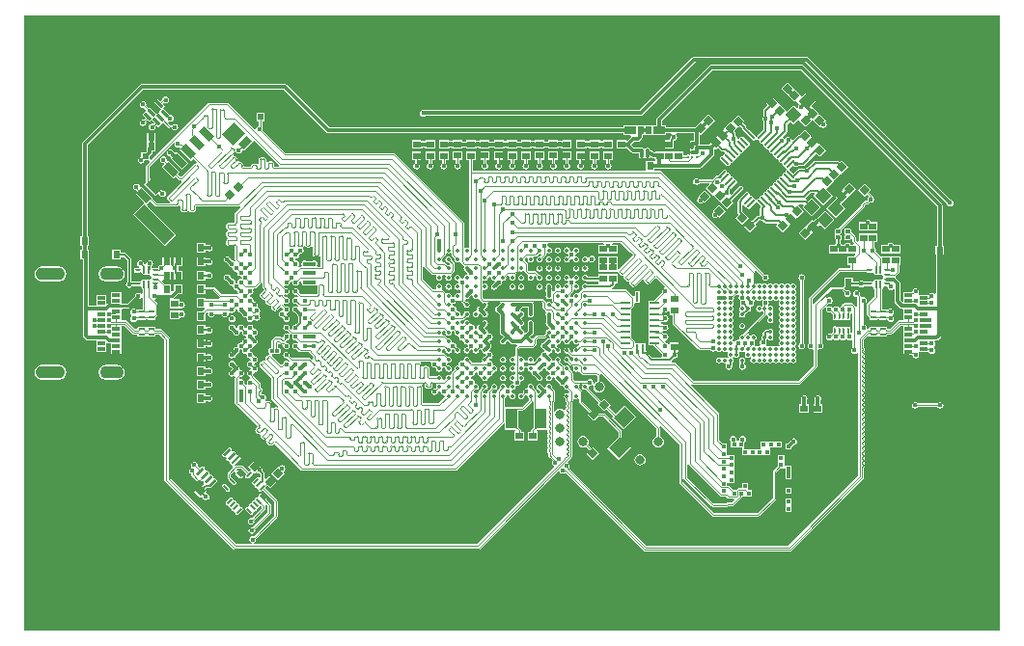
<source format=gbr>
%TF.GenerationSoftware,Altium Limited,Altium Designer,23.1.1 (15)*%
G04 Layer_Physical_Order=1*
G04 Layer_Color=255*
%FSLAX45Y45*%
%MOMM*%
%TF.SameCoordinates,3FBC52AE-4862-4018-B763-16E4B67C7164*%
%TF.FilePolarity,Positive*%
%TF.FileFunction,Copper,L1,Top,Signal*%
%TF.Part,Single*%
G01*
G75*
%TA.AperFunction,Conductor*%
%ADD10C,0.10160*%
%TA.AperFunction,SMDPad,CuDef*%
G04:AMPARAMS|DCode=11|XSize=0.64008mm|YSize=0.6mm|CornerRadius=0mm|HoleSize=0mm|Usage=FLASHONLY|Rotation=225.000|XOffset=0mm|YOffset=0mm|HoleType=Round|Shape=Rectangle|*
%AMROTATEDRECTD11*
4,1,4,0.01417,0.43843,0.43843,0.01417,-0.01417,-0.43843,-0.43843,-0.01417,0.01417,0.43843,0.0*
%
%ADD11ROTATEDRECTD11*%

G04:AMPARAMS|DCode=12|XSize=0.64008mm|YSize=0.6mm|CornerRadius=0mm|HoleSize=0mm|Usage=FLASHONLY|Rotation=315.000|XOffset=0mm|YOffset=0mm|HoleType=Round|Shape=Rectangle|*
%AMROTATEDRECTD12*
4,1,4,-0.43843,0.01417,-0.01417,0.43843,0.43843,-0.01417,0.01417,-0.43843,-0.43843,0.01417,0.0*
%
%ADD12ROTATEDRECTD12*%

%ADD13P,1.41421X4X90.0*%
%ADD14P,1.41421X4X180.0*%
%TA.AperFunction,ConnectorPad*%
%ADD15R,0.70000X1.00000*%
%ADD16R,0.70000X0.30000*%
%TA.AperFunction,SMDPad,CuDef*%
%ADD17R,0.70000X1.00000*%
%ADD18R,0.70000X0.30000*%
%TA.AperFunction,BGAPad,CuDef*%
%ADD19R,0.35000X0.35000*%
%TA.AperFunction,SMDPad,CuDef*%
%ADD20R,0.42000X0.42000*%
%ADD21R,0.24000X0.90000*%
%ADD22R,1.00000X2.90000*%
%ADD23R,0.90000X0.24000*%
%TA.AperFunction,BGAPad,CuDef*%
%ADD24C,0.41000*%
%ADD25C,0.35000*%
%TA.AperFunction,SMDPad,CuDef*%
G04:AMPARAMS|DCode=26|XSize=1.4mm|YSize=1.6mm|CornerRadius=0mm|HoleSize=0mm|Usage=FLASHONLY|Rotation=225.000|XOffset=0mm|YOffset=0mm|HoleType=Round|Shape=Rectangle|*
%AMROTATEDRECTD26*
4,1,4,-0.07071,1.06066,1.06066,-0.07071,0.07071,-1.06066,-1.06066,0.07071,-0.07071,1.06066,0.0*
%
%ADD26ROTATEDRECTD26*%

G04:AMPARAMS|DCode=27|XSize=0.86107mm|YSize=0.23928mm|CornerRadius=0.11964mm|HoleSize=0mm|Usage=FLASHONLY|Rotation=225.000|XOffset=0mm|YOffset=0mm|HoleType=Round|Shape=RoundedRectangle|*
%AMROUNDEDRECTD27*
21,1,0.86107,0.00000,0,0,225.0*
21,1,0.62178,0.23928,0,0,225.0*
1,1,0.23928,-0.21983,-0.21983*
1,1,0.23928,0.21983,0.21983*
1,1,0.23928,0.21983,0.21983*
1,1,0.23928,-0.21983,-0.21983*
%
%ADD27ROUNDEDRECTD27*%
G04:AMPARAMS|DCode=28|XSize=0.86107mm|YSize=0.23928mm|CornerRadius=0mm|HoleSize=0mm|Usage=FLASHONLY|Rotation=225.000|XOffset=0mm|YOffset=0mm|HoleType=Round|Shape=Rectangle|*
%AMROTATEDRECTD28*
4,1,4,0.21983,0.38903,0.38903,0.21983,-0.21983,-0.38903,-0.38903,-0.21983,0.21983,0.38903,0.0*
%
%ADD28ROTATEDRECTD28*%

%ADD29R,0.60000X0.50000*%
%ADD30R,0.50000X0.60000*%
%TA.AperFunction,SMDPad,SMDef*%
%ADD31C,0.28800*%
%ADD32P,0.49497X4X180.0*%
%TA.AperFunction,SMDPad,CuDef*%
G04:AMPARAMS|DCode=33|XSize=1.2mm|YSize=1.4mm|CornerRadius=0mm|HoleSize=0mm|Usage=FLASHONLY|Rotation=135.000|XOffset=0mm|YOffset=0mm|HoleType=Round|Shape=Rectangle|*
%AMROTATEDRECTD33*
4,1,4,0.91924,0.07071,-0.07071,-0.91924,-0.91924,-0.07071,0.07071,0.91924,0.91924,0.07071,0.0*
%
%ADD33ROTATEDRECTD33*%

%ADD34R,0.64008X0.60000*%
%TA.AperFunction,BGAPad,CuDef*%
%ADD35C,0.25500*%
%ADD36C,0.22100*%
%TA.AperFunction,SMDPad,CuDef*%
%ADD37R,0.60000X0.64008*%
G04:AMPARAMS|DCode=38|XSize=0.2mm|YSize=0.5mm|CornerRadius=0.05mm|HoleSize=0mm|Usage=FLASHONLY|Rotation=0.000|XOffset=0mm|YOffset=0mm|HoleType=Round|Shape=RoundedRectangle|*
%AMROUNDEDRECTD38*
21,1,0.20000,0.40000,0,0,0.0*
21,1,0.10000,0.50000,0,0,0.0*
1,1,0.10000,0.05000,-0.20000*
1,1,0.10000,-0.05000,-0.20000*
1,1,0.10000,-0.05000,0.20000*
1,1,0.10000,0.05000,0.20000*
%
%ADD38ROUNDEDRECTD38*%
G04:AMPARAMS|DCode=39|XSize=0.35mm|YSize=1.2mm|CornerRadius=0.05075mm|HoleSize=0mm|Usage=FLASHONLY|Rotation=270.000|XOffset=0mm|YOffset=0mm|HoleType=Round|Shape=RoundedRectangle|*
%AMROUNDEDRECTD39*
21,1,0.35000,1.09850,0,0,270.0*
21,1,0.24850,1.20000,0,0,270.0*
1,1,0.10150,-0.54925,-0.12425*
1,1,0.10150,-0.54925,0.12425*
1,1,0.10150,0.54925,0.12425*
1,1,0.10150,0.54925,-0.12425*
%
%ADD39ROUNDEDRECTD39*%
G04:AMPARAMS|DCode=40|XSize=0.565mm|YSize=0.2mm|CornerRadius=0.025mm|HoleSize=0mm|Usage=FLASHONLY|Rotation=180.000|XOffset=0mm|YOffset=0mm|HoleType=Round|Shape=RoundedRectangle|*
%AMROUNDEDRECTD40*
21,1,0.56500,0.15000,0,0,180.0*
21,1,0.51500,0.20000,0,0,180.0*
1,1,0.05000,-0.25750,0.07500*
1,1,0.05000,0.25750,0.07500*
1,1,0.05000,0.25750,-0.07500*
1,1,0.05000,-0.25750,-0.07500*
%
%ADD40ROUNDEDRECTD40*%
G04:AMPARAMS|DCode=41|XSize=0.565mm|YSize=0.4mm|CornerRadius=0.05mm|HoleSize=0mm|Usage=FLASHONLY|Rotation=180.000|XOffset=0mm|YOffset=0mm|HoleType=Round|Shape=RoundedRectangle|*
%AMROUNDEDRECTD41*
21,1,0.56500,0.30000,0,0,180.0*
21,1,0.46500,0.40000,0,0,180.0*
1,1,0.10000,-0.23250,0.15000*
1,1,0.10000,0.23250,0.15000*
1,1,0.10000,0.23250,-0.15000*
1,1,0.10000,-0.23250,-0.15000*
%
%ADD41ROUNDEDRECTD41*%
%ADD42P,5.23259X4X90.0*%
G04:AMPARAMS|DCode=43|XSize=0.84mm|YSize=0.22mm|CornerRadius=0.0275mm|HoleSize=0mm|Usage=FLASHONLY|Rotation=45.000|XOffset=0mm|YOffset=0mm|HoleType=Round|Shape=RoundedRectangle|*
%AMROUNDEDRECTD43*
21,1,0.84000,0.16500,0,0,45.0*
21,1,0.78500,0.22000,0,0,45.0*
1,1,0.05500,0.33588,0.21920*
1,1,0.05500,-0.21920,-0.33588*
1,1,0.05500,-0.33588,-0.21920*
1,1,0.05500,0.21920,0.33588*
%
%ADD43ROUNDEDRECTD43*%
G04:AMPARAMS|DCode=44|XSize=0.84mm|YSize=0.22mm|CornerRadius=0.0275mm|HoleSize=0mm|Usage=FLASHONLY|Rotation=135.000|XOffset=0mm|YOffset=0mm|HoleType=Round|Shape=RoundedRectangle|*
%AMROUNDEDRECTD44*
21,1,0.84000,0.16500,0,0,135.0*
21,1,0.78500,0.22000,0,0,135.0*
1,1,0.05500,-0.21920,0.33588*
1,1,0.05500,0.33588,-0.21920*
1,1,0.05500,0.21920,-0.33588*
1,1,0.05500,-0.33588,0.21920*
%
%ADD44ROUNDEDRECTD44*%
G04:AMPARAMS|DCode=45|XSize=0.19247mm|YSize=0.63107mm|CornerRadius=0.09624mm|HoleSize=0mm|Usage=FLASHONLY|Rotation=45.000|XOffset=0mm|YOffset=0mm|HoleType=Round|Shape=RoundedRectangle|*
%AMROUNDEDRECTD45*
21,1,0.19247,0.43859,0,0,45.0*
21,1,0.00000,0.63107,0,0,45.0*
1,1,0.19247,0.15507,-0.15506*
1,1,0.19247,0.15506,-0.15507*
1,1,0.19247,-0.15507,0.15506*
1,1,0.19247,-0.15506,0.15507*
%
%ADD45ROUNDEDRECTD45*%
G04:AMPARAMS|DCode=46|XSize=0.63107mm|YSize=0.19247mm|CornerRadius=0.09624mm|HoleSize=0mm|Usage=FLASHONLY|Rotation=45.000|XOffset=0mm|YOffset=0mm|HoleType=Round|Shape=RoundedRectangle|*
%AMROUNDEDRECTD46*
21,1,0.63107,0.00000,0,0,45.0*
21,1,0.43859,0.19247,0,0,45.0*
1,1,0.19247,0.15507,0.15506*
1,1,0.19247,-0.15506,-0.15507*
1,1,0.19247,-0.15507,-0.15506*
1,1,0.19247,0.15506,0.15507*
%
%ADD46ROUNDEDRECTD46*%
G04:AMPARAMS|DCode=47|XSize=0.63107mm|YSize=0.19247mm|CornerRadius=0mm|HoleSize=0mm|Usage=FLASHONLY|Rotation=45.000|XOffset=0mm|YOffset=0mm|HoleType=Round|Shape=Rectangle|*
%AMROTATEDRECTD47*
4,1,4,-0.15506,-0.29117,-0.29117,-0.15506,0.15506,0.29117,0.29117,0.15506,-0.15506,-0.29117,0.0*
%
%ADD47ROTATEDRECTD47*%

%ADD48P,2.75772X4X90.0*%
G04:AMPARAMS|DCode=49|XSize=0.95mm|YSize=0.85mm|CornerRadius=0mm|HoleSize=0mm|Usage=FLASHONLY|Rotation=45.000|XOffset=0mm|YOffset=0mm|HoleType=Round|Shape=Rectangle|*
%AMROTATEDRECTD49*
4,1,4,-0.03535,-0.63640,-0.63640,-0.03535,0.03535,0.63640,0.63640,0.03535,-0.03535,-0.63640,0.0*
%
%ADD49ROTATEDRECTD49*%

G04:AMPARAMS|DCode=50|XSize=1mm|YSize=0.6mm|CornerRadius=0mm|HoleSize=0mm|Usage=FLASHONLY|Rotation=45.000|XOffset=0mm|YOffset=0mm|HoleType=Round|Shape=Rectangle|*
%AMROTATEDRECTD50*
4,1,4,-0.14142,-0.56569,-0.56569,-0.14142,0.14142,0.56569,0.56569,0.14142,-0.14142,-0.56569,0.0*
%
%ADD50ROTATEDRECTD50*%

G04:AMPARAMS|DCode=51|XSize=1.45mm|YSize=1.4mm|CornerRadius=0mm|HoleSize=0mm|Usage=FLASHONLY|Rotation=45.000|XOffset=0mm|YOffset=0mm|HoleType=Round|Shape=Rectangle|*
%AMROTATEDRECTD51*
4,1,4,-0.01768,-1.00763,-1.00763,-0.01768,0.01768,1.00763,1.00763,0.01768,-0.01768,-1.00763,0.0*
%
%ADD51ROTATEDRECTD51*%

G04:AMPARAMS|DCode=52|XSize=1.2mm|YSize=3.79mm|CornerRadius=0mm|HoleSize=0mm|Usage=FLASHONLY|Rotation=45.000|XOffset=0mm|YOffset=0mm|HoleType=Round|Shape=Rectangle|*
%AMROTATEDRECTD52*
4,1,4,0.91570,-1.76423,-1.76423,0.91570,-0.91570,1.76423,1.76423,-0.91570,0.91570,-1.76423,0.0*
%
%ADD52ROTATEDRECTD52*%

G04:AMPARAMS|DCode=53|XSize=0.6mm|YSize=1.25mm|CornerRadius=0mm|HoleSize=0mm|Usage=FLASHONLY|Rotation=225.000|XOffset=0mm|YOffset=0mm|HoleType=Round|Shape=Rectangle|*
%AMROTATEDRECTD53*
4,1,4,-0.22981,0.65407,0.65407,-0.22981,0.22981,-0.65407,-0.65407,0.22981,-0.22981,0.65407,0.0*
%
%ADD53ROTATEDRECTD53*%

G04:AMPARAMS|DCode=54|XSize=0.74mm|YSize=0.26mm|CornerRadius=0mm|HoleSize=0mm|Usage=FLASHONLY|Rotation=315.000|XOffset=0mm|YOffset=0mm|HoleType=Round|Shape=Rectangle|*
%AMROTATEDRECTD54*
4,1,4,-0.35356,0.16971,-0.16971,0.35356,0.35356,-0.16971,0.16971,-0.35356,-0.35356,0.16971,0.0*
%
%ADD54ROTATEDRECTD54*%

%ADD55R,1.00000X1.80000*%
%ADD56R,1.05000X0.70000*%
%ADD57R,0.52000X0.70000*%
G04:AMPARAMS|DCode=58|XSize=0.5mm|YSize=0.2mm|CornerRadius=0.05mm|HoleSize=0mm|Usage=FLASHONLY|Rotation=180.000|XOffset=0mm|YOffset=0mm|HoleType=Round|Shape=RoundedRectangle|*
%AMROUNDEDRECTD58*
21,1,0.50000,0.10000,0,0,180.0*
21,1,0.40000,0.20000,0,0,180.0*
1,1,0.10000,-0.20000,0.05000*
1,1,0.10000,0.20000,0.05000*
1,1,0.10000,0.20000,-0.05000*
1,1,0.10000,-0.20000,-0.05000*
%
%ADD58ROUNDEDRECTD58*%
G04:AMPARAMS|DCode=59|XSize=0.2mm|YSize=0.7mm|CornerRadius=0.05mm|HoleSize=0mm|Usage=FLASHONLY|Rotation=180.000|XOffset=0mm|YOffset=0mm|HoleType=Round|Shape=RoundedRectangle|*
%AMROUNDEDRECTD59*
21,1,0.20000,0.60000,0,0,180.0*
21,1,0.10000,0.70000,0,0,180.0*
1,1,0.10000,-0.05000,0.30000*
1,1,0.10000,0.05000,0.30000*
1,1,0.10000,0.05000,-0.30000*
1,1,0.10000,-0.05000,-0.30000*
%
%ADD59ROUNDEDRECTD59*%
%TA.AperFunction,Conductor*%
%ADD60C,0.20320*%
%ADD61C,0.30480*%
%ADD62C,0.22860*%
%TA.AperFunction,ComponentPad*%
G04:AMPARAMS|DCode=63|XSize=1.1mm|YSize=2.6mm|CornerRadius=0.55mm|HoleSize=0mm|Usage=FLASHONLY|Rotation=270.000|XOffset=0mm|YOffset=0mm|HoleType=Round|Shape=RoundedRectangle|*
%AMROUNDEDRECTD63*
21,1,1.10000,1.50000,0,0,270.0*
21,1,0.00000,2.60000,0,0,270.0*
1,1,1.10000,-0.75000,0.00000*
1,1,1.10000,-0.75000,0.00000*
1,1,1.10000,0.75000,0.00000*
1,1,1.10000,0.75000,0.00000*
%
%ADD63ROUNDEDRECTD63*%
G04:AMPARAMS|DCode=64|XSize=1.1mm|YSize=2.1mm|CornerRadius=0.55mm|HoleSize=0mm|Usage=FLASHONLY|Rotation=270.000|XOffset=0mm|YOffset=0mm|HoleType=Round|Shape=RoundedRectangle|*
%AMROUNDEDRECTD64*
21,1,1.10000,1.00000,0,0,270.0*
21,1,0.00000,2.10000,0,0,270.0*
1,1,1.10000,-0.50000,0.00000*
1,1,1.10000,-0.50000,0.00000*
1,1,1.10000,0.50000,0.00000*
1,1,1.10000,0.50000,0.00000*
%
%ADD64ROUNDEDRECTD64*%
%TA.AperFunction,ViaPad*%
%ADD65C,0.40640*%
%ADD66C,0.81280*%
G36*
X11100000Y2540000D02*
X2540000D01*
Y7940000D01*
X11100000D01*
Y2540000D01*
D02*
G37*
%LPC*%
G36*
X9360317Y7508883D02*
X8564217D01*
X8554802Y7507010D01*
X8546820Y7501677D01*
X8090248Y7045104D01*
X8084914Y7037123D01*
X8083042Y7027708D01*
Y6976101D01*
X7981259D01*
Y6976102D01*
X7979019D01*
Y6976101D01*
X7791243D01*
Y6956814D01*
X5217988D01*
X4841146Y7333656D01*
X4833165Y7338989D01*
X4823750Y7340862D01*
X3567593D01*
X3558178Y7338989D01*
X3550196Y7333656D01*
X3052127Y6835588D01*
X3046794Y6827606D01*
X3044922Y6818191D01*
Y6000984D01*
X3030634D01*
Y5919196D01*
X3044922D01*
Y5880969D01*
X3030634D01*
Y5799181D01*
X3054929D01*
Y5364998D01*
Y5132856D01*
X3056802Y5123441D01*
X3062135Y5115459D01*
X3079990Y5097604D01*
X3087971Y5092271D01*
X3097386Y5090399D01*
X3159033D01*
X3171108Y5088889D01*
X3171107Y5041110D01*
X3171108Y5028410D01*
Y4991110D01*
X3258888D01*
X3258888Y5038890D01*
X3258888Y5051590D01*
Y5065215D01*
X3271588Y5070379D01*
X3275886Y5067508D01*
X3285301Y5065635D01*
X3289131D01*
X3301107Y5063889D01*
X3301108Y5052935D01*
X3301107Y5016110D01*
X3301108Y5003409D01*
Y4966110D01*
X3388888D01*
X3388888Y5013890D01*
X3388888Y5026590D01*
X3388888Y5063890D01*
X3388888Y5076590D01*
Y5103410D01*
X3388888Y5113889D01*
X3388888D01*
Y5116110D01*
X3388888D01*
Y5153410D01*
X3388888Y5163889D01*
X3388888D01*
Y5166110D01*
X3388888D01*
Y5213889D01*
X3401243Y5214721D01*
X3416089D01*
X3486663Y5144146D01*
X3497356Y5139717D01*
X3530169D01*
Y5132500D01*
X3533780Y5123782D01*
X3542498Y5120171D01*
X3593998D01*
X3602715Y5123782D01*
X3603125Y5124770D01*
X3616871D01*
X3617280Y5123782D01*
X3625998Y5120171D01*
X3677498D01*
X3686215Y5123782D01*
X3689826Y5132500D01*
Y5139717D01*
X3721767D01*
X3768498Y5092986D01*
Y3863094D01*
X3772927Y3852402D01*
X4372586Y3252743D01*
X4383279Y3248314D01*
X6524378D01*
X6535070Y3252743D01*
X7221039Y3938712D01*
X7235363Y3935075D01*
X7239488Y3928901D01*
X7249150Y3922445D01*
X7260547Y3920178D01*
X7271945Y3922445D01*
X7281169Y3928609D01*
X7969036Y3240741D01*
X7979729Y3236313D01*
X9256719D01*
X9267411Y3240742D01*
X9901209Y3874539D01*
X9905638Y3885231D01*
Y3970658D01*
X9911370Y3976389D01*
X9915798Y3987081D01*
Y3997241D01*
X9911369Y4007933D01*
Y4019061D01*
X9915798Y4029753D01*
Y4039913D01*
X9911369Y4050605D01*
Y4061733D01*
X9915798Y4072425D01*
Y4082585D01*
X9911369Y4093277D01*
Y4104405D01*
X9915798Y4115097D01*
Y4125257D01*
X9911369Y4135949D01*
Y4147077D01*
X9915798Y4157769D01*
Y4167929D01*
X9911369Y4178621D01*
Y4189749D01*
X9915798Y4200441D01*
Y4210601D01*
X9911369Y4221293D01*
Y4232421D01*
X9915798Y4243113D01*
Y4253273D01*
X9911369Y4263965D01*
Y4275093D01*
X9915798Y4285785D01*
Y4295945D01*
X9911369Y4306637D01*
Y4317765D01*
X9915798Y4328457D01*
Y4338617D01*
X9911369Y4349309D01*
Y4360437D01*
X9915798Y4371129D01*
Y4381289D01*
X9911369Y4391981D01*
Y4403109D01*
X9915798Y4413801D01*
Y4423961D01*
X9911369Y4434653D01*
Y4445781D01*
X9915798Y4456473D01*
Y4466633D01*
X9911369Y4477325D01*
Y4488453D01*
X9915798Y4499145D01*
Y4509305D01*
X9911369Y4519997D01*
Y4531125D01*
X9915798Y4541817D01*
Y4551977D01*
X9911369Y4562669D01*
Y4573797D01*
X9915798Y4584489D01*
Y4594649D01*
X9911369Y4605341D01*
Y4616469D01*
X9915798Y4627161D01*
Y4637321D01*
X9911369Y4648013D01*
Y4659141D01*
X9915798Y4669833D01*
Y4679993D01*
X9911369Y4690685D01*
Y4701813D01*
X9915798Y4712505D01*
Y4722665D01*
X9911369Y4733357D01*
Y4744485D01*
X9915798Y4755177D01*
Y4765337D01*
X9911369Y4776029D01*
Y4787157D01*
X9915798Y4797849D01*
Y4808009D01*
X9911369Y4818701D01*
Y4829829D01*
X9915798Y4840521D01*
Y4850681D01*
X9911369Y4861373D01*
Y4872501D01*
X9915798Y4883193D01*
Y4893353D01*
X9911369Y4904045D01*
Y4915173D01*
X9915798Y4925865D01*
Y4936025D01*
X9911369Y4946717D01*
Y4957845D01*
X9915798Y4968537D01*
Y4978697D01*
X9911369Y4989390D01*
X9907260Y4993499D01*
Y4996408D01*
X9911689Y5007100D01*
Y5017260D01*
X9907260Y5027952D01*
X9905638Y5029574D01*
Y5094332D01*
X9938587Y5127281D01*
X9953568Y5124301D01*
X9953783Y5123782D01*
X9962500Y5120171D01*
X10014000D01*
X10022718Y5123782D01*
X10023127Y5124770D01*
X10036874D01*
X10037283Y5123782D01*
X10046000Y5120171D01*
X10097500D01*
X10106218Y5123782D01*
X10109829Y5132500D01*
Y5139717D01*
X10144130D01*
X10154822Y5144146D01*
X10225397Y5214721D01*
X10238755D01*
X10251111Y5213889D01*
Y5166110D01*
X10251110Y5166110D01*
Y5163889D01*
X10251110D01*
X10251111Y5153410D01*
Y5116110D01*
X10251110Y5116110D01*
Y5113889D01*
X10251110D01*
X10251111Y5103410D01*
Y5076590D01*
X10251110Y5066110D01*
X10251110D01*
Y5063889D01*
X10251111Y5063889D01*
X10251110Y5016110D01*
X10251111Y5003409D01*
Y4966110D01*
X10302137D01*
X10304921Y4964957D01*
X10318703D01*
X10330659Y4959964D01*
X10332926Y4948567D01*
X10339382Y4938906D01*
X10349044Y4932449D01*
X10360442Y4930182D01*
X10371839Y4932449D01*
X10381501Y4938906D01*
X10387957Y4948567D01*
X10390224Y4959965D01*
X10387957Y4971362D01*
X10383248Y4978410D01*
X10386374Y4987690D01*
X10388873Y4991109D01*
X10389786Y4991109D01*
X10391542Y4991110D01*
X10468890D01*
X10477384Y4981928D01*
X10479400Y4978911D01*
X10489062Y4972454D01*
X10500459Y4970187D01*
X10511856Y4972454D01*
X10521518Y4978911D01*
X10527974Y4988572D01*
X10530241Y4999970D01*
X10527974Y5011367D01*
X10521518Y5021029D01*
X10519562Y5022336D01*
Y5037611D01*
X10521518Y5038918D01*
X10527974Y5048580D01*
X10530241Y5059977D01*
X10527974Y5071374D01*
X10523749Y5077699D01*
X10527995Y5088755D01*
X10529374Y5090399D01*
X10542612D01*
X10552027Y5092271D01*
X10560008Y5097604D01*
X10577863Y5115459D01*
X10583197Y5123441D01*
X10585069Y5132856D01*
Y5300007D01*
Y5364998D01*
Y5839186D01*
X10609364D01*
Y5920974D01*
X10595077D01*
Y6274123D01*
X10593204Y6283538D01*
X10587871Y6291520D01*
X9377713Y7501677D01*
X9369732Y7507010D01*
X9360317Y7508883D01*
D02*
G37*
G36*
X9400322Y7580892D02*
X8416199D01*
X8406784Y7579019D01*
X8398802Y7573686D01*
X7933949Y7108833D01*
X6055870D01*
X6051511Y7111745D01*
X6040113Y7114012D01*
X6028716Y7111745D01*
X6019054Y7105289D01*
X6012598Y7095627D01*
X6010331Y7084230D01*
X6012598Y7072833D01*
X6019054Y7063171D01*
X6028716Y7056715D01*
X6040113Y7054448D01*
X6051511Y7056715D01*
X6055870Y7059627D01*
X7944140D01*
X7953555Y7061500D01*
X7961536Y7066833D01*
X8426389Y7531686D01*
X9390131D01*
X10631941Y6289876D01*
X10632964Y6284734D01*
X10639420Y6275073D01*
X10649082Y6268616D01*
X10660479Y6266349D01*
X10671876Y6268616D01*
X10681538Y6275073D01*
X10687994Y6284734D01*
X10690261Y6296132D01*
X10687994Y6307529D01*
X10681538Y6317191D01*
X10671876Y6323647D01*
X10666734Y6324670D01*
X9417718Y7573686D01*
X9409737Y7579019D01*
X9400322Y7580892D01*
D02*
G37*
G36*
X2842998Y5737141D02*
X2692997D01*
X2668069Y5732183D01*
X2646935Y5718062D01*
X2632814Y5696928D01*
X2627856Y5672000D01*
X2632814Y5647071D01*
X2646935Y5625937D01*
X2668069Y5611817D01*
X2692997Y5606858D01*
X2842998D01*
X2867926Y5611817D01*
X2889060Y5625937D01*
X2903181Y5647071D01*
X2908139Y5672000D01*
X2903181Y5696928D01*
X2889060Y5718062D01*
X2867926Y5732183D01*
X2842998Y5737141D01*
D02*
G37*
G36*
X3353998Y4873141D02*
X3253998D01*
X3229069Y4868183D01*
X3207935Y4854062D01*
X3193815Y4832928D01*
X3188856Y4808000D01*
X3193815Y4783071D01*
X3207935Y4761938D01*
X3229069Y4747817D01*
X3253998Y4742858D01*
X3353998D01*
X3378926Y4747817D01*
X3400060Y4761938D01*
X3414181Y4783071D01*
X3419139Y4808000D01*
X3414181Y4832928D01*
X3400060Y4854062D01*
X3378926Y4868183D01*
X3353998Y4873141D01*
D02*
G37*
G36*
X2842998D02*
X2692997D01*
X2668069Y4868183D01*
X2646935Y4854062D01*
X2632814Y4832928D01*
X2627856Y4808000D01*
X2632814Y4783071D01*
X2646935Y4761938D01*
X2668069Y4747817D01*
X2692997Y4742858D01*
X2842998D01*
X2867926Y4747817D01*
X2889060Y4761938D01*
X2903181Y4783071D01*
X2908139Y4808000D01*
X2903181Y4832928D01*
X2889060Y4854062D01*
X2867926Y4868183D01*
X2842998Y4873141D01*
D02*
G37*
G36*
X10572468Y4549692D02*
X10561071Y4547425D01*
X10551409Y4540969D01*
X10547441Y4535031D01*
X10381468D01*
X10377500Y4540969D01*
X10367838Y4547425D01*
X10356441Y4549692D01*
X10345044Y4547425D01*
X10335382Y4540969D01*
X10328926Y4531307D01*
X10326659Y4519910D01*
X10328926Y4508512D01*
X10335382Y4498851D01*
X10345044Y4492394D01*
X10356441Y4490127D01*
X10367838Y4492394D01*
X10377500Y4498851D01*
X10381468Y4504789D01*
X10547441D01*
X10551409Y4498851D01*
X10561071Y4492394D01*
X10572468Y4490127D01*
X10583865Y4492394D01*
X10593527Y4498851D01*
X10599983Y4508512D01*
X10602250Y4519910D01*
X10599983Y4531307D01*
X10593527Y4540969D01*
X10583865Y4547425D01*
X10572468Y4549692D01*
D02*
G37*
%LPD*%
G36*
X10545871Y6263932D02*
Y5920974D01*
X10531584D01*
Y5839186D01*
X10535864D01*
Y5502479D01*
X10523164Y5498626D01*
X10521518Y5501089D01*
X10511856Y5507545D01*
X10500459Y5509812D01*
X10489062Y5507545D01*
X10479400Y5501089D01*
X10477384Y5498072D01*
X10468890Y5488890D01*
X10388873D01*
X10386374Y5492309D01*
X10383248Y5501590D01*
X10387957Y5508637D01*
X10390224Y5520035D01*
X10387957Y5531432D01*
X10381501Y5541094D01*
X10371839Y5547550D01*
X10360442Y5549817D01*
X10349044Y5547550D01*
X10339382Y5541094D01*
X10332926Y5531432D01*
X10330659Y5520035D01*
X10318703Y5515043D01*
X10304921D01*
X10302137Y5513890D01*
X10251111D01*
X10251110Y5466110D01*
X10251111Y5453409D01*
Y5434089D01*
X10238411Y5428828D01*
X10225024Y5442214D01*
Y5588043D01*
X10223152Y5597458D01*
X10217818Y5605440D01*
X10184269Y5638989D01*
X10185222Y5650841D01*
X10186724Y5653753D01*
X10188054Y5654304D01*
X10211114Y5677363D01*
X10215543Y5688056D01*
Y5751185D01*
X10221313D01*
Y5828965D01*
X10059516D01*
X10059515Y5828965D01*
Y5828965D01*
X10048466Y5833393D01*
X10008783Y5873075D01*
X10010176Y5880080D01*
X10007909Y5891477D01*
X10001453Y5901139D01*
X9995515Y5905107D01*
Y5951210D01*
X10021288D01*
Y6028990D01*
X9859490D01*
Y5960319D01*
X9846790Y5955058D01*
X9835495Y5966353D01*
Y5996094D01*
X9831066Y6006787D01*
X9794984Y6042869D01*
X9794984Y6052085D01*
X9794251Y6053854D01*
Y6055768D01*
X9792729Y6059443D01*
X9791376Y6060796D01*
X9790643Y6062564D01*
X9787831Y6065378D01*
X9786062Y6066110D01*
X9784709Y6067464D01*
X9781034Y6068986D01*
X9779119D01*
X9777351Y6069719D01*
X9775362D01*
X9775361Y6069719D01*
X9742754D01*
X9735950Y6066900D01*
X9733132Y6060096D01*
Y6037704D01*
X9735950Y6030900D01*
X9738456Y6028394D01*
X9744663Y6020097D01*
X9738456Y6011800D01*
X9736153Y6009497D01*
X9733335Y6002693D01*
Y5980097D01*
X9736153Y5973293D01*
X9742957Y5970475D01*
X9775361D01*
X9775363Y5970475D01*
X9777351D01*
X9779120Y5971208D01*
X9781034Y5971208D01*
X9784709Y5972730D01*
X9786062Y5974084D01*
X9787830Y5974816D01*
X9790643Y5977629D01*
X9791376Y5979397D01*
X9792553Y5980575D01*
X9793559Y5980555D01*
X9805253Y5977800D01*
Y5960090D01*
X9809682Y5949398D01*
X9818381Y5940698D01*
X9813521Y5928965D01*
X9788383D01*
X9787882Y5931482D01*
X9781426Y5941144D01*
X9771764Y5947600D01*
X9760367Y5949867D01*
X9748969Y5947600D01*
X9739307Y5941144D01*
X9732851Y5931482D01*
X9732350Y5928964D01*
X9708373D01*
X9707872Y5931482D01*
X9701416Y5941144D01*
X9700282Y5941901D01*
Y5971470D01*
X9704684Y5973293D01*
X9707502Y5980097D01*
Y6002579D01*
X9704684Y6009383D01*
X9702266Y6011801D01*
X9696059Y6020096D01*
X9702266Y6028394D01*
X9704578Y6030706D01*
X9707396Y6037510D01*
Y6056185D01*
X9907725Y6256513D01*
X9912154Y6267206D01*
Y6274516D01*
X9924058Y6286420D01*
X9937797D01*
X9948490Y6290849D01*
X9957388Y6299747D01*
X9964392Y6298353D01*
X9975789Y6300620D01*
X9985451Y6307077D01*
X9991907Y6316738D01*
X9994174Y6328136D01*
X9991907Y6339533D01*
X9985451Y6349195D01*
X9978530Y6353819D01*
Y6357122D01*
X9974101Y6367814D01*
X9949928Y6391988D01*
X9968152Y6410212D01*
X9913153Y6465211D01*
X9855321Y6407378D01*
X9910319Y6352379D01*
X9928544Y6370603D01*
X9943926Y6355220D01*
X9943333Y6349195D01*
X9936877Y6339533D01*
X9934610Y6328136D01*
X9934620Y6328084D01*
X9924877Y6316662D01*
X9917795D01*
X9907103Y6312233D01*
X9886341Y6291471D01*
X9881912Y6280779D01*
Y6273469D01*
X9678162Y6069719D01*
X9665360D01*
X9665359Y6069719D01*
X9663372Y6069719D01*
X9661603Y6068986D01*
X9659688D01*
X9656013Y6067464D01*
X9654660Y6066111D01*
X9652891Y6065378D01*
X9650078Y6062565D01*
X9649346Y6060797D01*
X9647992Y6059443D01*
X9646470Y6055768D01*
Y6053853D01*
X9645737Y6052084D01*
X9645738Y6050095D01*
X9645737Y6038097D01*
X9645738Y6038096D01*
X9645737Y6036109D01*
X9646470Y6034339D01*
Y6032425D01*
X9647992Y6028749D01*
X9648690Y6027130D01*
X9650478Y6017211D01*
X9647994Y6011444D01*
X9646471Y6007768D01*
Y6005854D01*
X9645739Y6004086D01*
Y6002098D01*
X9645739Y6002097D01*
X9645739Y5988108D01*
X9646472Y5986339D01*
X9646472Y5984425D01*
X9647994Y5980750D01*
X9649348Y5979397D01*
X9650080Y5977629D01*
X9652893Y5974816D01*
X9654661Y5974083D01*
X9656015Y5972730D01*
X9659690Y5971208D01*
X9661436Y5969462D01*
Y5942573D01*
X9659297Y5941144D01*
X9652841Y5931482D01*
X9652341Y5928965D01*
X9599458D01*
Y5851185D01*
X9679468D01*
Y5851184D01*
X9761256D01*
Y5851185D01*
X9824140D01*
X9829401Y5838485D01*
X9819881Y5828965D01*
X9759478D01*
Y5751185D01*
X9785250D01*
Y5720117D01*
X9685296D01*
X9674603Y5715688D01*
X9429634Y5470719D01*
X9425205Y5460027D01*
Y5065002D01*
X9419267Y5061034D01*
X9412811Y5051372D01*
X9410544Y5039975D01*
X9412811Y5028577D01*
X9419267Y5018916D01*
X9428929Y5012459D01*
X9440327Y5010192D01*
X9451724Y5012459D01*
X9452510Y5012985D01*
X9465210Y5006197D01*
Y4866216D01*
X9330050Y4731055D01*
X8410460D01*
X8250869Y4890647D01*
X8240177Y4895076D01*
X8219764D01*
X8215851Y4903904D01*
X8215456Y4907776D01*
X8238247Y4930566D01*
X8240177Y4930182D01*
X8251574Y4932449D01*
X8261236Y4938906D01*
X8267692Y4948567D01*
X8269959Y4959965D01*
X8267692Y4971362D01*
X8262996Y4978390D01*
X8266153Y4987725D01*
X8268622Y4991090D01*
X8281071D01*
Y5068869D01*
X8199283D01*
Y5055130D01*
X8193039Y5053107D01*
X8186583Y5053017D01*
X8181226Y5061034D01*
X8171564Y5067490D01*
X8168519Y5068096D01*
X8165760Y5072727D01*
X8165027Y5074496D01*
X8164232Y5075291D01*
X8161952Y5079117D01*
X8166101Y5091383D01*
X8171564Y5092469D01*
X8181226Y5098926D01*
X8187682Y5108587D01*
X8189949Y5119985D01*
X8187682Y5131382D01*
X8181226Y5141044D01*
X8171564Y5147500D01*
X8160167Y5149767D01*
X8153162Y5148374D01*
X8135391Y5166144D01*
X8143487Y5176009D01*
X8148769Y5172479D01*
X8160167Y5170212D01*
X8171564Y5172479D01*
X8181226Y5178936D01*
X8187682Y5188597D01*
X8189949Y5199995D01*
X8187682Y5211392D01*
X8181226Y5221054D01*
X8171564Y5227510D01*
X8160167Y5229777D01*
X8148769Y5227510D01*
X8147432Y5226616D01*
X8138975Y5230120D01*
X8133009D01*
X8124029Y5239100D01*
Y5244109D01*
X8129580Y5249660D01*
X8138975D01*
X8147635Y5253247D01*
X8148769Y5252489D01*
X8160167Y5250222D01*
X8171564Y5252489D01*
X8181226Y5258946D01*
X8187682Y5268607D01*
X8189949Y5280005D01*
X8187682Y5291402D01*
X8181226Y5301064D01*
X8171564Y5307520D01*
X8160167Y5309787D01*
X8148769Y5307520D01*
X8143487Y5303990D01*
X8135391Y5313855D01*
X8153162Y5331626D01*
X8160167Y5330232D01*
X8171564Y5332499D01*
X8181226Y5338956D01*
X8186583Y5346972D01*
X8193039Y5346882D01*
X8199283Y5344860D01*
Y5311130D01*
X8224189D01*
Y5240867D01*
X8228618Y5230174D01*
X8449512Y5009280D01*
X8460204Y5004851D01*
X8555192D01*
X8559160Y4998913D01*
X8568822Y4992457D01*
X8580219Y4990190D01*
X8591616Y4992457D01*
X8599558Y4997764D01*
X8603572Y4998601D01*
X8615281Y4997010D01*
X8615974Y4995974D01*
X8624703Y4990141D01*
X8635000Y4988093D01*
X8645296Y4990141D01*
X8652530Y4994975D01*
X8654026Y4995974D01*
X8665974Y4995973D01*
X8667470Y4994975D01*
X8674703Y4990141D01*
X8685000Y4988093D01*
X8695297Y4990141D01*
X8701568Y4994332D01*
X8711215Y4991214D01*
X8714332Y4981568D01*
X8710141Y4975296D01*
X8708093Y4965000D01*
X8710141Y4954703D01*
X8714332Y4948431D01*
X8711214Y4938784D01*
X8701569Y4935667D01*
X8695297Y4939858D01*
X8685000Y4941906D01*
X8674703Y4939858D01*
X8667470Y4935025D01*
X8665974Y4934025D01*
X8654026Y4934026D01*
X8652530Y4935025D01*
X8645296Y4939858D01*
X8635000Y4941906D01*
X8624703Y4939858D01*
X8615974Y4934025D01*
X8610141Y4925296D01*
X8608093Y4915000D01*
X8610141Y4904703D01*
X8615974Y4895974D01*
X8624703Y4890141D01*
X8635000Y4888093D01*
X8645296Y4890141D01*
X8652530Y4894974D01*
X8654026Y4895974D01*
X8665974Y4895973D01*
X8667470Y4894974D01*
X8674703Y4890141D01*
X8685000Y4888093D01*
X8690206Y4889128D01*
X8696829Y4877497D01*
X8692721Y4871349D01*
X8690454Y4859952D01*
X8692721Y4848555D01*
X8699177Y4838893D01*
X8708839Y4832437D01*
X8720237Y4830170D01*
X8731634Y4832437D01*
X8741296Y4838893D01*
X8747752Y4848555D01*
X8750019Y4859952D01*
X8748510Y4867539D01*
X8750135Y4869972D01*
X8751614Y4877405D01*
X8751613Y4877406D01*
Y4894362D01*
X8754026Y4895974D01*
X8759858Y4904703D01*
X8761907Y4915000D01*
X8759858Y4925296D01*
X8755668Y4931568D01*
X8758785Y4941215D01*
X8768431Y4944332D01*
X8774703Y4940141D01*
X8785000Y4938093D01*
X8795297Y4940141D01*
X8804026Y4945974D01*
X8809858Y4954703D01*
X8811907Y4965000D01*
X8809858Y4975296D01*
X8807503Y4978822D01*
X8809072Y4986137D01*
X8822939Y4991320D01*
X8824703Y4990141D01*
X8835000Y4988093D01*
X8845297Y4990141D01*
X8851568Y4994332D01*
X8861215Y4991214D01*
X8864332Y4981568D01*
X8860141Y4975296D01*
X8858093Y4965000D01*
X8860141Y4954703D01*
X8865974Y4945974D01*
X8874703Y4940141D01*
X8885000Y4938093D01*
X8895296Y4940141D01*
X8901568Y4944332D01*
X8911216Y4941215D01*
X8914332Y4931569D01*
X8910141Y4925296D01*
X8908093Y4915000D01*
X8910141Y4904703D01*
X8915974Y4895974D01*
X8924703Y4890141D01*
X8935000Y4888093D01*
X8945297Y4890141D01*
X8952530Y4894974D01*
X8954026Y4895974D01*
X8965974Y4895973D01*
X8967469Y4894974D01*
X8974703Y4890141D01*
X8985000Y4888093D01*
X8995296Y4890141D01*
X9002530Y4894974D01*
X9004026Y4895974D01*
X9015974Y4895973D01*
X9017470Y4894974D01*
X9024703Y4890141D01*
X9035000Y4888093D01*
X9045297Y4890141D01*
X9052530Y4894974D01*
X9054026Y4895974D01*
X9065974Y4895973D01*
X9067470Y4894974D01*
X9074703Y4890141D01*
X9085000Y4888093D01*
X9095297Y4890141D01*
X9102530Y4894974D01*
X9104026Y4895974D01*
X9115974Y4895973D01*
X9117469Y4894974D01*
X9124703Y4890141D01*
X9135000Y4888093D01*
X9145296Y4890141D01*
X9152530Y4894974D01*
X9154026Y4895974D01*
X9165974Y4895973D01*
X9167470Y4894974D01*
X9174703Y4890141D01*
X9185000Y4888093D01*
X9195297Y4890141D01*
X9202530Y4894974D01*
X9204026Y4895974D01*
X9215974Y4895973D01*
X9217469Y4894974D01*
X9224703Y4890141D01*
X9235000Y4888093D01*
X9245296Y4890141D01*
X9252530Y4894974D01*
X9254026Y4895974D01*
X9265974Y4895973D01*
X9267470Y4894974D01*
X9274703Y4890141D01*
X9285000Y4888093D01*
X9295297Y4890141D01*
X9304026Y4895974D01*
X9309858Y4904703D01*
X9311907Y4915000D01*
X9309858Y4925296D01*
X9305025Y4932530D01*
X9304026Y4934026D01*
X9304026Y4945974D01*
X9305025Y4947469D01*
X9309858Y4954703D01*
X9311907Y4965000D01*
X9309858Y4975296D01*
X9305025Y4982530D01*
X9304026Y4984026D01*
X9304026Y4995973D01*
X9305025Y4997469D01*
X9309858Y5004703D01*
X9311907Y5015000D01*
X9309858Y5025296D01*
X9305025Y5032530D01*
X9304026Y5034026D01*
X9304026Y5045974D01*
X9305025Y5047469D01*
X9309858Y5054703D01*
X9311907Y5065000D01*
X9309858Y5075296D01*
X9305025Y5082530D01*
X9304026Y5084026D01*
X9304026Y5095974D01*
X9305025Y5097469D01*
X9309858Y5104703D01*
X9311907Y5115000D01*
X9309858Y5125296D01*
X9305025Y5132530D01*
X9304026Y5134026D01*
X9304026Y5145973D01*
X9305025Y5147469D01*
X9309858Y5154703D01*
X9311907Y5165000D01*
X9309858Y5175296D01*
X9305025Y5182530D01*
X9304026Y5184026D01*
X9304026Y5195974D01*
X9305025Y5197469D01*
X9309858Y5204703D01*
X9311907Y5215000D01*
X9309858Y5225296D01*
X9305025Y5232530D01*
X9304026Y5234026D01*
X9304026Y5245974D01*
X9305025Y5247469D01*
X9309858Y5254703D01*
X9311907Y5265000D01*
X9309858Y5275296D01*
X9305025Y5282530D01*
X9304026Y5284026D01*
X9304026Y5295974D01*
X9305025Y5297469D01*
X9309858Y5304703D01*
X9311907Y5315000D01*
X9309858Y5325296D01*
X9305025Y5332530D01*
X9304026Y5334026D01*
X9304026Y5345974D01*
X9305025Y5347469D01*
X9309858Y5354703D01*
X9311907Y5365000D01*
X9309858Y5375296D01*
X9305025Y5382530D01*
X9304026Y5384026D01*
X9304026Y5395973D01*
X9305025Y5397469D01*
X9309858Y5404703D01*
X9311907Y5415000D01*
X9309858Y5425296D01*
X9305025Y5432530D01*
X9304026Y5434026D01*
X9304026Y5445974D01*
X9305025Y5447469D01*
X9309858Y5454703D01*
X9311907Y5465000D01*
X9309858Y5475296D01*
X9305025Y5482530D01*
X9304026Y5484026D01*
X9304026Y5495974D01*
X9305025Y5497469D01*
X9309858Y5504703D01*
X9311907Y5515000D01*
X9309858Y5525296D01*
X9305025Y5532530D01*
X9304026Y5534026D01*
X9304026Y5545974D01*
X9305025Y5547469D01*
X9309858Y5554703D01*
X9311907Y5565000D01*
X9309858Y5575296D01*
X9304026Y5584026D01*
X9295297Y5589858D01*
X9285000Y5591907D01*
X9274703Y5589858D01*
X9267470Y5585025D01*
X9265974Y5584026D01*
X9254026Y5584026D01*
X9252530Y5585025D01*
X9245296Y5589858D01*
X9235000Y5591907D01*
X9224703Y5589858D01*
X9217470Y5585025D01*
X9215974Y5584026D01*
X9204026Y5584026D01*
X9202530Y5585025D01*
X9195297Y5589858D01*
X9185000Y5591907D01*
X9174703Y5589858D01*
X9167470Y5585025D01*
X9165974Y5584026D01*
X9154026Y5584026D01*
X9152530Y5585025D01*
X9145296Y5589858D01*
X9135000Y5591907D01*
X9124703Y5589858D01*
X9117470Y5585025D01*
X9115974Y5584026D01*
X9104026Y5584026D01*
X9102530Y5585025D01*
X9095297Y5589858D01*
X9085000Y5591907D01*
X9074703Y5589858D01*
X9067470Y5585025D01*
X9065974Y5584026D01*
X9054026Y5584026D01*
X9052530Y5585025D01*
X9045297Y5589858D01*
X9035000Y5591907D01*
X9024703Y5589858D01*
X9017470Y5585025D01*
X9015974Y5584026D01*
X9004026Y5584026D01*
X9002530Y5585025D01*
X8995296Y5589858D01*
X8985000Y5591907D01*
X8974703Y5589858D01*
X8967470Y5585025D01*
X8965974Y5584026D01*
X8951726Y5585562D01*
X8950120Y5586636D01*
Y5685320D01*
X8945691Y5696012D01*
X8955182Y5703760D01*
X9011887Y5647054D01*
X9010494Y5640050D01*
X9012761Y5628652D01*
X9019217Y5618991D01*
X9028879Y5612534D01*
X9040277Y5610267D01*
X9051674Y5612534D01*
X9061336Y5618991D01*
X9067792Y5628652D01*
X9070059Y5640050D01*
X9067792Y5651447D01*
X9061336Y5661109D01*
X9051674Y5667565D01*
X9040277Y5669832D01*
X9033272Y5668439D01*
X8130854Y6570857D01*
X8120162Y6575286D01*
X8080081D01*
X8069034Y6579278D01*
Y6595569D01*
X8102232D01*
X8108160Y6594390D01*
X8119557Y6596657D01*
X8123916Y6599570D01*
X8464205D01*
X8473620Y6601443D01*
X8481601Y6606776D01*
X8584314Y6709488D01*
X8589647Y6717470D01*
X8591520Y6726885D01*
Y6761107D01*
X8604220Y6766367D01*
X8606157Y6764430D01*
X8621339Y6779613D01*
X8646494Y6754457D01*
X8646495Y6754456D01*
X8652796Y6750246D01*
X8660229Y6748767D01*
X8660230Y6748768D01*
X8678672D01*
X8686551Y6738807D01*
X8685585Y6734725D01*
X8685309Y6734406D01*
X8673905Y6723003D01*
X8673066Y6720978D01*
X8667750Y6712541D01*
X8659314Y6707225D01*
X8657288Y6706386D01*
X8645621Y6694719D01*
X8641931Y6685810D01*
X8645621Y6676901D01*
X8701129Y6621393D01*
X8710038Y6617703D01*
X8718947Y6621393D01*
X8730614Y6633060D01*
X8731453Y6635086D01*
X8736769Y6643522D01*
X8745206Y6648838D01*
X8747231Y6649677D01*
X8758898Y6661345D01*
X8759737Y6663370D01*
X8765053Y6671807D01*
X8773489Y6677123D01*
X8775515Y6677962D01*
X8787183Y6689629D01*
X8788022Y6691654D01*
X8793338Y6700091D01*
X8801774Y6705407D01*
X8803800Y6706246D01*
X8815467Y6717913D01*
X8816306Y6719939D01*
X8821622Y6728375D01*
X8830058Y6733691D01*
X8832084Y6734530D01*
X8843751Y6746197D01*
X8844590Y6748223D01*
X8849906Y6756659D01*
X8858342Y6761975D01*
X8860368Y6762814D01*
X8872035Y6774481D01*
X8872874Y6776507D01*
X8878190Y6784944D01*
X8886626Y6790260D01*
X8888652Y6791099D01*
X8900320Y6802766D01*
X8904010Y6811675D01*
X8900320Y6820584D01*
X8844812Y6876092D01*
X8835903Y6879782D01*
X8826994Y6876092D01*
X8815327Y6864424D01*
X8814488Y6862399D01*
X8812911Y6859897D01*
X8806345Y6858408D01*
X8805089Y6858591D01*
X8792626Y6867233D01*
X8791757Y6871599D01*
X8785301Y6881261D01*
X8779777Y6884952D01*
Y6904686D01*
X8778299Y6912120D01*
X8774088Y6918421D01*
X8767117Y6925392D01*
X8789200Y6947475D01*
X8798181Y6956454D01*
X8800985Y6959259D01*
X8813363Y6971637D01*
X8833659Y6951340D01*
X8835105Y6944072D01*
X8839315Y6937771D01*
X8870469Y6906617D01*
X8871895Y6903175D01*
X8927403Y6847667D01*
X8936312Y6843977D01*
X8945221Y6847667D01*
X8951703Y6854150D01*
X8960000Y6857920D01*
X8968297Y6854150D01*
X8974779Y6847667D01*
X8976805Y6846828D01*
X8985241Y6841512D01*
X8990557Y6833076D01*
X8991396Y6831050D01*
X9003063Y6819383D01*
X9005089Y6818544D01*
X9013525Y6813228D01*
X9018841Y6804791D01*
X9019680Y6802766D01*
X9031347Y6791099D01*
X9033373Y6790260D01*
X9041809Y6784944D01*
X9047126Y6776507D01*
X9047965Y6774481D01*
X9059632Y6762814D01*
X9061657Y6761975D01*
X9070094Y6756659D01*
X9075410Y6748223D01*
X9076249Y6746197D01*
X9087916Y6734530D01*
X9089941Y6733691D01*
X9098378Y6728375D01*
X9103694Y6719939D01*
X9104533Y6717913D01*
X9116200Y6706246D01*
X9118226Y6705407D01*
X9126662Y6700091D01*
X9131978Y6691654D01*
X9132817Y6689629D01*
X9144484Y6677962D01*
X9146510Y6677123D01*
X9154946Y6671807D01*
X9160263Y6663370D01*
X9161102Y6661345D01*
X9172769Y6649677D01*
X9174794Y6648838D01*
X9183231Y6643522D01*
X9188547Y6635086D01*
X9189386Y6633060D01*
X9201053Y6621393D01*
X9201906Y6621040D01*
X9211639Y6614349D01*
X9215658Y6606316D01*
X9216698Y6603804D01*
X9223181Y6597322D01*
X9227440Y6590101D01*
X9223181Y6580728D01*
X9217670Y6575218D01*
X9216831Y6573192D01*
X9211515Y6564755D01*
X9203079Y6559440D01*
X9201053Y6558601D01*
X9189386Y6546934D01*
X9188547Y6544908D01*
X9183231Y6536472D01*
X9174794Y6531156D01*
X9172769Y6530317D01*
X9161102Y6518649D01*
X9160263Y6516623D01*
X9154946Y6508187D01*
X9146510Y6502871D01*
X9144484Y6502032D01*
X9132817Y6490365D01*
X9131978Y6488340D01*
X9126662Y6479903D01*
X9118226Y6474587D01*
X9116200Y6473748D01*
X9104533Y6462081D01*
X9103694Y6460055D01*
X9098378Y6451619D01*
X9089941Y6446303D01*
X9087916Y6445464D01*
X9076249Y6433797D01*
X9075410Y6431771D01*
X9070094Y6423335D01*
X9061657Y6418019D01*
X9059632Y6417180D01*
X9047965Y6405512D01*
X9047126Y6403487D01*
X9041809Y6395050D01*
X9033373Y6389734D01*
X9031347Y6388895D01*
X9019680Y6377228D01*
X9018841Y6375203D01*
X9013525Y6366766D01*
X9005089Y6361450D01*
X9003063Y6360611D01*
X8991396Y6348944D01*
X8990557Y6346918D01*
X8985241Y6338482D01*
X8976805Y6333166D01*
X8974779Y6332327D01*
X8968297Y6325844D01*
X8960000Y6322074D01*
X8951703Y6325844D01*
X8945221Y6332327D01*
X8943195Y6333166D01*
X8934758Y6338482D01*
X8929443Y6346918D01*
X8928604Y6348944D01*
X8916936Y6360611D01*
X8914911Y6361450D01*
X8906474Y6366766D01*
X8901158Y6375203D01*
X8900320Y6377228D01*
X8888652Y6388895D01*
X8879743Y6392585D01*
X8870834Y6388895D01*
X8815327Y6333387D01*
X8813901Y6329945D01*
X8802514Y6318559D01*
X8798304Y6312258D01*
X8796825Y6304825D01*
Y6211169D01*
X8798304Y6203736D01*
X8802514Y6197435D01*
X8809192Y6190757D01*
X8780485Y6162049D01*
X8835483Y6107050D01*
X8893316Y6164883D01*
X8838318Y6219882D01*
X8835672Y6231486D01*
Y6277264D01*
X8848372Y6282524D01*
X8855278Y6275618D01*
X8857304Y6274779D01*
X8865740Y6269463D01*
X8871056Y6261027D01*
X8871895Y6259001D01*
X8883562Y6247334D01*
X8892471Y6243644D01*
X8901380Y6247334D01*
X8951703Y6297657D01*
X8960000Y6301427D01*
X8968297Y6297657D01*
X8998539Y6267415D01*
Y6265483D01*
X8994328Y6259182D01*
X8992850Y6251749D01*
Y6190268D01*
X8991214Y6189175D01*
X8987523Y6183651D01*
X8979083D01*
X8971650Y6182172D01*
X8965349Y6177962D01*
X8965348Y6177961D01*
X8922793Y6135406D01*
X8909028Y6149171D01*
X8851195Y6091338D01*
X8906194Y6036340D01*
X8964027Y6094172D01*
X8950261Y6107937D01*
X8987128Y6144805D01*
X8994584D01*
X9000876Y6140600D01*
X9012273Y6138333D01*
X9014203Y6138717D01*
X9030543Y6122377D01*
X9036844Y6118167D01*
X9044277Y6116689D01*
X9141216D01*
X9146477Y6103989D01*
X9136529Y6094041D01*
X9191527Y6039042D01*
X9249360Y6096875D01*
X9255536Y6103050D01*
X9313368Y6160883D01*
X9319544Y6167058D01*
X9377376Y6224891D01*
X9330257Y6272010D01*
X9335518Y6284710D01*
X9370544D01*
X9375804Y6272010D01*
X9364483Y6260689D01*
X9447766Y6177406D01*
X9531049Y6260689D01*
X9447766Y6343971D01*
X9414812Y6311017D01*
X9407962Y6317867D01*
X9401661Y6322077D01*
X9396115Y6323180D01*
X9393366Y6328271D01*
X9391905Y6336256D01*
X9440371Y6384722D01*
X9470556D01*
X9475817Y6372022D01*
X9464496Y6360701D01*
X9547779Y6277418D01*
X9631062Y6360701D01*
X9575814Y6415949D01*
X9579576Y6427091D01*
X9637409Y6484923D01*
X9643584Y6491099D01*
X9701417Y6548931D01*
X9707592Y6555107D01*
X9765425Y6612939D01*
X9710426Y6667938D01*
X9695244Y6652756D01*
X9686090Y6661910D01*
X9679789Y6666120D01*
X9672356Y6667599D01*
X9476332D01*
X9476331Y6667599D01*
X9468898Y6666120D01*
X9462597Y6661910D01*
X9462596Y6661909D01*
X9406252Y6605565D01*
X9404322Y6605949D01*
X9392925Y6603682D01*
X9383263Y6597226D01*
X9382170Y6595590D01*
X9333084D01*
X9325652Y6594111D01*
X9319350Y6589901D01*
X9319350Y6589900D01*
X9281745Y6552296D01*
X9253312Y6580728D01*
X9252724Y6582022D01*
X9253105Y6596972D01*
X9253312Y6597322D01*
X9275279Y6619289D01*
X9286336Y6618200D01*
X9296417Y6611463D01*
X9308310Y6609098D01*
X9320203Y6611463D01*
X9330285Y6618200D01*
X9331762Y6620410D01*
X9369269D01*
X9369271Y6620410D01*
X9377199Y6621987D01*
X9383921Y6626478D01*
X9485235Y6727793D01*
X9514402Y6698626D01*
X9571196Y6755421D01*
X9511567Y6815050D01*
X9511568D01*
X9505392Y6819429D01*
X9447559Y6877262D01*
X9447560Y6877262D01*
X9441384Y6883437D01*
X9383551Y6941270D01*
X9333959Y6891677D01*
X9329528Y6890796D01*
X9323227Y6886585D01*
X9282511Y6845869D01*
X9277242Y6846858D01*
X9269552Y6850872D01*
X9267817Y6859598D01*
X9261361Y6869260D01*
X9251699Y6875716D01*
X9240302Y6877983D01*
X9228904Y6875716D01*
X9219242Y6869260D01*
X9215569Y6863762D01*
X9206790Y6860670D01*
X9194909Y6865782D01*
X9192707Y6872178D01*
X9191781Y6879163D01*
X9226032Y6913413D01*
X9226032Y6913414D01*
X9230243Y6919715D01*
X9231721Y6927148D01*
X9231721Y6927149D01*
Y6984173D01*
X9261839Y7014291D01*
X9287746Y6988385D01*
X9324114Y7024753D01*
X9335256Y7020990D01*
X9336784Y7019462D01*
X9393089Y6963158D01*
X9447972Y7018041D01*
X9452722Y7018134D01*
X9460762Y7018095D01*
X9463375Y7015483D01*
X9518402Y6960455D01*
X9521659Y6963712D01*
X9527281Y6963158D01*
X9536943Y6956702D01*
X9548340Y6954435D01*
X9559737Y6956702D01*
X9569399Y6963159D01*
X9575855Y6972820D01*
X9578122Y6984218D01*
X9575855Y6995615D01*
X9569399Y7005277D01*
X9568846Y7010899D01*
X9573401Y7015454D01*
X9518373Y7070481D01*
X9515568Y7073287D01*
X9506588Y7082267D01*
X9451560Y7137294D01*
X9447798Y7148436D01*
X9484166Y7184804D01*
X9400883Y7268087D01*
X9364515Y7231719D01*
X9353373Y7235481D01*
X9351845Y7237009D01*
X9298345Y7290509D01*
X9295541Y7293314D01*
X9231532Y7357322D01*
X9176534Y7302323D01*
X9234366Y7244490D01*
X9298375Y7180482D01*
X9306459Y7188567D01*
X9319129Y7183276D01*
X9335781Y7166623D01*
X9335257Y7161296D01*
X9328801Y7151634D01*
X9326534Y7140237D01*
X9328052Y7132605D01*
X9316366Y7126330D01*
X9287746Y7154950D01*
X9232498Y7099702D01*
X9221356Y7103465D01*
X9163524Y7161297D01*
X9157348Y7167473D01*
X9099516Y7225305D01*
X9044517Y7170307D01*
X9061700Y7153124D01*
X9026542Y7117967D01*
X9022332Y7111666D01*
X9020853Y7104233D01*
Y7058376D01*
X9019217Y7057283D01*
X9012761Y7047621D01*
X9010494Y7036224D01*
X9012761Y7024827D01*
X9019217Y7015165D01*
X9020853Y7014072D01*
Y6934065D01*
X9020036Y6933247D01*
X9018620Y6932660D01*
X8968297Y6882337D01*
X8960000Y6878567D01*
X8951703Y6882337D01*
X8901380Y6932660D01*
X8897937Y6934086D01*
X8872439Y6959584D01*
X8870994Y6966851D01*
X8866783Y6973153D01*
X8840831Y6999105D01*
X8856013Y7014287D01*
X8801015Y7069286D01*
X8745987Y7014258D01*
X8737006Y7005279D01*
X8734201Y7002473D01*
X8679173Y6947446D01*
X8672998Y6941270D01*
X8615166Y6883438D01*
X8615165Y6883438D01*
X8608990Y6877262D01*
X8608990Y6877262D01*
X8606186Y6874457D01*
X8551158Y6819429D01*
X8553095Y6817492D01*
X8547834Y6804792D01*
X8473041D01*
X8464263Y6817492D01*
X8464799Y6820190D01*
X8464751Y6820430D01*
X8464799Y6820671D01*
Y6892578D01*
X8474140Y6896447D01*
X8474140D01*
X8531973Y6954280D01*
Y6954279D01*
X8538148Y6960455D01*
X8595981Y7018288D01*
X8540982Y7073287D01*
X8483149Y7015454D01*
Y7015454D01*
X8476974Y7009278D01*
X8424510Y6956814D01*
X8169034D01*
Y6976101D01*
X8132247D01*
Y7017517D01*
X8574408Y7459677D01*
X9350126D01*
X10545871Y6263932D01*
D02*
G37*
G36*
X5190401Y6914814D02*
X5198383Y6909481D01*
X5207798Y6907608D01*
X7791243D01*
Y6888321D01*
X7858898D01*
X7862751Y6875621D01*
X7859723Y6873598D01*
X7831048Y6844923D01*
X7821013Y6849080D01*
Y6849080D01*
X7739225D01*
Y6771300D01*
X7821013D01*
Y6771300D01*
X7831048Y6775456D01*
X7863712Y6742793D01*
X7871693Y6737460D01*
X7881108Y6735587D01*
X7930541D01*
Y6710190D01*
X7932414Y6700775D01*
X7937747Y6692793D01*
X7945729Y6687460D01*
X7955144Y6685587D01*
X7964559Y6687460D01*
X7972541Y6692793D01*
X7987748D01*
X7995729Y6687460D01*
X8005144Y6685587D01*
X8014559Y6687460D01*
X8022541Y6692793D01*
X8022641Y6692942D01*
X8038665Y6694879D01*
X8038757Y6694787D01*
X8046738Y6689454D01*
X8056154Y6687581D01*
X8066287D01*
X8075267Y6678601D01*
Y6671300D01*
X8069297Y6661073D01*
X8069034Y6661066D01*
Y6661066D01*
X7991254D01*
Y6579278D01*
X7980208Y6575286D01*
X6475075D01*
Y6671300D01*
X6500848D01*
Y6749080D01*
X6419060D01*
Y6671300D01*
X6444833D01*
Y6560165D01*
Y5910419D01*
X6432133Y5903631D01*
X6430296Y5904858D01*
X6419999Y5906906D01*
X6409702Y5904858D01*
X6407765Y5903564D01*
X6395065Y5910352D01*
Y6120110D01*
X6390636Y6130802D01*
X5790561Y6730877D01*
X5779869Y6735306D01*
X4826012D01*
X4628111Y6933207D01*
X4629504Y6940212D01*
X4627237Y6951609D01*
X4624732Y6955358D01*
X4626847Y6960464D01*
Y7011342D01*
X4645613D01*
Y7089122D01*
X4577833D01*
Y7011342D01*
X4596604D01*
Y6969374D01*
X4588324Y6967727D01*
X4578662Y6961271D01*
X4572206Y6951609D01*
X4571452Y6947819D01*
X4557672Y6943639D01*
X4330379Y7170932D01*
X4319687Y7175361D01*
X4159667D01*
X4148974Y7170932D01*
X3653180Y6675138D01*
X3640480Y6680398D01*
Y6703279D01*
X3656234Y6719033D01*
X3661567Y6727014D01*
X3663440Y6736430D01*
Y6751300D01*
X3692487D01*
Y6831310D01*
Y6913098D01*
X3614707D01*
Y6831310D01*
Y6779810D01*
X3614235Y6777434D01*
Y6746620D01*
X3605687Y6738073D01*
X3562701D01*
Y6701784D01*
X3552195Y6699694D01*
X3542533Y6693238D01*
X3536077Y6683576D01*
X3533810Y6672179D01*
X3536077Y6660781D01*
X3542533Y6651120D01*
X3552195Y6644663D01*
X3563592Y6642396D01*
X3574989Y6644663D01*
X3584651Y6651120D01*
X3591107Y6660781D01*
X3592999Y6670293D01*
X3630375D01*
X3635635Y6657593D01*
X3608907Y6630864D01*
X3604478Y6620172D01*
Y6487122D01*
X3608907Y6476430D01*
X3609189Y6476148D01*
X3590455Y6457415D01*
X3691416Y6356454D01*
X3709564Y6374602D01*
X3723033Y6370111D01*
X3724100Y6364744D01*
X3730556Y6355083D01*
X3740218Y6348626D01*
X3751616Y6346359D01*
X3763013Y6348626D01*
X3772675Y6355083D01*
X3779131Y6364744D01*
X3781398Y6376142D01*
X3779131Y6387539D01*
X3772675Y6397201D01*
X3763013Y6403657D01*
X3756428Y6404967D01*
X3746414Y6411453D01*
X3746414D01*
X3645454Y6512413D01*
X3645454D01*
X3634720Y6516859D01*
Y6613909D01*
X3849085Y6828274D01*
X3849885Y6827934D01*
X3859559Y6820787D01*
X3857850Y6812196D01*
X3860117Y6800799D01*
X3866573Y6791137D01*
X3876235Y6784681D01*
X3887633Y6782414D01*
X3899030Y6784681D01*
X3901232Y6786153D01*
X3909328Y6776288D01*
X3901585Y6768545D01*
X4002545Y6667584D01*
X4019353Y6684391D01*
X4049576Y6654168D01*
X4044760Y6644073D01*
X4043524Y6642260D01*
X4035709Y6640705D01*
X4031641Y6637987D01*
X4028213Y6636567D01*
X3922737Y6531091D01*
X3918018Y6526468D01*
X3906354Y6530881D01*
X3886098Y6551136D01*
X3901978Y6567016D01*
X3801017Y6667977D01*
X3799828Y6666788D01*
X3788123Y6673044D01*
X3788639Y6675635D01*
X3786372Y6687032D01*
X3779916Y6696694D01*
X3770254Y6703150D01*
X3758857Y6705417D01*
X3747459Y6703150D01*
X3737797Y6696694D01*
X3731341Y6687032D01*
X3729074Y6675635D01*
X3731341Y6664238D01*
X3737797Y6654576D01*
X3747459Y6648120D01*
X3758857Y6645853D01*
X3761448Y6646368D01*
X3767704Y6634664D01*
X3746018Y6612978D01*
X3846979Y6512017D01*
X3864713Y6529752D01*
X3884969Y6509496D01*
X3884970Y6509495D01*
X3892970Y6501494D01*
X3895412Y6499053D01*
X3896563Y6497901D01*
X3896564Y6497901D01*
X3896564Y6497901D01*
X3899715Y6496596D01*
X3905025Y6493048D01*
X3914440Y6491175D01*
X3915327Y6491352D01*
X3921583Y6479647D01*
X3798491Y6356555D01*
X3797071Y6353128D01*
X3794353Y6349060D01*
X3792717Y6340834D01*
X3794353Y6332608D01*
X3797071Y6328540D01*
X3798491Y6325113D01*
X3813577Y6310026D01*
X3817005Y6308607D01*
X3817986Y6307951D01*
X3814408Y6295251D01*
X3701928D01*
X3666070Y6331108D01*
X3668635Y6333673D01*
X3567674Y6434634D01*
X3565605Y6432565D01*
X3558852Y6434543D01*
X3553014Y6437935D01*
X3551102Y6447546D01*
X3544646Y6457208D01*
X3534984Y6463664D01*
X3523587Y6465931D01*
X3512190Y6463664D01*
X3502528Y6457208D01*
X3496072Y6447546D01*
X3493805Y6436149D01*
X3496072Y6424752D01*
X3502528Y6415090D01*
X3512190Y6408634D01*
X3518666Y6407346D01*
X3518727Y6407198D01*
X3529482Y6396442D01*
X3512675Y6379635D01*
X3586751Y6305559D01*
X3591010Y6294622D01*
X3585368Y6288981D01*
X3493585Y6197197D01*
X3774151Y5916632D01*
X3871576Y6014057D01*
X3617894Y6267738D01*
X3613636Y6278674D01*
X3644686Y6309724D01*
X3684973Y6269438D01*
X3695665Y6265009D01*
X3876712D01*
X3879863Y6266314D01*
X3886127Y6267560D01*
X3894109Y6272893D01*
X3894611Y6273644D01*
X3907311Y6269792D01*
Y6235379D01*
X3908731Y6231951D01*
X3909685Y6227153D01*
X3914344Y6220180D01*
X3921318Y6215520D01*
X3926116Y6214566D01*
X3929544Y6213146D01*
X3950880D01*
X3954308Y6214566D01*
X3959106Y6215520D01*
X3966079Y6220180D01*
X3969103Y6224705D01*
X3971062Y6225309D01*
X3978381Y6225662D01*
X3983204Y6224722D01*
X3985464Y6221338D01*
X3992438Y6216679D01*
X3997236Y6215724D01*
X4000664Y6214304D01*
X4022000D01*
X4025428Y6215724D01*
X4030226Y6216679D01*
X4037199Y6221338D01*
X4041859Y6228312D01*
X4042813Y6233109D01*
X4044233Y6236537D01*
Y6265009D01*
X4419699D01*
X4430391Y6269438D01*
X4438139Y6259947D01*
X4389934Y6211741D01*
X4385505Y6201049D01*
Y6123045D01*
X4332001D01*
X4328572Y6121625D01*
X4323775Y6120671D01*
X4316801Y6116011D01*
X4312142Y6109038D01*
X4311188Y6104240D01*
X4309768Y6100812D01*
Y6079476D01*
X4311188Y6076048D01*
X4312142Y6071250D01*
X4316801Y6064277D01*
X4320748Y6061640D01*
X4321587Y6058287D01*
Y6050881D01*
X4320748Y6047528D01*
X4316801Y6044891D01*
X4312142Y6037918D01*
X4311188Y6033120D01*
X4309768Y6029692D01*
Y6008356D01*
X4311188Y6004928D01*
X4312142Y6000130D01*
X4316801Y5993157D01*
X4320748Y5990520D01*
X4321587Y5987167D01*
Y5979761D01*
X4320748Y5976408D01*
X4316801Y5973771D01*
X4312142Y5966798D01*
X4311188Y5962000D01*
X4309768Y5958572D01*
Y5937236D01*
X4311188Y5933808D01*
X4312142Y5929010D01*
X4316801Y5922037D01*
X4323775Y5917377D01*
X4328572Y5916423D01*
X4332001Y5915003D01*
X4385505D01*
Y5799372D01*
X4389348Y5790095D01*
X4380781Y5782494D01*
X4380012Y5781974D01*
X4371466Y5787684D01*
X4365723Y5788827D01*
X4348225Y5806325D01*
X4347202Y5811467D01*
X4340746Y5821129D01*
X4331084Y5827585D01*
X4319687Y5829852D01*
X4308289Y5827585D01*
X4298627Y5821129D01*
X4292171Y5811467D01*
X4289904Y5800070D01*
X4292171Y5788672D01*
X4298627Y5779011D01*
X4308289Y5772554D01*
X4313431Y5771532D01*
X4331292Y5753671D01*
X4332314Y5748532D01*
X4338809Y5738811D01*
X4348531Y5732315D01*
X4359998Y5730034D01*
X4369589Y5720387D01*
X4370106Y5719095D01*
X4372181Y5708662D01*
X4378637Y5699001D01*
X4388299Y5692544D01*
X4399504Y5690316D01*
X4399729Y5690245D01*
X4410033Y5679999D01*
X4412314Y5668532D01*
X4418810Y5658811D01*
X4428531Y5652315D01*
X4439998Y5650034D01*
X4449608Y5640368D01*
X4449753Y5640002D01*
X4449677Y5639798D01*
X4439998Y5629965D01*
X4428531Y5627684D01*
X4418810Y5621189D01*
X4412314Y5611467D01*
X4410033Y5600000D01*
X4400002Y5591379D01*
X4398704Y5592023D01*
X4389964Y5600000D01*
X4389745Y5601101D01*
X4387683Y5611467D01*
X4381187Y5621189D01*
X4371466Y5627684D01*
X4365860Y5628800D01*
X4348192Y5646467D01*
X4347202Y5651447D01*
X4340746Y5661109D01*
X4331084Y5667565D01*
X4319687Y5669832D01*
X4308289Y5667565D01*
X4298627Y5661109D01*
X4292171Y5651447D01*
X4289904Y5640050D01*
X4292171Y5628652D01*
X4298627Y5618991D01*
X4308289Y5612534D01*
X4313593Y5611480D01*
X4331264Y5593808D01*
X4332314Y5588532D01*
X4338809Y5578811D01*
X4348531Y5572315D01*
X4358696Y5570293D01*
X4359998Y5570034D01*
X4367991Y5560769D01*
X4368857Y5558847D01*
X4370985Y5548147D01*
X4377722Y5538065D01*
X4387804Y5531328D01*
X4399697Y5528963D01*
X4399930Y5529009D01*
X4408771Y5520168D01*
X4408738Y5520000D01*
X4411117Y5508037D01*
X4414589Y5502841D01*
X4406170Y5492582D01*
X4399968Y5495151D01*
X4265942D01*
X4210364Y5550729D01*
X4199672Y5555158D01*
X4128541D01*
Y5580931D01*
X4050762D01*
Y5499143D01*
X4128541D01*
Y5524916D01*
X4193408D01*
X4248987Y5469337D01*
X4254333Y5467123D01*
X4250123Y5455121D01*
X4128541D01*
Y5460916D01*
X4050762D01*
Y5379128D01*
X4119432D01*
X4124693Y5366428D01*
X4103879Y5345614D01*
X4101927Y5340901D01*
X4050762D01*
Y5259113D01*
X4128541D01*
Y5322148D01*
X4129693Y5324927D01*
Y5328659D01*
X4138365Y5337331D01*
X4141282Y5336895D01*
X4141805Y5336631D01*
X4150534Y5323265D01*
X4149887Y5320010D01*
X4152154Y5308612D01*
X4158610Y5298951D01*
X4168272Y5292494D01*
X4179669Y5290227D01*
X4191066Y5292494D01*
X4200728Y5298951D01*
X4204696Y5304889D01*
X4274657D01*
X4278625Y5298951D01*
X4288287Y5292494D01*
X4299684Y5290227D01*
X4311081Y5292494D01*
X4320743Y5298951D01*
X4327199Y5308612D01*
X4329466Y5320010D01*
X4328984Y5322434D01*
X4338617Y5335439D01*
X4343098Y5335945D01*
X4348531Y5332315D01*
X4359998Y5330034D01*
X4371466Y5332315D01*
X4381187Y5338811D01*
X4387683Y5348532D01*
X4389964Y5359999D01*
X4390944Y5361031D01*
X4408652Y5361367D01*
X4410033Y5359999D01*
X4412314Y5348532D01*
X4418810Y5338811D01*
X4428531Y5332315D01*
X4434589Y5331110D01*
X4451291Y5314408D01*
X4452191Y5309882D01*
X4458647Y5300221D01*
X4468309Y5293764D01*
X4479383Y5291562D01*
X4479734Y5291469D01*
X4490157Y5280627D01*
X4490033Y5280000D01*
X4492314Y5268532D01*
X4498809Y5258811D01*
X4508531Y5252315D01*
X4519998Y5250034D01*
X4531466Y5252315D01*
X4541187Y5258811D01*
X4546341Y5266524D01*
X4551251Y5268287D01*
X4555085Y5269078D01*
X4560825Y5269501D01*
X4568322Y5264491D01*
X4579719Y5262224D01*
X4591116Y5264491D01*
X4600778Y5270947D01*
X4607234Y5280609D01*
X4609501Y5292006D01*
X4607234Y5303403D01*
X4600778Y5313065D01*
Y5326954D01*
X4607234Y5336616D01*
X4609501Y5348013D01*
X4607234Y5359410D01*
X4600778Y5369072D01*
X4591117Y5375528D01*
X4587232Y5388623D01*
X4589499Y5400020D01*
X4587232Y5411417D01*
X4580776Y5421079D01*
X4571114Y5427535D01*
X4560560Y5429634D01*
X4559379Y5430156D01*
X4549964Y5440000D01*
X4547683Y5451467D01*
X4541187Y5461188D01*
X4531466Y5467684D01*
X4519999Y5469965D01*
X4518671Y5471236D01*
X4518698Y5488795D01*
X4519999Y5490034D01*
X4531466Y5492315D01*
X4541187Y5498811D01*
X4547683Y5508532D01*
X4549964Y5520000D01*
X4547683Y5531467D01*
X4547181Y5532219D01*
X4553969Y5544919D01*
X4559717D01*
X4570409Y5549348D01*
X4611947Y5590886D01*
X4612804Y5592954D01*
X4625504Y5590427D01*
Y5559373D01*
X4629933Y5548681D01*
X4643978Y5534636D01*
X4608225Y5498883D01*
X4606805Y5495455D01*
X4604087Y5491387D01*
X4602451Y5483161D01*
X4604087Y5474936D01*
X4606805Y5470868D01*
X4608225Y5467440D01*
X4623311Y5452354D01*
X4626739Y5450934D01*
X4630807Y5448216D01*
X4639033Y5446579D01*
X4643474Y5447463D01*
X4646801Y5445394D01*
X4651951Y5440086D01*
X4653453Y5437484D01*
X4652484Y5432616D01*
X4654120Y5424390D01*
X4656839Y5420322D01*
X4658258Y5416895D01*
X4673345Y5401808D01*
X4676772Y5400388D01*
X4680841Y5397670D01*
X4689066Y5396034D01*
X4693721Y5396960D01*
X4696685Y5395183D01*
X4701923Y5389945D01*
X4703700Y5386981D01*
X4702774Y5382327D01*
X4704410Y5374101D01*
X4707128Y5370033D01*
X4708548Y5366605D01*
X4723634Y5351519D01*
X4727062Y5350099D01*
X4731130Y5347381D01*
X4739356Y5345744D01*
X4747582Y5347381D01*
X4751650Y5350099D01*
X4755076Y5351518D01*
X4755076Y5351517D01*
X4755077Y5351518D01*
Y5351519D01*
X4764049Y5360490D01*
X4791001Y5387443D01*
X4791171D01*
X4807125Y5371489D01*
X4806512Y5356505D01*
X4799861Y5349905D01*
X4799138Y5349671D01*
X4788349Y5347525D01*
X4778687Y5341069D01*
X4772231Y5331407D01*
X4769964Y5320010D01*
X4772231Y5308612D01*
X4778687Y5298951D01*
X4788349Y5292494D01*
X4799479Y5290281D01*
X4799798Y5290176D01*
X4810033Y5279999D01*
X4812314Y5268532D01*
X4818810Y5258811D01*
X4828531Y5252315D01*
X4839998Y5250034D01*
X4851466Y5252315D01*
X4861187Y5258811D01*
X4867683Y5268532D01*
X4869964Y5280000D01*
X4867683Y5291467D01*
X4861187Y5301189D01*
X4851466Y5307684D01*
X4839999Y5309965D01*
X4838702Y5311209D01*
X4838711Y5328801D01*
X4839999Y5330034D01*
X4851466Y5332315D01*
X4861187Y5338811D01*
X4867683Y5348532D01*
X4869964Y5360000D01*
X4867683Y5371467D01*
X4861187Y5381189D01*
X4851466Y5387684D01*
X4839998Y5389965D01*
X4832841Y5388542D01*
X4815906Y5405477D01*
X4824002Y5415341D01*
X4828531Y5412315D01*
X4839998Y5410034D01*
X4851466Y5412315D01*
X4861187Y5418811D01*
X4867683Y5428532D01*
X4869964Y5440000D01*
X4867683Y5451467D01*
X4861187Y5461188D01*
X4851466Y5467684D01*
X4839998Y5469965D01*
X4832842Y5468542D01*
X4815910Y5485474D01*
X4824006Y5495338D01*
X4828531Y5492315D01*
X4839998Y5490034D01*
X4851466Y5492315D01*
X4861187Y5498811D01*
X4867683Y5508532D01*
X4869964Y5520000D01*
X4867683Y5531467D01*
X4861187Y5541189D01*
X4851466Y5547684D01*
X4839998Y5549965D01*
X4832841Y5548542D01*
X4815906Y5565477D01*
X4824002Y5575342D01*
X4828531Y5572315D01*
X4839998Y5570034D01*
X4851466Y5572315D01*
X4861187Y5578811D01*
X4867683Y5588532D01*
X4869964Y5599999D01*
X4870989Y5601074D01*
X4888707Y5601324D01*
X4890033Y5599999D01*
X4892314Y5588532D01*
X4898809Y5578811D01*
X4908531Y5572315D01*
X4919998Y5570034D01*
X4931466Y5572315D01*
X4941187Y5578811D01*
X4947683Y5588532D01*
X4949964Y5600000D01*
X4948540Y5607157D01*
X4958685Y5617302D01*
X4961425Y5616872D01*
X4961891Y5616641D01*
X4970654Y5603121D01*
X4970033Y5600000D01*
X4972314Y5588532D01*
X4978809Y5578811D01*
X4988531Y5572315D01*
X4999998Y5570034D01*
X5011466Y5572315D01*
X5016112Y5575419D01*
X5064059D01*
X5068384Y5572529D01*
X5079782Y5570262D01*
X5091179Y5572529D01*
X5096806Y5576290D01*
X5103583Y5572387D01*
X5107905Y5568439D01*
Y5494516D01*
X4966866D01*
X4948540Y5512842D01*
X4949964Y5520000D01*
X4947683Y5531467D01*
X4941187Y5541189D01*
X4931466Y5547684D01*
X4919998Y5549965D01*
X4908531Y5547684D01*
X4898809Y5541189D01*
X4892314Y5531467D01*
X4890033Y5520000D01*
X4892314Y5508532D01*
X4898809Y5498811D01*
X4908531Y5492315D01*
X4919998Y5490034D01*
X4927156Y5491458D01*
X4944092Y5474522D01*
X4935996Y5464657D01*
X4931466Y5467684D01*
X4919998Y5469965D01*
X4908531Y5467684D01*
X4898809Y5461188D01*
X4892314Y5451467D01*
X4890033Y5440000D01*
X4892314Y5428532D01*
X4898809Y5418811D01*
X4908531Y5412315D01*
X4919998Y5410034D01*
X4927156Y5411458D01*
X4944090Y5394523D01*
X4935994Y5384658D01*
X4931466Y5387684D01*
X4919998Y5389965D01*
X4908531Y5387684D01*
X4898809Y5381189D01*
X4892314Y5371467D01*
X4890033Y5360000D01*
X4892314Y5348532D01*
X4898809Y5338811D01*
X4908531Y5332315D01*
X4913695Y5331288D01*
X4931228Y5313754D01*
X4932251Y5308612D01*
X4938707Y5298951D01*
X4940343Y5297857D01*
Y5247929D01*
X4921984Y5229570D01*
X4919998Y5229965D01*
X4908531Y5227684D01*
X4898809Y5221188D01*
X4892314Y5211467D01*
X4890033Y5200000D01*
X4890649Y5196903D01*
X4881860Y5183384D01*
X4881418Y5183166D01*
X4878650Y5182733D01*
X4868540Y5192842D01*
X4869964Y5200000D01*
X4867683Y5211467D01*
X4861187Y5221188D01*
X4851466Y5227684D01*
X4839998Y5229965D01*
X4828531Y5227684D01*
X4818810Y5221188D01*
X4812314Y5211467D01*
X4810033Y5200000D01*
X4812314Y5188532D01*
X4818810Y5178811D01*
X4828531Y5172315D01*
X4839998Y5170034D01*
X4847156Y5171458D01*
X4864090Y5154523D01*
X4855995Y5144658D01*
X4851466Y5147684D01*
X4839998Y5149965D01*
X4828531Y5147684D01*
X4818810Y5141189D01*
X4812314Y5131467D01*
X4810653Y5123119D01*
X4800289Y5118000D01*
X4798233Y5117579D01*
X4787541Y5122008D01*
X4743107D01*
X4732415Y5117579D01*
X4711584Y5096748D01*
X4707155Y5086056D01*
Y5025144D01*
X4698814Y5023484D01*
X4689152Y5017028D01*
X4682696Y5007366D01*
X4680429Y4995969D01*
X4682696Y4984572D01*
X4689152Y4974910D01*
X4690356Y4974106D01*
X4689292Y4967270D01*
X4686537Y4961383D01*
X4680210Y4960125D01*
X4676142Y4957406D01*
X4672714Y4955987D01*
X4657627Y4940900D01*
X4656208Y4937473D01*
X4653490Y4933405D01*
X4651854Y4925179D01*
X4652779Y4920524D01*
X4651003Y4917560D01*
X4645765Y4912322D01*
X4642801Y4910546D01*
X4638146Y4911472D01*
X4629920Y4909835D01*
X4625853Y4907117D01*
X4622425Y4905698D01*
X4607338Y4890611D01*
X4605919Y4887184D01*
X4603201Y4883115D01*
X4601564Y4874890D01*
X4603201Y4866664D01*
X4605918Y4862596D01*
X4607338Y4859169D01*
X4704615Y4761891D01*
Y4579917D01*
X4709044Y4569225D01*
X4767603Y4510667D01*
X4761151Y4499158D01*
X4759994Y4499388D01*
X4756565Y4500808D01*
X4735229D01*
X4731801Y4499388D01*
X4727004Y4498434D01*
X4720378Y4494008D01*
X4718220Y4494416D01*
X4707678Y4498149D01*
Y4536060D01*
X4706258Y4539489D01*
X4705304Y4544286D01*
X4700645Y4551260D01*
X4693671Y4555919D01*
X4688874Y4556873D01*
X4685445Y4558293D01*
X4664110D01*
X4654342Y4567128D01*
X4653858Y4568465D01*
X4659241Y4576521D01*
X4661508Y4587918D01*
X4659241Y4599315D01*
X4652785Y4608977D01*
X4643123Y4615433D01*
X4631726Y4617700D01*
X4629395Y4617237D01*
X4617871Y4625513D01*
X4616991Y4635634D01*
X4620637Y4639280D01*
X4625065Y4649972D01*
Y4660132D01*
X4620637Y4670825D01*
X4612722Y4678739D01*
Y4703846D01*
X4608293Y4714538D01*
X4550540Y4772291D01*
Y4776234D01*
X4546302Y4786465D01*
X4547683Y4788532D01*
X4549964Y4799999D01*
X4559274Y4809705D01*
X4560846Y4810392D01*
X4571114Y4812434D01*
X4580776Y4818891D01*
X4587232Y4828552D01*
X4589499Y4839950D01*
X4587232Y4851347D01*
X4580776Y4861009D01*
X4571114Y4867465D01*
X4560531Y4869570D01*
X4559399Y4870066D01*
X4549964Y4880000D01*
X4559276Y4889717D01*
X4560844Y4890402D01*
X4571114Y4892444D01*
X4580776Y4898901D01*
X4587232Y4908562D01*
X4589499Y4919960D01*
X4587232Y4931357D01*
X4580776Y4941019D01*
X4571114Y4947475D01*
X4560535Y4949579D01*
X4559397Y4950079D01*
X4549964Y4960000D01*
X4547683Y4971467D01*
X4541187Y4981189D01*
X4531466Y4987684D01*
X4519999Y4989965D01*
X4518698Y4991204D01*
X4518671Y5008763D01*
X4519999Y5010034D01*
X4531466Y5012315D01*
X4541187Y5018811D01*
X4547683Y5028532D01*
X4549964Y5039999D01*
X4559281Y5049742D01*
X4560840Y5050421D01*
X4571114Y5052464D01*
X4580776Y5058921D01*
X4587232Y5068582D01*
X4589499Y5079980D01*
X4587232Y5091377D01*
X4580776Y5101039D01*
X4571114Y5107495D01*
X4566160Y5108480D01*
X4556802Y5117838D01*
X4558229Y5123895D01*
X4561950Y5130652D01*
X4571114Y5132474D01*
X4580776Y5138931D01*
X4587232Y5148592D01*
X4589499Y5159990D01*
X4587232Y5171387D01*
X4580776Y5181049D01*
X4571114Y5187505D01*
X4560547Y5189607D01*
X4559388Y5190117D01*
X4549964Y5200000D01*
X4547683Y5211467D01*
X4541187Y5221188D01*
X4531466Y5227684D01*
X4519998Y5229965D01*
X4508531Y5227684D01*
X4498809Y5221188D01*
X4492314Y5211467D01*
X4490033Y5200000D01*
X4488660Y5198640D01*
X4470945Y5198970D01*
X4469964Y5200000D01*
X4467683Y5211467D01*
X4461187Y5221188D01*
X4451466Y5227684D01*
X4439998Y5229965D01*
X4428531Y5227684D01*
X4418810Y5221188D01*
X4412314Y5211467D01*
X4410458Y5202138D01*
X4403885Y5198478D01*
X4397692Y5196944D01*
X4388804Y5205832D01*
X4387683Y5211467D01*
X4381187Y5221188D01*
X4371466Y5227684D01*
X4359998Y5229965D01*
X4348531Y5227684D01*
X4338809Y5221188D01*
X4332314Y5211467D01*
X4330033Y5200000D01*
X4332314Y5188532D01*
X4338809Y5178811D01*
X4348531Y5172315D01*
X4353777Y5171271D01*
X4371120Y5153929D01*
X4372181Y5148592D01*
X4378637Y5138931D01*
X4388299Y5132474D01*
X4399697Y5130207D01*
X4411094Y5132474D01*
X4420756Y5138931D01*
X4427212Y5148592D01*
X4429323Y5159208D01*
X4429672Y5160174D01*
X4439998Y5170034D01*
X4449720Y5160196D01*
X4450053Y5159341D01*
X4452191Y5148592D01*
X4458647Y5138931D01*
X4468309Y5132474D01*
X4479137Y5130321D01*
X4479806Y5130109D01*
X4483614Y5126345D01*
X4483623Y5113645D01*
X4479803Y5109858D01*
X4479142Y5109650D01*
X4468309Y5107495D01*
X4458647Y5101039D01*
X4452191Y5091377D01*
X4450060Y5080660D01*
X4449701Y5079755D01*
X4439998Y5069965D01*
X4428531Y5067684D01*
X4418810Y5061189D01*
X4412314Y5051467D01*
X4410033Y5040000D01*
X4399789Y5029844D01*
X4399144Y5029642D01*
X4388299Y5027485D01*
X4378637Y5021029D01*
X4372181Y5011367D01*
X4371125Y5006056D01*
X4353802Y4988733D01*
X4348531Y4987684D01*
X4338809Y4981189D01*
X4332314Y4971467D01*
X4330033Y4960000D01*
X4332314Y4948532D01*
X4338809Y4938811D01*
X4348531Y4932315D01*
X4359998Y4930034D01*
X4371466Y4932315D01*
X4381187Y4938811D01*
X4387683Y4948532D01*
X4388799Y4954143D01*
X4406121Y4971465D01*
X4411094Y4972454D01*
X4420756Y4978911D01*
X4427212Y4988572D01*
X4429327Y4999208D01*
X4429662Y5000145D01*
X4439998Y5010034D01*
X4449664Y5000234D01*
X4450099Y4999094D01*
X4452191Y4988572D01*
X4458647Y4978911D01*
X4468309Y4972454D01*
X4479133Y4970301D01*
X4479808Y4970088D01*
X4490033Y4959999D01*
X4492314Y4948532D01*
X4498809Y4938811D01*
X4508531Y4932315D01*
X4519998Y4930034D01*
X4529750Y4920146D01*
X4529786Y4920053D01*
X4529627Y4919651D01*
X4519998Y4909965D01*
X4508531Y4907684D01*
X4498809Y4901189D01*
X4492314Y4891467D01*
X4490033Y4880000D01*
X4492314Y4868532D01*
X4498809Y4858811D01*
X4508531Y4852315D01*
X4519998Y4850034D01*
X4529756Y4840131D01*
X4529786Y4840052D01*
X4529620Y4839634D01*
X4519998Y4829965D01*
X4508531Y4827684D01*
X4498809Y4821188D01*
X4492314Y4811467D01*
X4490033Y4800000D01*
X4492314Y4788532D01*
X4498809Y4778811D01*
X4508531Y4772315D01*
X4515852Y4770859D01*
X4519535Y4759866D01*
X4512880Y4748550D01*
X4508531Y4747684D01*
X4498809Y4741189D01*
X4492314Y4731467D01*
X4490033Y4720000D01*
X4492314Y4708532D01*
X4495342Y4704000D01*
X4485477Y4695904D01*
X4468540Y4712841D01*
X4469964Y4720000D01*
X4467683Y4731467D01*
X4461187Y4741189D01*
X4451466Y4747684D01*
X4439998Y4749965D01*
X4436904Y4749350D01*
X4423388Y4758143D01*
X4423172Y4758582D01*
X4422738Y4761358D01*
X4432838Y4771458D01*
X4439998Y4770034D01*
X4451466Y4772315D01*
X4461187Y4778811D01*
X4467683Y4788532D01*
X4469964Y4800000D01*
X4467683Y4811467D01*
X4461187Y4821188D01*
X4451466Y4827684D01*
X4439999Y4829965D01*
X4429706Y4839735D01*
X4429312Y4840788D01*
X4427212Y4851347D01*
X4420756Y4861009D01*
X4411094Y4867465D01*
X4406171Y4868444D01*
X4388809Y4885806D01*
X4387683Y4891467D01*
X4381187Y4901189D01*
X4371466Y4907684D01*
X4359998Y4909965D01*
X4348531Y4907684D01*
X4338809Y4901189D01*
X4332314Y4891467D01*
X4330033Y4880000D01*
X4332314Y4868532D01*
X4338809Y4858811D01*
X4348531Y4852315D01*
X4353752Y4851276D01*
X4365054Y4839975D01*
X4353815Y4828735D01*
X4348531Y4827684D01*
X4338809Y4821188D01*
X4332314Y4811467D01*
X4330033Y4800000D01*
X4332314Y4788532D01*
X4338809Y4778811D01*
X4348531Y4772315D01*
X4359998Y4770034D01*
X4371466Y4772315D01*
X4379499Y4777683D01*
X4381954Y4775933D01*
X4388374Y4768447D01*
X4384875Y4760001D01*
Y4628215D01*
Y4539692D01*
X4387135Y4534236D01*
X4389303Y4529001D01*
X4411044Y4507256D01*
X4411044Y4507255D01*
X4585880Y4332388D01*
X4570434Y4316943D01*
X4570434Y4316943D01*
X4570434Y4316942D01*
X4569014Y4313516D01*
X4566296Y4309448D01*
X4564660Y4301222D01*
X4566296Y4292996D01*
X4569015Y4288927D01*
X4570434Y4285501D01*
X4585521Y4270414D01*
X4588949Y4268994D01*
X4593016Y4266276D01*
X4601242Y4264640D01*
X4604919Y4265371D01*
X4609317Y4261928D01*
X4614185Y4256019D01*
X4614509Y4255316D01*
X4613311Y4249294D01*
X4614947Y4241068D01*
X4617666Y4236999D01*
X4619085Y4233572D01*
X4634172Y4218486D01*
X4637599Y4217066D01*
X4641667Y4214348D01*
X4649893Y4212712D01*
X4654544Y4213637D01*
X4657514Y4211855D01*
X4662751Y4206616D01*
X4664523Y4203658D01*
X4663596Y4199000D01*
X4665232Y4190774D01*
X4667951Y4186705D01*
X4669370Y4183279D01*
X4684457Y4168192D01*
X4687884Y4166772D01*
X4691952Y4164054D01*
X4700178Y4162418D01*
X4708404Y4164054D01*
X4712472Y4166772D01*
X4715899Y4168192D01*
X4724029Y4176322D01*
X4741954Y4176286D01*
X4834741Y4083484D01*
X4834741Y4083483D01*
X4834742Y4083483D01*
X4969077Y3949147D01*
X4979769Y3944719D01*
X6319937D01*
X6330629Y3949148D01*
X6743423Y4361942D01*
X6756123Y4356681D01*
Y4305005D01*
X6843786D01*
X6846155Y4301460D01*
X6839367Y4288760D01*
X6839113D01*
Y4210980D01*
X6920901D01*
Y4288760D01*
X6895128D01*
Y4298902D01*
X6890699Y4309594D01*
X6873903Y4326390D01*
Y4473694D01*
X6908920D01*
X6919612Y4478123D01*
X6990693Y4549205D01*
X6992274Y4553020D01*
X7004974Y4550494D01*
Y4448815D01*
X7006125Y4446036D01*
Y4326390D01*
X6989329Y4309594D01*
X6984900Y4298902D01*
Y4288760D01*
X6959128D01*
Y4210980D01*
X7040916D01*
Y4288760D01*
X7040661D01*
X7033873Y4301460D01*
X7036242Y4305005D01*
X7113213D01*
X7124213Y4299504D01*
X7124600Y4292593D01*
Y4289151D01*
X7129029Y4278459D01*
X7134593Y4272895D01*
X7129029Y4267331D01*
X7124600Y4256639D01*
Y4246479D01*
X7129029Y4235787D01*
X7134593Y4230223D01*
X7129029Y4224659D01*
X7124600Y4213967D01*
Y4203807D01*
X7129029Y4193115D01*
X7134593Y4187551D01*
X7129029Y4181987D01*
X7124600Y4171295D01*
Y4161135D01*
X7129029Y4150443D01*
X7134593Y4144879D01*
X7129029Y4139315D01*
X7124600Y4128623D01*
Y4118463D01*
X7129029Y4107771D01*
X7134760Y4102039D01*
Y4081280D01*
X7137355Y4075017D01*
X7139189Y4070588D01*
X7152983Y4056794D01*
X7152983Y4056794D01*
X7174002Y4035776D01*
X7167838Y4026551D01*
X7165571Y4015154D01*
X7167838Y4003757D01*
X7174294Y3994095D01*
X7181884Y3989023D01*
X7184742Y3979633D01*
X7185253Y3974432D01*
X6509698Y3298876D01*
X4552991D01*
X4551741Y3311576D01*
X4555112Y3312247D01*
X4564774Y3318703D01*
X4571230Y3328365D01*
X4573497Y3339762D01*
X4572104Y3346767D01*
X4758432Y3533095D01*
X4762861Y3543788D01*
Y3674802D01*
X4758432Y3685494D01*
X4650047Y3793879D01*
X4654862Y3798694D01*
X4658954Y3804818D01*
X4659638Y3808260D01*
X4670435Y3815423D01*
X4693799Y3792059D01*
X4748798Y3847058D01*
X4690965Y3904891D01*
X4659848Y3873774D01*
X4652336Y3875703D01*
X4647148Y3879925D01*
Y3918337D01*
X4645670Y3925770D01*
X4641459Y3932071D01*
X4628208Y3945323D01*
X4629504Y3951839D01*
X4627237Y3963236D01*
X4620781Y3972898D01*
X4615284Y3976571D01*
X4558948Y4032906D01*
X4503950Y3977908D01*
X4525438Y3956419D01*
X4521258Y3942639D01*
X4521154Y3942618D01*
X4515030Y3938526D01*
X4510215Y3933711D01*
X4457392Y3986534D01*
X4446700Y3990963D01*
X4395696D01*
X4390350Y3988748D01*
X4383488Y3999653D01*
X4440858Y4057022D01*
X4411366Y4086515D01*
X4408482Y4083632D01*
X4396778Y4089888D01*
X4397273Y4092378D01*
X4395655Y4100515D01*
X4391045Y4107413D01*
X4384147Y4112022D01*
X4376010Y4113640D01*
X4370875Y4112619D01*
X4366299Y4115638D01*
X4363915Y4118022D01*
X4360896Y4122597D01*
X4361918Y4127733D01*
X4360299Y4135870D01*
X4355690Y4142768D01*
X4348792Y4147377D01*
X4340655Y4148996D01*
X4332518Y4147377D01*
X4325620Y4142768D01*
X4281654Y4098801D01*
X4277044Y4091903D01*
X4275426Y4083767D01*
X4277044Y4075630D01*
X4281654Y4068732D01*
X4288552Y4064122D01*
X4296689Y4062504D01*
X4301824Y4063525D01*
X4306400Y4060506D01*
X4308784Y4058122D01*
X4311803Y4053547D01*
X4310781Y4048411D01*
X4312400Y4040274D01*
X4317009Y4033376D01*
X4323907Y4028767D01*
X4332044Y4027148D01*
X4334534Y4027644D01*
X4340790Y4015939D01*
X4337907Y4013056D01*
X4365736Y3985227D01*
X4367399Y3983563D01*
X4370701Y3972231D01*
X4324996Y3926526D01*
X4320567Y3915834D01*
Y3883132D01*
X4324996Y3872440D01*
X4331957Y3865480D01*
X4332771Y3861386D01*
X4336863Y3855262D01*
X4367876Y3824249D01*
X4374000Y3820157D01*
X4381223Y3818721D01*
X4388447Y3820157D01*
X4394571Y3824249D01*
X4398663Y3830373D01*
X4400100Y3837597D01*
X4398663Y3844820D01*
X4394571Y3850944D01*
X4363558Y3881957D01*
X4357434Y3886049D01*
X4353342Y3886863D01*
X4350810Y3889395D01*
Y3909571D01*
X4378304Y3937065D01*
X4378972Y3936783D01*
X4388778Y3929579D01*
X4387903Y3925178D01*
X4389339Y3917955D01*
X4393431Y3911831D01*
X4424445Y3880818D01*
X4430568Y3876726D01*
X4437792Y3875289D01*
X4445016Y3876726D01*
X4451140Y3880818D01*
X4455232Y3886942D01*
X4456668Y3894165D01*
X4455232Y3901389D01*
X4451140Y3907513D01*
X4420127Y3938526D01*
X4414003Y3942618D01*
X4408616Y3943689D01*
X4404266Y3950015D01*
X4401742Y3956001D01*
X4405054Y3960721D01*
X4440437D01*
X4488830Y3912327D01*
X4484016Y3907513D01*
X4479924Y3901389D01*
X4478488Y3894165D01*
X4479924Y3886942D01*
X4484016Y3880818D01*
X4490140Y3876726D01*
X4497364Y3875289D01*
X4504588Y3876726D01*
X4510712Y3880818D01*
X4541725Y3911831D01*
X4545817Y3917955D01*
X4545837Y3918059D01*
X4559618Y3922240D01*
X4561783Y3920075D01*
X4573041Y3931333D01*
X4578663Y3930779D01*
X4588324Y3924323D01*
X4595746Y3922847D01*
X4608302Y3910291D01*
Y3889382D01*
X4605092Y3887000D01*
X4595602Y3883756D01*
X4592169Y3886049D01*
X4584946Y3887486D01*
X4577722Y3886049D01*
X4571598Y3881957D01*
X4540585Y3850944D01*
X4536493Y3844820D01*
X4535056Y3837597D01*
X4536493Y3830373D01*
X4540585Y3824249D01*
X4546709Y3820157D01*
X4552337Y3819038D01*
X4555141Y3817512D01*
X4562132Y3810521D01*
X4563658Y3807717D01*
X4564777Y3802089D01*
X4568869Y3795965D01*
X4574993Y3791873D01*
X4580622Y3790754D01*
X4583425Y3789229D01*
X4590417Y3782236D01*
X4591942Y3779433D01*
X4593062Y3773804D01*
X4597154Y3767681D01*
X4603278Y3763589D01*
X4610501Y3762152D01*
X4617725Y3763589D01*
X4623849Y3767681D01*
X4628663Y3772495D01*
X4732619Y3668539D01*
Y3550051D01*
X4550719Y3368151D01*
X4543715Y3369544D01*
X4532317Y3367277D01*
X4522655Y3360821D01*
X4516199Y3351159D01*
X4513932Y3339762D01*
X4516199Y3328365D01*
X4522655Y3318703D01*
X4532317Y3312247D01*
X4535688Y3311576D01*
X4534438Y3298876D01*
X4397959D01*
X3819061Y3877774D01*
Y5107666D01*
X3814632Y5118358D01*
X3747139Y5185851D01*
X3736447Y5190280D01*
X3689826D01*
Y5197500D01*
X3686215Y5206217D01*
X3677498Y5209828D01*
X3625998D01*
X3617280Y5206217D01*
X3616871Y5205230D01*
X3603125D01*
X3602715Y5206217D01*
X3593998Y5209828D01*
X3542498D01*
X3533780Y5206217D01*
X3530169Y5197500D01*
Y5190280D01*
X3512036D01*
X3441461Y5260854D01*
X3430769Y5265283D01*
X3401245D01*
X3388888Y5266110D01*
Y5313889D01*
X3388888Y5313889D01*
Y5316110D01*
X3388888D01*
X3388888Y5326590D01*
Y5363889D01*
X3399354Y5369282D01*
X3449558D01*
X3449559Y5369281D01*
X3457488Y5370859D01*
X3464209Y5375350D01*
X3539186Y5450327D01*
X3539589Y5450247D01*
X3550986Y5452514D01*
X3560648Y5458971D01*
X3562174Y5461254D01*
X3574874Y5457402D01*
Y5359828D01*
X3542498D01*
X3533781Y5356217D01*
X3521594Y5359654D01*
X3520653Y5361061D01*
X3510991Y5367517D01*
X3499594Y5369784D01*
X3488197Y5367517D01*
X3478535Y5361061D01*
X3472079Y5351399D01*
X3469812Y5340002D01*
X3472079Y5328605D01*
X3478535Y5318943D01*
X3480479Y5317644D01*
Y5302369D01*
X3478525Y5301064D01*
X3472069Y5291402D01*
X3469802Y5280005D01*
X3472069Y5268607D01*
X3478525Y5258946D01*
X3488187Y5252489D01*
X3499584Y5250222D01*
X3510981Y5252489D01*
X3520643Y5258946D01*
X3525201Y5265767D01*
X3528510Y5268858D01*
X3540522Y5270989D01*
X3542498Y5270171D01*
X3593998D01*
X3602715Y5273782D01*
X3603170Y5274878D01*
X3616826D01*
X3617280Y5273782D01*
X3625998Y5270171D01*
X3677498D01*
X3686215Y5273782D01*
X3689826Y5282499D01*
Y5288444D01*
X3704660Y5303277D01*
X3709089Y5313970D01*
Y5405892D01*
X3704660Y5416584D01*
X3683226Y5438018D01*
X3687406Y5451799D01*
X3691004Y5452514D01*
X3700666Y5458971D01*
X3700894Y5459312D01*
X3813199D01*
X3818735Y5448905D01*
X3818735Y5446611D01*
Y5371125D01*
X3900523D01*
X3900523Y5371124D01*
X3913223Y5371513D01*
X3919637Y5370237D01*
X3931034Y5372504D01*
X3940696Y5378961D01*
X3947152Y5388622D01*
X3949419Y5400020D01*
X3947152Y5411417D01*
X3940696Y5421079D01*
X3931034Y5427535D01*
X3919637Y5429802D01*
X3913223Y5428526D01*
X3900523Y5436491D01*
Y5448905D01*
X3848721D01*
X3847289Y5450967D01*
X3846273Y5465380D01*
X3880036Y5499143D01*
X3928516D01*
Y5580931D01*
X3850737D01*
Y5528443D01*
X3840250Y5517956D01*
X3828517Y5522816D01*
Y5580931D01*
X3775120D01*
X3748784Y5607267D01*
X3754853Y5619158D01*
X3828517D01*
Y5691606D01*
X3831847Y5694056D01*
X3839546Y5696666D01*
X3850363Y5689646D01*
Y5679892D01*
X3850737Y5678016D01*
Y5619158D01*
X3928516D01*
Y5700946D01*
X3893711D01*
X3888039Y5713162D01*
X3889411Y5720060D01*
X3888039Y5726958D01*
X3893711Y5739173D01*
X3928516D01*
Y5820961D01*
X3850737D01*
Y5762103D01*
X3850363Y5760227D01*
Y5750473D01*
X3839546Y5743454D01*
X3831847Y5746063D01*
X3828517Y5748513D01*
Y5820961D01*
X3750737D01*
Y5757855D01*
X3741378Y5749491D01*
X3739614Y5749842D01*
X3728217Y5747575D01*
X3718555Y5741119D01*
X3712099Y5731457D01*
X3711514Y5728519D01*
X3704996Y5725035D01*
X3664997D01*
X3658974Y5736287D01*
Y5741879D01*
X3660661Y5743006D01*
X3667117Y5752668D01*
X3669384Y5764065D01*
X3667117Y5775462D01*
X3660661Y5785124D01*
X3650999Y5791580D01*
X3639602Y5793847D01*
X3628204Y5791580D01*
X3618542Y5785124D01*
X3612086Y5775462D01*
X3609819Y5764065D01*
X3597489Y5760954D01*
X3590467Y5762309D01*
X3589374Y5764065D01*
X3587107Y5775462D01*
X3580651Y5785124D01*
X3570989Y5791580D01*
X3559592Y5793847D01*
X3548194Y5791580D01*
X3538532Y5785124D01*
X3532076Y5775462D01*
X3529809Y5764065D01*
X3532076Y5752668D01*
X3538532Y5743006D01*
X3546421Y5737735D01*
X3546148Y5730486D01*
X3544309Y5725035D01*
X3514999D01*
X3504368Y5720631D01*
X3499965Y5710000D01*
Y5700000D01*
X3504368Y5689369D01*
X3514999Y5684966D01*
X3554999D01*
X3557261Y5685902D01*
X3569859Y5680046D01*
X3570808Y5677954D01*
X3574364Y5669368D01*
X3584995Y5664964D01*
X3594995D01*
X3601351Y5667597D01*
X3609995Y5668773D01*
X3618639Y5667597D01*
X3624995Y5664964D01*
X3634995D01*
X3637262Y5665903D01*
X3649859Y5660048D01*
X3650808Y5657957D01*
X3654365Y5649369D01*
X3654366Y5640631D01*
X3650807Y5632040D01*
X3649859Y5629953D01*
X3637262Y5624092D01*
X3634995Y5625031D01*
X3624995D01*
X3618639Y5622398D01*
X3609995Y5621222D01*
X3601351Y5622398D01*
X3594995Y5625031D01*
X3584995D01*
X3574364Y5620627D01*
X3570809Y5612045D01*
X3569858Y5609949D01*
X3557261Y5604098D01*
X3554999Y5605035D01*
X3514999D01*
X3513523Y5604423D01*
X3479002D01*
Y5796069D01*
X3477524Y5803502D01*
X3473313Y5809803D01*
X3473313Y5809804D01*
X3429308Y5853809D01*
X3423007Y5858019D01*
X3415574Y5859498D01*
X3388449D01*
Y5880969D01*
X3310669D01*
Y5799181D01*
X3388449D01*
Y5820652D01*
X3407528D01*
X3440156Y5788024D01*
Y5602195D01*
X3438520Y5601101D01*
X3432064Y5591439D01*
X3429797Y5580042D01*
X3432064Y5568645D01*
X3438520Y5558983D01*
X3448182Y5552527D01*
X3459579Y5550260D01*
X3470976Y5552527D01*
X3480638Y5558983D01*
X3485044Y5565577D01*
X3513523D01*
X3514999Y5564966D01*
X3554999D01*
X3557261Y5565903D01*
X3569961Y5557417D01*
Y5549997D01*
X3574364Y5539366D01*
X3574874Y5539155D01*
Y5502658D01*
X3562174Y5498805D01*
X3560648Y5501089D01*
X3550986Y5507545D01*
X3539589Y5509812D01*
X3528192Y5507545D01*
X3518530Y5501089D01*
X3512074Y5491427D01*
X3509807Y5480030D01*
X3509887Y5479627D01*
X3440977Y5410718D01*
X3399354D01*
X3388888Y5416110D01*
X3388888Y5426590D01*
X3388888Y5463890D01*
X3388888Y5476590D01*
Y5513890D01*
X3301108D01*
X3301107Y5466110D01*
X3301108Y5453409D01*
X3301107Y5416110D01*
X3289131Y5414365D01*
X3285301D01*
X3275886Y5412492D01*
X3271588Y5409620D01*
X3258888Y5414784D01*
X3258888Y5438890D01*
X3258888Y5451590D01*
Y5488890D01*
X3171108D01*
X3171107Y5441110D01*
X3171108Y5428410D01*
Y5391110D01*
X3159033Y5389601D01*
X3104134D01*
Y5799181D01*
X3108414D01*
Y5880969D01*
X3094127D01*
Y5919196D01*
X3108414D01*
Y6000984D01*
X3094127D01*
Y6808000D01*
X3577783Y7291656D01*
X4813559D01*
X5190401Y6914814D01*
D02*
G37*
G36*
X8415594Y6906501D02*
Y6844792D01*
X8400197D01*
X8390782Y6842920D01*
X8382800Y6837586D01*
X8377467Y6829605D01*
X8375594Y6820190D01*
Y6780190D01*
X8377467Y6770775D01*
X8378149Y6769753D01*
X8381805Y6760190D01*
X8378149Y6750626D01*
X8377467Y6749605D01*
X8375594Y6740190D01*
X8377467Y6730775D01*
X8380929Y6725593D01*
X8371773Y6716436D01*
X8367977Y6718973D01*
X8360197Y6720520D01*
X8352416Y6718973D01*
X8345821Y6714566D01*
X8343640Y6711303D01*
X8317075D01*
Y6749080D01*
X8155277D01*
Y6749079D01*
X8075267D01*
Y6745824D01*
X8062567Y6740564D01*
X8050544Y6752586D01*
X8042563Y6757920D01*
X8033148Y6759792D01*
X8029747D01*
Y6760190D01*
X8027874Y6769605D01*
X8022541Y6777586D01*
X8014559Y6782920D01*
X8005144Y6784792D01*
X7995729Y6782920D01*
X7987748Y6777586D01*
X7972541D01*
X7964559Y6782920D01*
X7955144Y6784792D01*
X7891299D01*
X7865902Y6810190D01*
X7887311Y6831599D01*
X7919731D01*
X7929146Y6833472D01*
X7937128Y6838805D01*
X7954983Y6856660D01*
X7960316Y6864642D01*
X7962189Y6874057D01*
Y6888321D01*
X7979019D01*
Y6888321D01*
X7981259D01*
Y6888321D01*
X8169034D01*
Y6907608D01*
X8213727D01*
X8217580Y6894908D01*
X8215117Y6893263D01*
X8208661Y6883601D01*
X8206394Y6872204D01*
X8207425Y6867019D01*
X8204281Y6863875D01*
X8200070Y6857574D01*
X8198592Y6850140D01*
Y6849080D01*
X8155277D01*
Y6771300D01*
X8237065D01*
Y6828154D01*
X8237438Y6830030D01*
Y6842095D01*
X8238159Y6842816D01*
X8247573Y6844688D01*
X8257235Y6851145D01*
X8263691Y6860806D01*
X8265958Y6872204D01*
X8263691Y6883601D01*
X8257235Y6893263D01*
X8254772Y6894908D01*
X8258625Y6907608D01*
X8414486D01*
X8415594Y6906501D01*
D02*
G37*
G36*
X4769052Y6629482D02*
X4774398Y6627268D01*
X4770127Y6615291D01*
X4731874D01*
Y6638914D01*
X4730454Y6642342D01*
X4729500Y6647139D01*
X4724841Y6654113D01*
X4717867Y6658772D01*
X4713070Y6659727D01*
X4709641Y6661147D01*
X4688305D01*
X4684877Y6659727D01*
X4680080Y6658772D01*
X4673454Y6654346D01*
X4671296Y6654754D01*
X4660754Y6658487D01*
Y6677029D01*
X4659334Y6680457D01*
X4658380Y6685255D01*
X4653721Y6692228D01*
X4646747Y6696888D01*
X4641950Y6697842D01*
X4638521Y6699262D01*
X4617185D01*
X4613757Y6697842D01*
X4608960Y6696888D01*
X4601986Y6692228D01*
X4597327Y6685255D01*
X4596372Y6680457D01*
X4594952Y6677029D01*
Y6638349D01*
X4584410Y6634616D01*
X4582252Y6634207D01*
X4575627Y6638634D01*
X4570830Y6639588D01*
X4567401Y6641008D01*
X4546065D01*
X4542637Y6639588D01*
X4537840Y6638634D01*
X4530866Y6633975D01*
X4526207Y6627001D01*
X4525252Y6622203D01*
X4523832Y6618775D01*
Y6615291D01*
X4474856D01*
X4463705Y6624330D01*
X4462069Y6632556D01*
X4459350Y6636624D01*
X4457931Y6640052D01*
X4442844Y6655138D01*
X4439417Y6656558D01*
X4435349Y6659276D01*
X4427123Y6660912D01*
X4422682Y6660029D01*
X4419355Y6662098D01*
X4414205Y6667406D01*
X4412703Y6670007D01*
X4413672Y6674876D01*
X4412035Y6683101D01*
X4409317Y6687170D01*
X4407897Y6690597D01*
X4392811Y6705684D01*
X4389383Y6707103D01*
X4385315Y6709821D01*
X4377501Y6711376D01*
X4376264Y6713189D01*
X4371448Y6723284D01*
X4384939Y6736775D01*
X4397073Y6738861D01*
X4401671Y6737105D01*
X4408302Y6732674D01*
X4419699Y6730407D01*
X4431096Y6732674D01*
X4440758Y6739131D01*
X4447214Y6748792D01*
X4448492Y6755216D01*
X4461400Y6760218D01*
X4461450D01*
X4465698Y6755970D01*
X4545151Y6835423D01*
X4560978Y6837556D01*
X4769052Y6629482D01*
D02*
G37*
G36*
X9697774Y6037510D02*
X9688360Y6028096D01*
X9665360Y6028097D01*
X9663371Y6028096D01*
X9659695Y6029619D01*
X9656882Y6032432D01*
X9655360Y6036107D01*
X9655360Y6038096D01*
X9655360D01*
X9655360Y6050096D01*
X9655360Y6052085D01*
X9656882Y6055761D01*
X9659695Y6058574D01*
X9663371Y6060096D01*
X9665360Y6060096D01*
Y6060096D01*
X9697774D01*
Y6037510D01*
D02*
G37*
G36*
X9775362Y6060096D02*
X9777351D01*
X9781026Y6058574D01*
X9783839Y6055761D01*
X9785361Y6052085D01*
Y6050096D01*
X9785362Y6038096D01*
X9785361D01*
X9785362Y6036107D01*
X9783839Y6032432D01*
X9781026Y6029619D01*
X9777351Y6028096D01*
X9775362Y6028097D01*
X9752361Y6028096D01*
X9742754Y6037704D01*
Y6060096D01*
X9775361D01*
X9775362Y6060096D01*
D02*
G37*
G36*
X9775362Y6012097D02*
X9777351D01*
X9781026Y6010575D01*
X9783839Y6007762D01*
X9785361Y6004086D01*
Y6002097D01*
X9785362D01*
X9785361Y5990097D01*
Y5988108D01*
X9783839Y5984433D01*
X9781026Y5981620D01*
X9777351Y5980098D01*
X9775362D01*
X9775361Y5980097D01*
X9742957D01*
Y6002693D01*
X9752361Y6012097D01*
X9775362Y6012097D01*
D02*
G37*
G36*
X9697880Y6002579D02*
Y5980097D01*
X9665362D01*
Y5980098D01*
X9663373D01*
X9659697Y5981620D01*
X9656884Y5984433D01*
X9655362Y5988108D01*
Y5990097D01*
X9655361Y6002097D01*
X9655362D01*
Y6004086D01*
X9656884Y6007762D01*
X9659697Y6010575D01*
X9663372Y6012097D01*
X9665361D01*
X9688362Y6012097D01*
X9697880Y6002579D01*
D02*
G37*
G36*
X7855282Y5863543D02*
X7855282Y5863542D01*
X7880511Y5838313D01*
X7753703Y5711504D01*
X7748325Y5712196D01*
X7741003Y5715398D01*
Y5828965D01*
X7579205D01*
Y5751185D01*
Y5691165D01*
X7737481Y5691165D01*
X7744916Y5687925D01*
X7750460Y5683335D01*
X7751129Y5682335D01*
X7752548Y5678907D01*
X7767635Y5663821D01*
X7771062Y5662401D01*
X7775130Y5659683D01*
X7783356Y5658046D01*
X7788011Y5658972D01*
X7790975Y5657195D01*
X7796213Y5651958D01*
X7797989Y5648994D01*
X7797064Y5644339D01*
X7798700Y5636113D01*
X7801418Y5632045D01*
X7802838Y5628618D01*
X7817924Y5613531D01*
X7821352Y5612111D01*
X7825420Y5609393D01*
X7833646Y5607757D01*
X7838301Y5608683D01*
X7841264Y5606906D01*
X7846502Y5601668D01*
X7848279Y5598704D01*
X7847353Y5594050D01*
X7848989Y5585824D01*
X7851707Y5581756D01*
X7853127Y5578328D01*
X7868214Y5563242D01*
X7871641Y5561822D01*
X7875709Y5559104D01*
X7883935Y5557467D01*
X7892161Y5559104D01*
X7896229Y5561822D01*
X7899655Y5563241D01*
X7899656Y5563240D01*
X7899657Y5563241D01*
Y5563242D01*
X7908628Y5572213D01*
X7961540Y5625125D01*
X7971635Y5620310D01*
X7973449Y5619073D01*
X7975003Y5611259D01*
X7977721Y5607190D01*
X7979141Y5603763D01*
X7994227Y5588676D01*
X7997655Y5587257D01*
X8001723Y5584538D01*
X8009949Y5582902D01*
X8018175Y5584538D01*
X8022243Y5587257D01*
X8025669Y5588676D01*
X8025669Y5588675D01*
X8025671Y5588676D01*
X8034490Y5597497D01*
X8071559Y5634565D01*
X8084259D01*
X8106916Y5611909D01*
X8106916Y5611908D01*
X8156740Y5562084D01*
X8152560Y5548304D01*
X8148769Y5547550D01*
X8139107Y5541094D01*
X8132651Y5531432D01*
X8130384Y5520035D01*
X8131777Y5513030D01*
X8065728Y5446980D01*
X8061299Y5436288D01*
Y5435890D01*
X8016249D01*
Y5394110D01*
X8016249Y5394110D01*
Y5385889D01*
X8016249D01*
X8016249Y5381410D01*
Y5344110D01*
X8016249D01*
Y5335889D01*
X8016249D01*
X8016249Y5285890D01*
X8016249Y5281410D01*
X8016249Y5235890D01*
X8016249Y5231409D01*
X8016249Y5185890D01*
X8016249Y5181409D01*
Y5148590D01*
X8016249Y5144110D01*
X8016249D01*
Y5135889D01*
X8016249D01*
Y5098590D01*
X8016249Y5094110D01*
X8016249D01*
Y5085889D01*
X8016249D01*
Y5044110D01*
X8061299D01*
Y5043712D01*
X8065728Y5033019D01*
X8131777Y4966969D01*
X8130384Y4959965D01*
X8131826Y4952718D01*
X8124252Y4940018D01*
X8051563D01*
X8002687Y4988894D01*
X7996385Y4993104D01*
X7988952Y4994583D01*
X7986029D01*
Y5063890D01*
X7944250D01*
X7944249Y5063890D01*
X7936029D01*
Y5063890D01*
X7931549Y5063890D01*
X7895253D01*
Y5078007D01*
X7890824Y5088699D01*
X7864029Y5115493D01*
Y5135889D01*
X7864029D01*
Y5144110D01*
X7864029D01*
Y5185889D01*
X7864029D01*
Y5194110D01*
X7864029Y5194111D01*
X7864029Y5244110D01*
X7864029Y5248590D01*
X7864029Y5294110D01*
X7864029Y5298590D01*
Y5331410D01*
X7864029Y5335889D01*
X7864029D01*
Y5344110D01*
X7864029D01*
Y5364506D01*
X7882823Y5383300D01*
X7887252Y5393992D01*
Y5406308D01*
X7894249Y5416110D01*
X7899952Y5416110D01*
X7936029D01*
Y5523890D01*
X7894249D01*
Y5479887D01*
X7887508Y5476839D01*
X7881549Y5475994D01*
X7826816Y5530727D01*
X7816124Y5535156D01*
X7700034D01*
X7696538Y5541387D01*
X7695391Y5547856D01*
X7713843Y5566307D01*
X7713843Y5566308D01*
X7718054Y5572609D01*
X7719532Y5580042D01*
X7723763Y5591165D01*
X7741003D01*
Y5668945D01*
X7579205D01*
Y5647471D01*
X7485419D01*
X7484858Y5650296D01*
X7479025Y5659026D01*
X7470296Y5664858D01*
X7459999Y5666906D01*
X7449702Y5664858D01*
X7440973Y5659026D01*
X7435141Y5650296D01*
X7433092Y5640000D01*
X7435141Y5629703D01*
X7440973Y5620974D01*
X7449702Y5615141D01*
X7459999Y5613093D01*
X7463095Y5613709D01*
X7468491Y5610104D01*
X7475924Y5608625D01*
X7475925Y5608625D01*
X7579205D01*
Y5591165D01*
X7579205D01*
X7576894Y5579422D01*
X7478431D01*
X7470296Y5584858D01*
X7459999Y5586906D01*
X7449702Y5584858D01*
X7440973Y5579025D01*
X7435141Y5570296D01*
X7433092Y5560000D01*
X7435141Y5549703D01*
X7437021Y5546889D01*
X7433019Y5532397D01*
X7432771Y5532130D01*
X7429384Y5530727D01*
X7409382Y5510724D01*
X7407920Y5507194D01*
X7407612Y5506911D01*
X7393220Y5502904D01*
X7390296Y5504858D01*
X7379999Y5506906D01*
X7369702Y5504858D01*
X7360973Y5499026D01*
X7355140Y5490296D01*
X7353092Y5480000D01*
X7343444Y5470534D01*
X7336939Y5473824D01*
X7332282Y5479811D01*
X7331987Y5490601D01*
X7350756Y5509370D01*
X7355185Y5520063D01*
Y5529567D01*
X7367885Y5536355D01*
X7369702Y5535141D01*
X7379999Y5533093D01*
X7390296Y5535141D01*
X7399025Y5540974D01*
X7404857Y5549703D01*
X7406906Y5560000D01*
X7404857Y5570296D01*
X7399025Y5579025D01*
X7390296Y5584858D01*
X7379999Y5586906D01*
X7369389Y5597745D01*
X7369846Y5600045D01*
X7369407Y5602251D01*
X7379999Y5613093D01*
X7390296Y5615141D01*
X7399025Y5620974D01*
X7404857Y5629703D01*
X7406906Y5640000D01*
X7404857Y5650296D01*
X7399025Y5659026D01*
X7390296Y5664858D01*
X7379999Y5666906D01*
X7369702Y5664858D01*
X7360973Y5659026D01*
X7355140Y5650296D01*
X7353092Y5640000D01*
X7342254Y5629391D01*
X7340064Y5629827D01*
X7337739Y5629364D01*
X7326906Y5640000D01*
X7324858Y5650296D01*
X7319025Y5659026D01*
X7310296Y5664858D01*
X7299999Y5666906D01*
X7289702Y5664858D01*
X7280973Y5659026D01*
X7275141Y5650296D01*
X7273092Y5640000D01*
X7275141Y5629703D01*
X7280973Y5620974D01*
X7289702Y5615141D01*
X7299999Y5613093D01*
X7310726Y5602278D01*
X7310282Y5600045D01*
X7310745Y5597718D01*
X7299999Y5586906D01*
X7289702Y5584858D01*
X7280973Y5579025D01*
X7275141Y5570296D01*
X7273092Y5560000D01*
X7262256Y5549379D01*
X7260054Y5549817D01*
X7257738Y5549356D01*
X7246906Y5560000D01*
X7244857Y5570296D01*
X7239025Y5579025D01*
X7230296Y5584858D01*
X7219999Y5586906D01*
X7209702Y5584858D01*
X7200973Y5579025D01*
X7195141Y5570296D01*
X7193092Y5560000D01*
X7195141Y5549703D01*
X7197490Y5546186D01*
X7196890Y5537721D01*
X7195106Y5532876D01*
X7193632Y5530842D01*
X7193355Y5530727D01*
X7181804Y5519176D01*
X7173262Y5522640D01*
X7169636Y5524968D01*
X7167554Y5535432D01*
X7164623Y5539820D01*
Y5549351D01*
X7164858Y5549703D01*
X7166906Y5560000D01*
X7164858Y5570296D01*
X7159025Y5579025D01*
X7150296Y5584858D01*
X7139999Y5586906D01*
X7129703Y5584858D01*
X7120973Y5579025D01*
X7115141Y5570296D01*
X7113092Y5560000D01*
X7115141Y5549703D01*
X7115417Y5549289D01*
Y5539763D01*
X7112524Y5535432D01*
X7110257Y5524035D01*
X7112524Y5512638D01*
X7115436Y5508279D01*
Y5490739D01*
X7115141Y5490296D01*
X7113092Y5480000D01*
X7115141Y5469703D01*
X7120973Y5460974D01*
X7129703Y5455141D01*
X7139999Y5453093D01*
X7150296Y5455141D01*
X7152223Y5456429D01*
X7164923Y5449640D01*
Y5439956D01*
X7169352Y5429264D01*
X7174848Y5423767D01*
X7168663Y5411992D01*
X7163033Y5413028D01*
X7159025Y5419025D01*
X7150296Y5424858D01*
X7139999Y5426906D01*
X7129703Y5424858D01*
X7126888Y5422978D01*
X7112405Y5427022D01*
X7112162Y5427249D01*
X7110726Y5430715D01*
X7090724Y5450717D01*
X7080032Y5455146D01*
X6566230D01*
X6555085Y5466290D01*
Y5529634D01*
X6567785Y5536422D01*
X6569702Y5535141D01*
X6579999Y5533093D01*
X6590296Y5535141D01*
X6599025Y5540974D01*
X6604858Y5549703D01*
X6606906Y5560000D01*
X6604858Y5570296D01*
X6599025Y5579025D01*
X6590296Y5584858D01*
X6579999Y5586906D01*
X6569702Y5584858D01*
X6567785Y5583577D01*
X6555085Y5590366D01*
Y5609634D01*
X6567785Y5616422D01*
X6569702Y5615141D01*
X6579999Y5613093D01*
X6590296Y5615141D01*
X6599025Y5620974D01*
X6604858Y5629703D01*
X6606906Y5640000D01*
X6606534Y5641870D01*
X6615772Y5651108D01*
X6619974Y5650272D01*
X6622278Y5650731D01*
X6633092Y5639999D01*
X6635141Y5629703D01*
X6640973Y5620974D01*
X6649702Y5615141D01*
X6659999Y5613093D01*
X6660625Y5612719D01*
X6666640Y5601465D01*
X6650116Y5584940D01*
X6649702Y5584858D01*
X6640973Y5579025D01*
X6635141Y5570296D01*
X6633092Y5560000D01*
X6635141Y5549703D01*
X6640973Y5540974D01*
X6649702Y5535141D01*
X6659999Y5533093D01*
X6670296Y5535141D01*
X6679025Y5540974D01*
X6684858Y5549703D01*
X6684955Y5550193D01*
X6706276Y5571514D01*
X6711381Y5572529D01*
X6721043Y5578986D01*
X6727499Y5588647D01*
X6729766Y5600045D01*
X6729324Y5602267D01*
X6739999Y5613093D01*
X6750296Y5615141D01*
X6759025Y5620974D01*
X6764857Y5629703D01*
X6766906Y5640000D01*
X6765989Y5644607D01*
X6779102Y5657720D01*
X6784495Y5656920D01*
X6785770Y5656126D01*
X6793698Y5643042D01*
X6793092Y5640000D01*
X6795141Y5629703D01*
X6800973Y5620974D01*
X6809702Y5615141D01*
X6819999Y5613093D01*
X6830296Y5615141D01*
X6839025Y5620974D01*
X6844858Y5629703D01*
X6846906Y5640000D01*
X6844858Y5650296D01*
X6842917Y5653200D01*
X6846919Y5667611D01*
X6847197Y5667914D01*
X6850694Y5669363D01*
X6870696Y5689365D01*
X6872112Y5692783D01*
X6872393Y5693043D01*
X6886858Y5697041D01*
X6889703Y5695141D01*
X6899999Y5693093D01*
X6910296Y5695141D01*
X6913160Y5697055D01*
X6927609Y5693064D01*
X6927902Y5692794D01*
X6929322Y5689365D01*
X6949324Y5669363D01*
X6952805Y5667921D01*
X6953088Y5667613D01*
X6957081Y5653200D01*
X6955141Y5650296D01*
X6953092Y5640000D01*
X6955141Y5629703D01*
X6960973Y5620974D01*
X6969702Y5615141D01*
X6979999Y5613093D01*
X6990296Y5615141D01*
X6999025Y5620974D01*
X7004857Y5629703D01*
X7006906Y5640000D01*
X7006300Y5643042D01*
X7014228Y5656126D01*
X7015503Y5656920D01*
X7020896Y5657719D01*
X7034009Y5644607D01*
X7033092Y5640000D01*
X7035141Y5629703D01*
X7040973Y5620974D01*
X7049702Y5615141D01*
X7059999Y5613093D01*
X7070296Y5615141D01*
X7079025Y5620974D01*
X7084858Y5629703D01*
X7086906Y5640000D01*
X7084858Y5650296D01*
X7079025Y5659026D01*
X7070296Y5664858D01*
X7059999Y5666906D01*
X7055394Y5665990D01*
X7030637Y5690747D01*
X7019945Y5695176D01*
X6966280D01*
X6955135Y5706320D01*
Y5759986D01*
X6950706Y5770678D01*
X6928459Y5792925D01*
Y5807072D01*
X6939119Y5817732D01*
X6944498Y5816934D01*
X6945783Y5816132D01*
X6953699Y5803050D01*
X6953092Y5800000D01*
X6955141Y5789703D01*
X6960973Y5780974D01*
X6969702Y5775141D01*
X6979999Y5773093D01*
X6990296Y5775141D01*
X6999025Y5780974D01*
X7004857Y5789703D01*
X7006906Y5800000D01*
X7004857Y5810296D01*
X7003550Y5812254D01*
X7010338Y5824954D01*
X7020077D01*
X7030770Y5829383D01*
X7055396Y5854009D01*
X7059999Y5853093D01*
X7063030Y5853696D01*
X7076118Y5845756D01*
X7076903Y5844492D01*
X7077704Y5839086D01*
X7064608Y5825990D01*
X7059999Y5826906D01*
X7049702Y5824858D01*
X7040973Y5819025D01*
X7035141Y5810296D01*
X7033092Y5800000D01*
X7035141Y5789703D01*
X7040973Y5780974D01*
X7049702Y5775141D01*
X7059999Y5773093D01*
X7070296Y5775141D01*
X7079025Y5780974D01*
X7084858Y5789703D01*
X7086906Y5800000D01*
X7085990Y5804603D01*
X7110726Y5829339D01*
X7115155Y5840031D01*
Y5849587D01*
X7127855Y5856375D01*
X7129703Y5855141D01*
X7139999Y5853093D01*
X7150296Y5855141D01*
X7159025Y5860974D01*
X7164858Y5869703D01*
X7166906Y5880000D01*
X7164858Y5890296D01*
X7159025Y5899026D01*
X7150296Y5904858D01*
X7139999Y5906906D01*
X7129349Y5917737D01*
X7129816Y5920085D01*
X7127549Y5931482D01*
X7127024Y5932269D01*
X7133812Y5944969D01*
X7615266D01*
X7622460Y5932269D01*
X7620480Y5928965D01*
X7579205D01*
Y5851185D01*
X7741003D01*
Y5928965D01*
X7699728D01*
X7697748Y5932269D01*
X7704942Y5944969D01*
X7773856D01*
X7855282Y5863543D01*
D02*
G37*
G36*
X5002650Y5912632D02*
X5009624Y5907973D01*
X5014421Y5907019D01*
X5017850Y5905599D01*
X5039186D01*
X5042614Y5907019D01*
X5047411Y5907973D01*
X5054036Y5912399D01*
X5056195Y5911991D01*
X5066736Y5908258D01*
Y5844012D01*
X5068156Y5840583D01*
X5069111Y5835786D01*
X5073770Y5828812D01*
X5080744Y5824153D01*
X5085541Y5823199D01*
X5088970Y5821779D01*
X5110306D01*
X5113734Y5823199D01*
X5118531Y5824153D01*
X5125505Y5828812D01*
X5127808Y5832259D01*
X5140508Y5828406D01*
Y5735181D01*
X5113559D01*
X5106771Y5747881D01*
X5107297Y5748667D01*
X5109564Y5760065D01*
X5107297Y5771462D01*
X5100841Y5781124D01*
X5091179Y5787580D01*
X5079782Y5789847D01*
X5068384Y5787580D01*
X5063977Y5784635D01*
X5016030D01*
X5011466Y5787684D01*
X4999998Y5789965D01*
X4988531Y5787684D01*
X4978809Y5781189D01*
X4972314Y5771467D01*
X4970033Y5760000D01*
X4972314Y5748532D01*
X4972749Y5747881D01*
X4965961Y5735181D01*
X4960058D01*
X4951681Y5731711D01*
X4944190Y5737972D01*
X4942345Y5740544D01*
X4947683Y5748532D01*
X4949964Y5760000D01*
X4947683Y5771467D01*
X4941187Y5781189D01*
X4931466Y5787684D01*
X4919999Y5789965D01*
X4918681Y5791238D01*
X4918742Y5808837D01*
X4919999Y5810034D01*
X4931466Y5812315D01*
X4941187Y5818811D01*
X4947683Y5828532D01*
X4949964Y5839999D01*
X4959494Y5850011D01*
X4960515Y5850446D01*
X4971164Y5852564D01*
X4980826Y5859021D01*
X4987282Y5868682D01*
X4989549Y5880080D01*
X4987282Y5891477D01*
X4985672Y5893886D01*
X4983265Y5907553D01*
X4987241Y5913504D01*
X4993195Y5914764D01*
X5000991Y5915116D01*
X5002650Y5912632D01*
D02*
G37*
G36*
X9924371Y5689365D02*
X9935002Y5684962D01*
X9975002D01*
X9977268Y5685900D01*
X9989865Y5680048D01*
X9990815Y5677955D01*
X9994372Y5669369D01*
X10005003Y5664966D01*
X10015003D01*
X10021359Y5667598D01*
X10030003Y5668775D01*
X10038647Y5667598D01*
X10045003Y5664966D01*
X10055003D01*
X10057264Y5665902D01*
X10069863Y5660044D01*
X10070811Y5657953D01*
X10072597Y5653640D01*
X10073773Y5644996D01*
X10072597Y5636352D01*
X10070812Y5632043D01*
X10069862Y5629949D01*
X10057264Y5624095D01*
X10055003Y5625032D01*
X10045003D01*
X10038647Y5622399D01*
X10030003Y5621223D01*
X10021359Y5622399D01*
X10015003Y5625032D01*
X10005003D01*
X9994372Y5620629D01*
X9990814Y5612039D01*
X9989865Y5609950D01*
X9977268Y5604092D01*
X9975002Y5605031D01*
X9935002D01*
X9933526Y5604420D01*
X9902534D01*
X9901441Y5606056D01*
X9891779Y5612512D01*
X9880382Y5614779D01*
X9868984Y5612512D01*
X9859322Y5606056D01*
X9858229Y5604420D01*
X9809252D01*
Y5640939D01*
X9731472D01*
Y5564303D01*
X9720439Y5555126D01*
X9720362Y5555158D01*
X9620349D01*
X9609657Y5550729D01*
X9469639Y5410712D01*
X9468148Y5407111D01*
X9455448Y5409637D01*
Y5453764D01*
X9691559Y5689875D01*
X9924160D01*
X9924371Y5689365D01*
D02*
G37*
G36*
X6249703Y5855141D02*
X6259999Y5853093D01*
X6270296Y5855141D01*
X6272176Y5856397D01*
X6284876Y5849609D01*
Y5839999D01*
X6289305Y5829307D01*
X6314008Y5804604D01*
X6313092Y5800000D01*
X6315141Y5789703D01*
X6320973Y5780974D01*
X6329702Y5775141D01*
X6339999Y5773093D01*
X6350296Y5775141D01*
X6353090Y5777008D01*
X6367597Y5772995D01*
X6367850Y5772759D01*
X6369252Y5769375D01*
X6389254Y5749373D01*
X6392795Y5747906D01*
X6393068Y5747609D01*
X6397088Y5733210D01*
X6395141Y5730296D01*
X6393092Y5720000D01*
X6395141Y5709703D01*
X6400973Y5700974D01*
X6409702Y5695141D01*
X6410159Y5695051D01*
X6426684Y5678526D01*
X6420698Y5667328D01*
X6419999Y5666906D01*
X6409702Y5664858D01*
X6400973Y5659026D01*
X6395141Y5650296D01*
X6393092Y5640000D01*
X6382259Y5629367D01*
X6379944Y5629827D01*
X6377744Y5629389D01*
X6366906Y5640000D01*
X6364857Y5650296D01*
X6359025Y5659026D01*
X6350296Y5664858D01*
X6339999Y5666906D01*
X6329702Y5664858D01*
X6320973Y5659026D01*
X6315141Y5650296D01*
X6313092Y5640000D01*
X6315141Y5629703D01*
X6320973Y5620974D01*
X6329702Y5615141D01*
X6339999Y5613093D01*
X6350601Y5602253D01*
X6350162Y5600045D01*
X6350620Y5597742D01*
X6339999Y5586906D01*
X6329702Y5584858D01*
X6320973Y5579025D01*
X6315141Y5570296D01*
X6313092Y5560000D01*
X6315141Y5549703D01*
X6320973Y5540974D01*
X6329702Y5535141D01*
X6339999Y5533093D01*
X6350296Y5535141D01*
X6352123Y5536362D01*
X6364823Y5529573D01*
Y5510426D01*
X6352123Y5503637D01*
X6350296Y5504858D01*
X6339999Y5506906D01*
X6329702Y5504858D01*
X6320973Y5499026D01*
X6315141Y5490296D01*
X6313092Y5480000D01*
X6302263Y5469344D01*
X6299934Y5469807D01*
X6297741Y5469371D01*
X6286906Y5480000D01*
X6284858Y5490296D01*
X6279025Y5499026D01*
X6270296Y5504858D01*
X6259999Y5506906D01*
X6249703Y5504858D01*
X6246778Y5502904D01*
X6232387Y5506911D01*
X6232079Y5507194D01*
X6230616Y5510725D01*
X6210614Y5530727D01*
X6207227Y5532130D01*
X6206979Y5532397D01*
X6202978Y5546889D01*
X6204858Y5549703D01*
X6206906Y5560000D01*
X6204858Y5570296D01*
X6199025Y5579025D01*
X6190296Y5584858D01*
X6179999Y5586906D01*
X6169702Y5584858D01*
X6160973Y5579025D01*
X6155141Y5570296D01*
X6153092Y5560000D01*
X6155141Y5549703D01*
X6156375Y5547856D01*
X6149586Y5535156D01*
X6126175D01*
X6035020Y5626310D01*
Y5730445D01*
X6047720Y5732971D01*
X6049212Y5729370D01*
X6109275Y5669307D01*
X6119967Y5664878D01*
X6149609D01*
X6156398Y5652178D01*
X6155141Y5650296D01*
X6153092Y5640000D01*
X6155141Y5629703D01*
X6160973Y5620974D01*
X6169702Y5615141D01*
X6179999Y5613093D01*
X6190296Y5615141D01*
X6199025Y5620974D01*
X6204858Y5629703D01*
X6206906Y5640000D01*
X6204858Y5650296D01*
X6203600Y5652178D01*
X6210389Y5664878D01*
X6229609D01*
X6236398Y5652178D01*
X6235141Y5650296D01*
X6233092Y5640000D01*
X6235141Y5629703D01*
X6240973Y5620974D01*
X6249703Y5615141D01*
X6259999Y5613093D01*
X6270296Y5615141D01*
X6279025Y5620974D01*
X6284858Y5629703D01*
X6286906Y5640000D01*
X6284858Y5650296D01*
X6282623Y5653640D01*
X6285514Y5667692D01*
X6286482Y5668985D01*
X6287258Y5669307D01*
X6310689Y5692738D01*
X6315118Y5703431D01*
Y5759999D01*
X6310690Y5770691D01*
X6285989Y5795391D01*
X6286906Y5800000D01*
X6284858Y5810296D01*
X6279025Y5819025D01*
X6270296Y5824858D01*
X6259999Y5826906D01*
X6249703Y5824858D01*
X6240973Y5819025D01*
X6235141Y5810296D01*
X6233092Y5800000D01*
X6235141Y5789703D01*
X6240973Y5780974D01*
X6249703Y5775141D01*
X6259999Y5773093D01*
X6264603Y5774009D01*
X6277672Y5760940D01*
X6276867Y5755515D01*
X6276103Y5754276D01*
X6263003Y5746309D01*
X6259999Y5746906D01*
X6255391Y5745990D01*
X6230690Y5770691D01*
X6219997Y5775120D01*
X6210388D01*
X6203599Y5787820D01*
X6204858Y5789703D01*
X6206906Y5800000D01*
X6205989Y5804606D01*
X6230616Y5829232D01*
X6235045Y5839925D01*
Y5849661D01*
X6247745Y5856449D01*
X6249703Y5855141D01*
D02*
G37*
G36*
X9989968Y5557415D02*
Y5549998D01*
X9994372Y5539367D01*
X9994882Y5539156D01*
Y5476128D01*
X9935338Y5416585D01*
X9930909Y5405892D01*
Y5313970D01*
X9935338Y5303277D01*
X9950172Y5288443D01*
Y5282499D01*
X9953783Y5273782D01*
X9962500Y5270171D01*
X10014000D01*
X10022718Y5273782D01*
X10023172Y5274878D01*
X10036829D01*
X10037283Y5273782D01*
X10046000Y5270171D01*
X10097500D01*
X10099476Y5270989D01*
X10111489Y5268858D01*
X10114797Y5265767D01*
X10119355Y5258946D01*
X10129017Y5252489D01*
X10140414Y5250222D01*
X10151811Y5252489D01*
X10161473Y5258946D01*
X10167929Y5268607D01*
X10170196Y5280005D01*
X10167929Y5291402D01*
X10161473Y5301064D01*
X10159517Y5302371D01*
Y5317646D01*
X10161473Y5318953D01*
X10167929Y5328615D01*
X10170196Y5340012D01*
X10167929Y5351409D01*
X10161473Y5361071D01*
X10151811Y5367527D01*
X10140414Y5369794D01*
X10129017Y5367527D01*
X10119355Y5361071D01*
X10118404Y5359649D01*
X10106218Y5356217D01*
X10097500Y5359828D01*
X10065662D01*
Y5539436D01*
X10070037Y5549998D01*
Y5557413D01*
X10082738Y5565899D01*
X10084999Y5564962D01*
X10106592D01*
X10110632Y5560039D01*
X10112899Y5548642D01*
X10119355Y5538981D01*
X10129017Y5532524D01*
X10140414Y5530257D01*
X10151811Y5532524D01*
X10161473Y5538981D01*
X10163119Y5541443D01*
X10175819Y5537591D01*
Y5432024D01*
X10177692Y5422609D01*
X10183025Y5414627D01*
X10220209Y5377443D01*
X10228190Y5372110D01*
X10237606Y5370237D01*
X10241039D01*
X10251111Y5363889D01*
Y5326590D01*
X10251110Y5316110D01*
X10251110D01*
Y5313889D01*
X10251111D01*
Y5266110D01*
X10238753Y5265283D01*
X10210717D01*
X10200025Y5260854D01*
X10129450Y5190280D01*
X10109829D01*
Y5197500D01*
X10106218Y5206217D01*
X10097500Y5209828D01*
X10046000D01*
X10037283Y5206217D01*
X10036874Y5205230D01*
X10023127D01*
X10022718Y5206217D01*
X10014000Y5209828D01*
X9962500D01*
X9953783Y5206217D01*
X9950419Y5198097D01*
X9946694Y5196419D01*
X9940494Y5194492D01*
X9929698Y5202348D01*
X9927899Y5211392D01*
X9921443Y5221054D01*
X9915505Y5225022D01*
Y5414998D01*
X9921443Y5418966D01*
X9927899Y5428627D01*
X9930166Y5440025D01*
X9927899Y5451422D01*
X9921443Y5461084D01*
X9911781Y5467540D01*
X9900384Y5469807D01*
X9888987Y5467540D01*
X9888200Y5467014D01*
X9875500Y5473803D01*
Y5478840D01*
X9871071Y5489533D01*
X9868568Y5492036D01*
X9870159Y5500032D01*
X9867892Y5511429D01*
X9861436Y5521091D01*
X9851774Y5527547D01*
X9840377Y5529814D01*
X9828979Y5527547D01*
X9819317Y5521091D01*
X9812861Y5511429D01*
X9810594Y5500032D01*
X9812861Y5488635D01*
X9819317Y5478973D01*
X9828979Y5472517D01*
X9840376Y5470250D01*
X9845258Y5466244D01*
Y5389635D01*
X9832558Y5387108D01*
X9831066Y5390710D01*
X9811064Y5410712D01*
X9800372Y5415141D01*
X9732363D01*
X9721671Y5410712D01*
X9709669Y5398710D01*
X9705240Y5388018D01*
Y5385042D01*
X9699302Y5381074D01*
X9697995Y5379117D01*
X9682721D01*
X9681413Y5381074D01*
X9671751Y5387530D01*
X9660354Y5389797D01*
X9648957Y5387530D01*
X9639295Y5381074D01*
X9637988Y5379117D01*
X9622713D01*
X9621406Y5381074D01*
X9611744Y5387530D01*
X9600347Y5389797D01*
X9588949Y5387530D01*
X9583667Y5384001D01*
X9575571Y5393865D01*
X9593342Y5411636D01*
X9600347Y5410242D01*
X9611744Y5412509D01*
X9621406Y5418966D01*
X9627862Y5428627D01*
X9630129Y5440025D01*
X9627862Y5451422D01*
X9621406Y5461084D01*
X9611744Y5467540D01*
X9600347Y5469807D01*
X9588949Y5467540D01*
X9583667Y5464011D01*
X9575572Y5473875D01*
X9626612Y5524916D01*
X9714098D01*
X9731977Y5507037D01*
X9730584Y5500032D01*
X9732851Y5488635D01*
X9739307Y5478973D01*
X9748969Y5472517D01*
X9760367Y5470250D01*
X9771764Y5472517D01*
X9781426Y5478973D01*
X9787882Y5488635D01*
X9790149Y5500032D01*
X9787882Y5511429D01*
X9781426Y5521091D01*
X9771764Y5527547D01*
X9760367Y5529814D01*
X9753362Y5528421D01*
X9735333Y5546451D01*
X9740593Y5559151D01*
X9809252D01*
Y5565573D01*
X9858229D01*
X9859322Y5563937D01*
X9868984Y5557481D01*
X9880382Y5555214D01*
X9891779Y5557481D01*
X9901441Y5563937D01*
X9902534Y5565573D01*
X9933526D01*
X9935002Y5564962D01*
X9975002D01*
X9977268Y5565901D01*
X9989968Y5557415D01*
D02*
G37*
G36*
X8805189Y5489442D02*
X8808400Y5487661D01*
X8810560Y5481000D01*
X8807484Y5476395D01*
X8805217Y5464998D01*
X8807484Y5453601D01*
X8813940Y5443939D01*
X8815711Y5442755D01*
X8820737Y5427419D01*
X8818470Y5416022D01*
X8820737Y5404624D01*
X8822274Y5402324D01*
X8822629Y5400504D01*
X8819233Y5386290D01*
X8819027Y5386065D01*
X8815974Y5384026D01*
X8810141Y5375296D01*
X8808093Y5365000D01*
X8810141Y5354703D01*
X8814974Y5347470D01*
X8815974Y5345974D01*
X8815974Y5334026D01*
X8814975Y5332530D01*
X8810141Y5325296D01*
X8808093Y5315000D01*
X8810141Y5304703D01*
X8815974Y5295974D01*
X8824703Y5290141D01*
X8835000Y5288093D01*
X8845297Y5290141D01*
X8854026Y5295974D01*
X8859858Y5304703D01*
X8861347Y5312189D01*
X8887811Y5338652D01*
X8895296Y5340141D01*
X8904026Y5345974D01*
X8909858Y5354703D01*
X8911906Y5365000D01*
X8910145Y5373855D01*
X8910597Y5376500D01*
X8917168Y5387216D01*
X8923658Y5388506D01*
X8933320Y5394963D01*
X8939776Y5404624D01*
X8942043Y5416022D01*
X8939776Y5427419D01*
X8945078Y5439637D01*
X8946162Y5440720D01*
X8952530Y5444974D01*
X8954026Y5445974D01*
X8965974Y5445974D01*
X8967469Y5444975D01*
X8974703Y5440141D01*
X8985000Y5438093D01*
X8995296Y5440141D01*
X9003326Y5445506D01*
X9012339Y5443325D01*
X9014787Y5430450D01*
X9012761Y5427419D01*
X9010494Y5416022D01*
X9012761Y5404624D01*
X9017151Y5398054D01*
X9016083Y5385326D01*
X9004026Y5384026D01*
X9002530Y5385025D01*
X8995296Y5389858D01*
X8985000Y5391906D01*
X8974703Y5389858D01*
X8965974Y5384026D01*
X8960141Y5375296D01*
X8958093Y5365000D01*
X8960141Y5354703D01*
X8965974Y5345974D01*
X8974703Y5340141D01*
X8985000Y5338093D01*
X8995296Y5340141D01*
X9002530Y5344975D01*
X9004026Y5345974D01*
X9015974Y5345974D01*
X9017470Y5344975D01*
X9019877Y5343366D01*
Y5324309D01*
X8837065Y5141496D01*
X8835000Y5141906D01*
X8824703Y5139858D01*
X8815974Y5134026D01*
X8810141Y5125296D01*
X8808093Y5115000D01*
X8810141Y5104703D01*
X8802475Y5093317D01*
X8800247Y5093760D01*
X8788849Y5091493D01*
X8779187Y5085037D01*
X8774572Y5078130D01*
X8761209Y5077429D01*
X8754026Y5085375D01*
X8754026Y5095974D01*
X8755025Y5097469D01*
X8759858Y5104703D01*
X8761907Y5115000D01*
X8759858Y5125296D01*
X8755025Y5132530D01*
X8754026Y5134026D01*
X8754026Y5145973D01*
X8755025Y5147469D01*
X8759858Y5154703D01*
X8761907Y5165000D01*
X8759858Y5175296D01*
X8755025Y5182530D01*
X8754026Y5184026D01*
X8754026Y5195974D01*
X8755025Y5197469D01*
X8759858Y5204703D01*
X8761907Y5215000D01*
X8759858Y5225296D01*
X8755025Y5232530D01*
X8754026Y5234026D01*
X8754026Y5245974D01*
X8755025Y5247469D01*
X8759858Y5254703D01*
X8761907Y5265000D01*
X8759858Y5275296D01*
X8755025Y5282530D01*
X8754026Y5284026D01*
X8754026Y5295974D01*
X8755025Y5297469D01*
X8759858Y5304703D01*
X8761907Y5315000D01*
X8759858Y5325296D01*
X8755025Y5332530D01*
X8754026Y5334026D01*
X8754026Y5345974D01*
X8755025Y5347469D01*
X8759858Y5354703D01*
X8761907Y5365000D01*
X8759858Y5375296D01*
X8755025Y5382530D01*
X8754026Y5384026D01*
X8754026Y5395973D01*
X8755025Y5397469D01*
X8759858Y5404703D01*
X8761907Y5415000D01*
X8759858Y5425296D01*
X8754026Y5434025D01*
X8759026Y5445958D01*
X8763485Y5452630D01*
X8765752Y5464028D01*
X8764036Y5472651D01*
X8780394Y5489009D01*
X8785000Y5488093D01*
X8795297Y5490141D01*
X8796127Y5490696D01*
X8805189Y5489442D01*
D02*
G37*
G36*
X6472635Y5480769D02*
X6473092Y5479999D01*
X6475141Y5469703D01*
X6480973Y5460974D01*
X6489703Y5455141D01*
X6499999Y5453093D01*
X6510296Y5455141D01*
X6513110Y5457021D01*
X6527597Y5452998D01*
X6527853Y5452761D01*
X6529272Y5449335D01*
X6549274Y5429333D01*
X6552779Y5427881D01*
X6553035Y5427604D01*
X6557061Y5413170D01*
X6555141Y5410296D01*
X6555063Y5409907D01*
X6533709Y5388553D01*
X6528567Y5387530D01*
X6518905Y5381074D01*
X6512449Y5371412D01*
X6510182Y5360015D01*
X6510634Y5357740D01*
X6499999Y5346907D01*
X6489703Y5344858D01*
X6480973Y5339026D01*
X6475141Y5330296D01*
X6473092Y5320000D01*
X6475141Y5309703D01*
X6480973Y5300974D01*
X6489703Y5295141D01*
X6499999Y5293093D01*
X6510296Y5295141D01*
X6519025Y5300974D01*
X6524858Y5309703D01*
X6526906Y5320000D01*
X6527288Y5320645D01*
X6538531Y5326654D01*
X6555056Y5310130D01*
X6555141Y5309703D01*
X6560973Y5300974D01*
X6569702Y5295141D01*
X6579999Y5293093D01*
X6590296Y5295141D01*
X6599025Y5300974D01*
X6604858Y5309703D01*
X6606906Y5320000D01*
X6604858Y5330296D01*
X6599025Y5339026D01*
X6590296Y5344858D01*
X6589819Y5344953D01*
X6574757Y5360015D01*
X6589782Y5375039D01*
X6590296Y5375141D01*
X6599025Y5380974D01*
X6604858Y5389703D01*
X6606906Y5400000D01*
X6604858Y5410296D01*
X6603583Y5412204D01*
X6610372Y5424904D01*
X6709626D01*
X6716415Y5412204D01*
X6715140Y5410296D01*
X6715055Y5409864D01*
X6693746Y5388556D01*
X6688587Y5387530D01*
X6678925Y5381074D01*
X6672469Y5371412D01*
X6670202Y5360015D01*
X6672469Y5348617D01*
X6678925Y5338956D01*
X6688587Y5332499D01*
X6693729Y5331477D01*
X6715051Y5310155D01*
X6715140Y5309703D01*
X6715394Y5309324D01*
Y5250676D01*
X6715140Y5250296D01*
X6713092Y5240000D01*
X6715140Y5229703D01*
X6715394Y5229324D01*
Y5170676D01*
X6715140Y5170296D01*
X6713092Y5160000D01*
X6715140Y5149703D01*
X6720973Y5140974D01*
X6729702Y5135141D01*
X6730140Y5135054D01*
X6745202Y5119992D01*
X6730158Y5104949D01*
X6729702Y5104858D01*
X6720973Y5099026D01*
X6715140Y5090296D01*
X6713092Y5080000D01*
X6715140Y5069703D01*
X6720973Y5060974D01*
X6729702Y5055141D01*
X6739999Y5053093D01*
X6750296Y5055141D01*
X6759025Y5060974D01*
X6764857Y5069703D01*
X6764946Y5070150D01*
X6779996Y5085200D01*
X6795053Y5070144D01*
X6795141Y5069703D01*
X6800973Y5060974D01*
X6809702Y5055141D01*
X6819999Y5053093D01*
X6830296Y5055141D01*
X6830679Y5055397D01*
X6856084D01*
X6861345Y5042697D01*
X6849312Y5030664D01*
X6844883Y5019972D01*
Y4950386D01*
X6832183Y4943597D01*
X6830296Y4944858D01*
X6819999Y4946906D01*
X6809702Y4944858D01*
X6800973Y4939025D01*
X6795141Y4930296D01*
X6793092Y4920000D01*
X6795141Y4909703D01*
X6800973Y4900974D01*
X6809702Y4895141D01*
X6819999Y4893093D01*
X6830296Y4895141D01*
X6832183Y4896402D01*
X6844883Y4889614D01*
Y4870386D01*
X6832183Y4863597D01*
X6830296Y4864858D01*
X6819999Y4866906D01*
X6809702Y4864858D01*
X6800973Y4859026D01*
X6795141Y4850296D01*
X6793092Y4840000D01*
X6795141Y4829703D01*
X6800973Y4820974D01*
X6809702Y4815141D01*
X6819999Y4813093D01*
X6830296Y4815141D01*
X6832183Y4816402D01*
X6844883Y4809614D01*
Y4790386D01*
X6832183Y4783597D01*
X6830296Y4784858D01*
X6819999Y4786906D01*
X6809702Y4784858D01*
X6800973Y4779025D01*
X6795141Y4770296D01*
X6793092Y4760000D01*
X6795141Y4749703D01*
X6800973Y4740974D01*
X6809702Y4735141D01*
X6819999Y4733093D01*
X6830686Y4722270D01*
X6830222Y4719935D01*
X6830659Y4717735D01*
X6819999Y4706907D01*
X6809702Y4704858D01*
X6800973Y4699026D01*
X6795141Y4690296D01*
X6793092Y4680000D01*
X6782281Y4669252D01*
X6779994Y4669707D01*
X6777717Y4669254D01*
X6766906Y4680000D01*
X6764857Y4690296D01*
X6759025Y4699026D01*
X6750296Y4704858D01*
X6739999Y4706907D01*
X6729702Y4704858D01*
X6720973Y4699026D01*
X6715140Y4690296D01*
X6713092Y4680000D01*
X6714008Y4675397D01*
X6689292Y4650680D01*
X6684863Y4639988D01*
Y4630399D01*
X6672163Y4623611D01*
X6670296Y4624858D01*
X6659999Y4626906D01*
X6656599Y4626230D01*
X6643661Y4633775D01*
X6642578Y4635372D01*
X6641826Y4640445D01*
X6655390Y4654010D01*
X6659999Y4653093D01*
X6670296Y4655141D01*
X6679025Y4660974D01*
X6684858Y4669703D01*
X6686906Y4680000D01*
X6684858Y4690296D01*
X6679025Y4699026D01*
X6670296Y4704858D01*
X6659999Y4706907D01*
X6649702Y4704858D01*
X6640973Y4699026D01*
X6635141Y4690296D01*
X6633092Y4680000D01*
X6634008Y4675397D01*
X6608675Y4650063D01*
X6604246Y4639371D01*
Y4630811D01*
X6591546Y4624023D01*
X6590296Y4624858D01*
X6579999Y4626906D01*
X6576968Y4626303D01*
X6563880Y4634243D01*
X6563096Y4635507D01*
X6562294Y4640913D01*
X6575390Y4654010D01*
X6579999Y4653093D01*
X6590296Y4655141D01*
X6599025Y4660974D01*
X6604858Y4669703D01*
X6606906Y4680000D01*
X6604858Y4690296D01*
X6599025Y4699026D01*
X6590296Y4704858D01*
X6579999Y4706907D01*
X6569702Y4704858D01*
X6560973Y4699026D01*
X6555141Y4690296D01*
X6553092Y4680000D01*
X6554008Y4675396D01*
X6529272Y4650660D01*
X6524843Y4639968D01*
Y4630412D01*
X6512143Y4623624D01*
X6510296Y4624858D01*
X6499999Y4626906D01*
X6496962Y4626302D01*
X6483876Y4634235D01*
X6483087Y4635506D01*
X6482286Y4640905D01*
X6495391Y4654010D01*
X6499999Y4653093D01*
X6510296Y4655141D01*
X6519025Y4660974D01*
X6524858Y4669703D01*
X6526906Y4680000D01*
X6524858Y4690296D01*
X6519025Y4699026D01*
X6510296Y4704858D01*
X6499999Y4706907D01*
X6489297Y4717727D01*
X6489736Y4719935D01*
X6487469Y4731332D01*
X6481013Y4740994D01*
X6471351Y4747450D01*
X6459954Y4749717D01*
X6453673Y4759949D01*
X6459954Y4770162D01*
X6471351Y4772429D01*
X6481013Y4778886D01*
X6487469Y4788547D01*
X6489736Y4799945D01*
X6488880Y4804251D01*
X6498100Y4813471D01*
X6499999Y4813093D01*
X6504046Y4813898D01*
X6514952Y4804257D01*
X6515012Y4804116D01*
X6514182Y4799945D01*
X6516449Y4788547D01*
X6522905Y4778886D01*
X6532567Y4772429D01*
X6542234Y4770507D01*
X6545161Y4768830D01*
X6553092Y4759999D01*
X6555141Y4749703D01*
X6560973Y4740974D01*
X6569702Y4735141D01*
X6579999Y4733093D01*
X6590296Y4735141D01*
X6599025Y4740974D01*
X6604858Y4749703D01*
X6606906Y4759999D01*
X6617745Y4770606D01*
X6619974Y4770162D01*
X6631371Y4772429D01*
X6641033Y4778886D01*
X6647489Y4788547D01*
X6649756Y4799945D01*
X6648902Y4804240D01*
X6658127Y4813465D01*
X6659999Y4813093D01*
X6670296Y4815141D01*
X6679025Y4820974D01*
X6684858Y4829703D01*
X6686906Y4840000D01*
X6684858Y4850296D01*
X6679025Y4859026D01*
X6670296Y4864858D01*
X6659999Y4866906D01*
X6649314Y4877730D01*
X6649756Y4879955D01*
X6647489Y4891352D01*
X6641033Y4901014D01*
X6631371Y4907470D01*
X6619974Y4909737D01*
X6616285Y4919389D01*
X6619962Y4929547D01*
X6631359Y4931814D01*
X6641020Y4938271D01*
X6647477Y4947932D01*
X6649744Y4959330D01*
X6647477Y4970727D01*
X6641020Y4980389D01*
X6631359Y4986845D01*
X6620527Y4988999D01*
X6618920Y4991399D01*
X6614552Y5000985D01*
X6624746Y5011179D01*
X6630079Y5019160D01*
X6631952Y5028575D01*
Y5052648D01*
X6630079Y5062063D01*
X6624746Y5070044D01*
X6614788Y5080002D01*
X6626234Y5091448D01*
X6631371Y5092469D01*
X6641033Y5098926D01*
X6647489Y5108587D01*
X6649756Y5119985D01*
X6647489Y5131382D01*
X6641033Y5141044D01*
X6631371Y5147500D01*
X6619974Y5149767D01*
X6617730Y5149321D01*
X6606906Y5160000D01*
X6604858Y5170296D01*
X6599025Y5179025D01*
X6590296Y5184858D01*
X6589842Y5184948D01*
X6574791Y5200000D01*
X6589842Y5215051D01*
X6590296Y5215141D01*
X6599025Y5220974D01*
X6604858Y5229703D01*
X6606906Y5240000D01*
X6604858Y5250296D01*
X6599025Y5259026D01*
X6590296Y5264858D01*
X6579999Y5266906D01*
X6569702Y5264858D01*
X6560973Y5259026D01*
X6555141Y5250296D01*
X6555051Y5249847D01*
X6533742Y5228538D01*
X6528600Y5227515D01*
X6518938Y5221059D01*
X6512482Y5211397D01*
X6510215Y5200000D01*
X6499979Y5193636D01*
X6489736Y5199995D01*
X6487469Y5211392D01*
X6481013Y5221054D01*
X6471351Y5227510D01*
X6459954Y5229777D01*
X6457733Y5229335D01*
X6446906Y5240000D01*
X6444858Y5250296D01*
X6439025Y5259026D01*
X6430296Y5264858D01*
X6419999Y5266906D01*
X6409702Y5264858D01*
X6400973Y5259026D01*
X6395141Y5250296D01*
X6393092Y5240000D01*
X6393459Y5238155D01*
X6384230Y5228925D01*
X6379944Y5229777D01*
X6377734Y5229337D01*
X6366906Y5240000D01*
X6364857Y5250296D01*
X6363600Y5252179D01*
X6370388Y5264879D01*
X6379998D01*
X6390690Y5269308D01*
X6415392Y5294009D01*
X6419999Y5293093D01*
X6430296Y5295141D01*
X6439025Y5300974D01*
X6444858Y5309703D01*
X6446906Y5320000D01*
X6444858Y5330296D01*
X6439025Y5339026D01*
X6430296Y5344858D01*
X6419999Y5346907D01*
X6409702Y5344858D01*
X6400973Y5339026D01*
X6395141Y5330296D01*
X6393092Y5320000D01*
X6394008Y5315395D01*
X6380938Y5302325D01*
X6375513Y5303130D01*
X6374273Y5303895D01*
X6366308Y5316994D01*
X6366906Y5320000D01*
X6364857Y5330296D01*
X6359025Y5339026D01*
X6350296Y5344858D01*
X6339999Y5346907D01*
X6338094Y5346528D01*
X6328868Y5355753D01*
X6329716Y5360015D01*
X6327449Y5371412D01*
X6320993Y5381074D01*
X6311331Y5387530D01*
X6299934Y5389797D01*
X6293678Y5400016D01*
X6299934Y5410242D01*
X6311331Y5412509D01*
X6320993Y5418966D01*
X6324961Y5424904D01*
X6373709D01*
X6394008Y5404604D01*
X6393092Y5400000D01*
X6395141Y5389703D01*
X6400973Y5380974D01*
X6409702Y5375141D01*
X6419999Y5373093D01*
X6430296Y5375141D01*
X6439025Y5380974D01*
X6444858Y5389703D01*
X6446906Y5400000D01*
X6444858Y5410296D01*
X6439025Y5419025D01*
X6430296Y5424858D01*
X6419999Y5426906D01*
X6415391Y5425990D01*
X6402279Y5439102D01*
X6403079Y5444496D01*
X6403873Y5445771D01*
X6416956Y5453698D01*
X6419999Y5453093D01*
X6430296Y5455141D01*
X6439025Y5460974D01*
X6444858Y5469703D01*
X6444958Y5470206D01*
X6461482Y5486730D01*
X6472635Y5480769D01*
D02*
G37*
G36*
X9115974Y5445974D02*
X9117469Y5444975D01*
X9124703Y5440141D01*
X9135000Y5438093D01*
X9145296Y5440141D01*
X9151568Y5444332D01*
X9161216Y5441215D01*
X9164332Y5431569D01*
X9160141Y5425296D01*
X9158093Y5415000D01*
X9160141Y5404703D01*
X9164975Y5397470D01*
X9165974Y5395973D01*
X9165974Y5384026D01*
X9164975Y5382530D01*
X9160141Y5375296D01*
X9158093Y5365000D01*
X9160141Y5354703D01*
X9164975Y5347470D01*
X9165974Y5345974D01*
X9165974Y5334026D01*
X9164975Y5332530D01*
X9160141Y5325296D01*
X9158093Y5315000D01*
X9160141Y5304703D01*
X9164975Y5297469D01*
X9165974Y5295974D01*
X9165974Y5284026D01*
X9164975Y5282530D01*
X9160141Y5275296D01*
X9158093Y5265000D01*
X9160141Y5254703D01*
X9164975Y5247470D01*
X9165974Y5245974D01*
X9165974Y5234026D01*
X9164975Y5232530D01*
X9160141Y5225296D01*
X9158093Y5215000D01*
X9160141Y5204703D01*
X9164975Y5197469D01*
X9165974Y5195974D01*
X9165974Y5184026D01*
X9164975Y5182530D01*
X9160141Y5175296D01*
X9158093Y5165000D01*
X9160141Y5154703D01*
X9164975Y5147470D01*
X9165974Y5145973D01*
X9165974Y5134026D01*
X9164975Y5132530D01*
X9160141Y5125296D01*
X9158093Y5115000D01*
X9160141Y5104703D01*
X9164975Y5097470D01*
X9165974Y5095974D01*
X9165974Y5084026D01*
X9164975Y5082530D01*
X9160141Y5075296D01*
X9158093Y5065000D01*
X9160141Y5054703D01*
X9164332Y5048431D01*
X9161215Y5038784D01*
X9151569Y5035667D01*
X9145296Y5039858D01*
X9135000Y5041906D01*
X9124703Y5039858D01*
X9117470Y5035025D01*
X9115974Y5034025D01*
X9104026Y5034026D01*
X9102530Y5035025D01*
X9095297Y5039858D01*
X9085000Y5041906D01*
X9074703Y5039858D01*
X9067470Y5035025D01*
X9065974Y5034025D01*
X9054026Y5034026D01*
X9052530Y5035025D01*
X9049051Y5037350D01*
X9048483Y5038054D01*
X9045277Y5049791D01*
X9045271Y5052812D01*
X9047789Y5056581D01*
X9050056Y5067978D01*
X9049387Y5071343D01*
X9050134Y5072461D01*
X9051613Y5079894D01*
X9051613Y5079895D01*
Y5094361D01*
X9051726Y5094437D01*
X9065974Y5095974D01*
X9067470Y5094975D01*
X9074703Y5090141D01*
X9085000Y5088093D01*
X9095297Y5090141D01*
X9104026Y5095974D01*
X9109858Y5104703D01*
X9111907Y5115000D01*
X9109858Y5125296D01*
X9105025Y5132530D01*
X9104026Y5134026D01*
X9104026Y5145973D01*
X9105025Y5147469D01*
X9109858Y5154703D01*
X9111907Y5165000D01*
X9109858Y5175296D01*
X9104026Y5184025D01*
X9095297Y5189858D01*
X9085000Y5191906D01*
X9074703Y5189858D01*
X9065974Y5184025D01*
X9064362Y5181613D01*
X9046902D01*
X9039469Y5180134D01*
X9033167Y5175924D01*
X9024073Y5166830D01*
X9019863Y5160528D01*
X9018384Y5153095D01*
Y5135636D01*
X9015974Y5134026D01*
X9010141Y5125296D01*
X9008093Y5115000D01*
X9009378Y5108542D01*
X9008877Y5095493D01*
X8999215Y5089037D01*
X8992759Y5079375D01*
X8990492Y5067978D01*
X8992759Y5056581D01*
X8995278Y5052811D01*
X8987641Y5041381D01*
X8985000Y5041906D01*
X8974703Y5039858D01*
X8967470Y5035025D01*
X8965974Y5034025D01*
X8954026Y5034026D01*
X8951578Y5035661D01*
X8947293Y5050588D01*
X8947619Y5052345D01*
X8947777Y5052580D01*
X8950044Y5063978D01*
X8947777Y5075375D01*
X8946414Y5077415D01*
X8946217Y5079656D01*
X8950049Y5093316D01*
X8954026Y5095974D01*
X8959858Y5104703D01*
X8961907Y5115000D01*
X8959858Y5125296D01*
X8954026Y5134026D01*
X8945297Y5139858D01*
X8935000Y5141906D01*
X8924703Y5139858D01*
X8917470Y5135025D01*
X8915974Y5134026D01*
X8904026Y5134026D01*
X8902530Y5135025D01*
X8895812Y5139514D01*
X8895260Y5140003D01*
X8891833Y5153496D01*
X9045691Y5307353D01*
X9046349Y5308943D01*
X9059557Y5307642D01*
X9060141Y5304703D01*
X9064975Y5297469D01*
X9065974Y5295974D01*
X9065974Y5284026D01*
X9064975Y5282530D01*
X9060141Y5275296D01*
X9058093Y5265000D01*
X9060141Y5254703D01*
X9065974Y5245974D01*
X9074703Y5240141D01*
X9085000Y5238093D01*
X9095297Y5240141D01*
X9104026Y5245974D01*
X9109858Y5254703D01*
X9111907Y5265000D01*
X9109858Y5275296D01*
X9105025Y5282530D01*
X9104026Y5284026D01*
X9104026Y5295974D01*
X9105025Y5297469D01*
X9109858Y5304703D01*
X9111907Y5315000D01*
X9109858Y5325296D01*
X9105025Y5332530D01*
X9104026Y5334026D01*
X9104026Y5345974D01*
X9105025Y5347469D01*
X9109858Y5354703D01*
X9111907Y5365000D01*
X9109858Y5375296D01*
X9104026Y5384026D01*
X9095297Y5389858D01*
X9085000Y5391906D01*
X9074703Y5389858D01*
X9071986Y5388043D01*
X9062830Y5397199D01*
X9067792Y5404624D01*
X9070059Y5416022D01*
X9067792Y5427419D01*
X9065298Y5431152D01*
X9074454Y5440308D01*
X9074703Y5440141D01*
X9085000Y5438093D01*
X9095297Y5440141D01*
X9102530Y5444974D01*
X9104026Y5445974D01*
X9115974Y5445974D01*
D02*
G37*
G36*
X7084913Y5413759D02*
Y5376017D01*
X7089342Y5365325D01*
X7109646Y5345021D01*
X7109692Y5345002D01*
X7115141Y5330296D01*
X7113092Y5320000D01*
X7115141Y5309703D01*
X7115422Y5309282D01*
Y5250717D01*
X7115141Y5250296D01*
X7113092Y5240000D01*
X7115141Y5229703D01*
X7120973Y5220974D01*
X7129703Y5215141D01*
X7130173Y5215047D01*
X7146698Y5198522D01*
X7140715Y5187330D01*
X7139999Y5186906D01*
X7129703Y5184858D01*
X7120973Y5179025D01*
X7115141Y5170296D01*
X7113092Y5160000D01*
X7114009Y5155392D01*
X7093723Y5135106D01*
X7040027D01*
X7029334Y5130677D01*
X7009332Y5110674D01*
X7007897Y5107209D01*
X7007607Y5106942D01*
X6993170Y5102938D01*
X6990296Y5104858D01*
X6989847Y5104947D01*
X6974802Y5119992D01*
X6989866Y5135056D01*
X6990296Y5135141D01*
X6999025Y5140974D01*
X7004857Y5149703D01*
X7006906Y5160000D01*
X7004857Y5170296D01*
X7004604Y5170676D01*
Y5229324D01*
X7004857Y5229703D01*
X7006906Y5240000D01*
X7004857Y5250296D01*
X6999025Y5259026D01*
X6990296Y5264858D01*
X6979999Y5266906D01*
X6969702Y5264858D01*
X6960973Y5259026D01*
X6955141Y5250296D01*
X6953092Y5240000D01*
X6955141Y5229703D01*
X6955399Y5229317D01*
Y5170683D01*
X6955141Y5170296D01*
X6955047Y5169823D01*
X6938522Y5153299D01*
X6927336Y5159278D01*
X6926906Y5160000D01*
X6924858Y5170296D01*
X6919025Y5179025D01*
X6910296Y5184858D01*
X6908598Y5185196D01*
X6895324Y5198470D01*
X6898278Y5211851D01*
X6899999Y5213093D01*
X6910296Y5215141D01*
X6919025Y5220974D01*
X6924858Y5229703D01*
X6926906Y5240000D01*
X6924858Y5250296D01*
X6919025Y5259026D01*
X6910296Y5264858D01*
X6909854Y5264946D01*
X6894797Y5280002D01*
X6909847Y5295052D01*
X6910296Y5295141D01*
X6919025Y5300974D01*
X6924858Y5309703D01*
X6926906Y5320000D01*
X6924858Y5330296D01*
X6919025Y5339026D01*
X6910296Y5344858D01*
X6899999Y5346907D01*
X6899270Y5347401D01*
X6893323Y5358527D01*
X6909847Y5375052D01*
X6910296Y5375141D01*
X6910693Y5375407D01*
X6955399D01*
Y5330683D01*
X6955141Y5330296D01*
X6953092Y5320000D01*
X6955141Y5309703D01*
X6960973Y5300974D01*
X6969702Y5295141D01*
X6979999Y5293093D01*
X6990296Y5295141D01*
X6999025Y5300974D01*
X7004857Y5309703D01*
X7006906Y5320000D01*
X7004857Y5330296D01*
X7004604Y5330676D01*
Y5389323D01*
X7004857Y5389703D01*
X7006906Y5400000D01*
X7004857Y5410296D01*
X7003583Y5412204D01*
X7010372Y5424904D01*
X7073768D01*
X7084913Y5413759D01*
D02*
G37*
G36*
X9576361Y5376694D02*
X9572831Y5371412D01*
X9570564Y5360015D01*
X9572831Y5348617D01*
X9579287Y5338956D01*
X9588949Y5332499D01*
X9600347Y5330232D01*
X9611744Y5332499D01*
X9612268Y5332850D01*
X9628963Y5316154D01*
Y5282500D01*
X9633367Y5271869D01*
X9643998Y5267465D01*
X9653998D01*
X9660354Y5270098D01*
X9668998Y5271274D01*
X9677642Y5270098D01*
X9683998Y5267465D01*
X9693998D01*
X9700354Y5270098D01*
X9708998Y5271274D01*
X9717642Y5270098D01*
X9723998Y5267465D01*
X9733998D01*
X9740354Y5270098D01*
X9748998Y5271274D01*
X9757642Y5270098D01*
X9763998Y5267465D01*
X9773998D01*
X9784629Y5271869D01*
X9789032Y5282500D01*
Y5320506D01*
X9792553Y5323845D01*
X9798790Y5322407D01*
X9805253Y5317303D01*
Y5162697D01*
X9798790Y5157592D01*
X9792553Y5156154D01*
X9789032Y5159493D01*
Y5197500D01*
X9784629Y5208131D01*
X9773998Y5212534D01*
X9763998D01*
X9757642Y5209901D01*
X9748998Y5208725D01*
X9740354Y5209901D01*
X9733998Y5212534D01*
X9723998D01*
X9717642Y5209901D01*
X9708998Y5208725D01*
X9700354Y5209901D01*
X9693998Y5212534D01*
X9683998D01*
X9677642Y5209901D01*
X9668998Y5208725D01*
X9660354Y5209901D01*
X9653998Y5212534D01*
X9643998D01*
X9633367Y5208131D01*
X9628963Y5197500D01*
Y5163845D01*
X9612268Y5147150D01*
X9611744Y5147500D01*
X9600347Y5149767D01*
X9588949Y5147500D01*
X9579287Y5141044D01*
X9572831Y5131382D01*
X9570564Y5119985D01*
X9572831Y5108587D01*
X9579287Y5098926D01*
X9588949Y5092469D01*
X9600347Y5090202D01*
X9611744Y5092469D01*
X9621406Y5098926D01*
X9622713Y5100882D01*
X9637988D01*
X9639295Y5098926D01*
X9648957Y5092469D01*
X9660354Y5090202D01*
X9671751Y5092469D01*
X9681413Y5098926D01*
X9682721Y5100882D01*
X9697995D01*
X9699302Y5098926D01*
X9708964Y5092469D01*
X9720362Y5090202D01*
X9731759Y5092469D01*
X9741421Y5098926D01*
X9742728Y5100882D01*
X9758003D01*
X9759310Y5098926D01*
X9768972Y5092469D01*
X9780369Y5090202D01*
X9791766Y5092469D01*
X9792553Y5092995D01*
X9805253Y5086207D01*
Y5024997D01*
X9799315Y5021029D01*
X9792859Y5011367D01*
X9790592Y4999970D01*
X9792859Y4988572D01*
X9799315Y4978911D01*
X9808977Y4972454D01*
X9820374Y4970187D01*
X9831771Y4972454D01*
X9841433Y4978911D01*
X9842376Y4980322D01*
X9855076Y4976469D01*
Y3899912D01*
X9242039Y3286875D01*
X7994409D01*
X7316922Y3964361D01*
X7323086Y3973586D01*
X7325353Y3984983D01*
X7323086Y3996380D01*
X7316630Y4006042D01*
X7310456Y4010168D01*
X7306819Y4024491D01*
X7340885Y4058558D01*
X7345313Y4069250D01*
Y4543780D01*
X7350756Y4549222D01*
X7355185Y4559915D01*
Y4569567D01*
X7367885Y4576355D01*
X7369702Y4575141D01*
X7379999Y4573093D01*
X7390296Y4575141D01*
X7392549Y4576646D01*
X7405249Y4569858D01*
Y4550320D01*
X7409678Y4539628D01*
X7495831Y4453474D01*
X7479024Y4436667D01*
X7536857Y4378835D01*
X7577086Y4419064D01*
X7619551D01*
X7750119Y4288495D01*
Y4235472D01*
X7653673Y4139026D01*
X7751098Y4041601D01*
X7862666Y4153168D01*
X7780362Y4235472D01*
Y4294758D01*
X7775933Y4305451D01*
X7636506Y4444877D01*
X7625814Y4449306D01*
X7576383D01*
X7534023Y4491666D01*
X7517215Y4474859D01*
X7435491Y4556583D01*
Y4639632D01*
X7431062Y4650324D01*
X7405990Y4675396D01*
X7406906Y4680000D01*
X7404857Y4690296D01*
X7403643Y4692114D01*
X7410432Y4704814D01*
X7429566D01*
X7436355Y4692114D01*
X7435141Y4690296D01*
X7433092Y4680000D01*
X7435141Y4669703D01*
X7440973Y4660974D01*
X7449702Y4655141D01*
X7459999Y4653093D01*
X7464607Y4654010D01*
X7580487Y4538130D01*
X7568333Y4525976D01*
X7626166Y4468143D01*
X7642971Y4484949D01*
X7708147Y4419773D01*
X7696100Y4407726D01*
X7793525Y4310301D01*
X7905092Y4421868D01*
X7807667Y4519293D01*
X7729531Y4441158D01*
X7664356Y4506333D01*
X7681164Y4523142D01*
X7623331Y4580975D01*
X7601871Y4559515D01*
X7491989Y4669397D01*
X7492292Y4680148D01*
X7500084Y4690152D01*
X7511481Y4692419D01*
X7520301Y4698313D01*
X7523702Y4697351D01*
X7532067Y4692365D01*
X7529594Y4679930D01*
X7533438Y4660604D01*
X7544385Y4644221D01*
X7560768Y4633273D01*
X7580094Y4629429D01*
X7599420Y4633273D01*
X7615803Y4644221D01*
X7626750Y4660604D01*
X7630594Y4679930D01*
X7626750Y4699255D01*
X7615803Y4715639D01*
X7599420Y4726586D01*
X7595215Y4727422D01*
Y4779942D01*
X7590786Y4790634D01*
X7600277Y4798383D01*
X8085038Y4313621D01*
Y4247362D01*
X8080833Y4246526D01*
X8064450Y4235579D01*
X8053503Y4219195D01*
X8049659Y4199870D01*
X8053503Y4180544D01*
X8064450Y4164161D01*
X8080833Y4153213D01*
X8100159Y4149369D01*
X8119485Y4153213D01*
X8135868Y4164161D01*
X8146815Y4180544D01*
X8150659Y4199870D01*
X8146815Y4219195D01*
X8135868Y4235579D01*
X8119485Y4246526D01*
X8115280Y4247362D01*
Y4319885D01*
X8110851Y4330577D01*
X8120342Y4338324D01*
X8285063Y4173604D01*
Y3839825D01*
X8289492Y3829133D01*
X8573528Y3545097D01*
X8584220Y3540668D01*
X8976269D01*
X8986961Y3545097D01*
X9132162Y3690298D01*
X9136591Y3700990D01*
Y3928908D01*
X9173996Y3966313D01*
X9204910D01*
X9205390Y3966312D01*
X9217610Y3965154D01*
Y3934292D01*
X9217610Y3933813D01*
X9217609D01*
Y3921592D01*
X9217610D01*
X9217610Y3921113D01*
Y3868812D01*
X9270390D01*
Y3921113D01*
X9270390Y3921592D01*
X9270390D01*
Y3933813D01*
X9270390D01*
X9270390Y3934292D01*
Y3986592D01*
X9218090D01*
X9217610Y3986592D01*
X9205390Y3987751D01*
Y4018612D01*
X9205390Y4019092D01*
Y4031312D01*
X9205390Y4031793D01*
Y4084092D01*
X9152610D01*
Y4031793D01*
X9152610Y4031312D01*
Y4019092D01*
X9152610Y4018612D01*
Y3987696D01*
X9110778Y3945863D01*
X9106349Y3935171D01*
Y3707254D01*
X8970005Y3570910D01*
X8590483D01*
X8315305Y3846088D01*
Y3870212D01*
X8328005Y3872739D01*
X8329497Y3869138D01*
X8569794Y3628840D01*
X8580487Y3624411D01*
X8699286D01*
X8709979Y3628840D01*
X8713818Y3632680D01*
X8748000D01*
X8758692Y3637109D01*
X8828272Y3706689D01*
X8832701Y3717381D01*
Y3720112D01*
X8856389D01*
Y3720112D01*
X8868610D01*
Y3720112D01*
X8869090Y3720112D01*
X8921390D01*
Y3772892D01*
X8890048D01*
X8888890Y3785113D01*
X8888890Y3785113D01*
X8888890Y3785113D01*
Y3837892D01*
X8836110D01*
Y3793091D01*
X8806714D01*
X8796022Y3788662D01*
X8786809Y3779449D01*
X8784092Y3772892D01*
X8759994D01*
X8723461Y3809425D01*
X8712768Y3813854D01*
X8702390D01*
Y3835154D01*
X8714610Y3836312D01*
X8715090Y3836313D01*
X8767390D01*
Y3888612D01*
X8767390Y3889092D01*
Y3901312D01*
X8767390Y3901793D01*
Y3953612D01*
X8767390Y3954092D01*
Y3966313D01*
X8767390Y3966792D01*
Y4019092D01*
X8767390D01*
Y4031313D01*
X8767390D01*
Y4084092D01*
X8714610D01*
Y4084092D01*
X8702390Y4085251D01*
Y4116112D01*
X8702390Y4116592D01*
X8702390D01*
Y4128813D01*
X8702390D01*
Y4181592D01*
X8670994D01*
X8635345Y4217240D01*
Y4439900D01*
X8630916Y4450592D01*
X8385757Y4695751D01*
X8393505Y4705242D01*
X8404197Y4700813D01*
X9336314D01*
X9347006Y4705242D01*
X9491024Y4849260D01*
X9495453Y4859952D01*
Y5006197D01*
X9508153Y5012985D01*
X9508939Y5012459D01*
X9520337Y5010192D01*
X9531734Y5012459D01*
X9541396Y5018916D01*
X9547852Y5028577D01*
X9550119Y5039975D01*
X9547852Y5051372D01*
X9541396Y5061034D01*
X9535458Y5065002D01*
Y5353752D01*
X9566496Y5384790D01*
X9576361Y5376694D01*
D02*
G37*
G36*
X4880008Y5144869D02*
X4885994D01*
X4892782Y5132169D01*
X4892314Y5131467D01*
X4890033Y5120000D01*
X4892314Y5108532D01*
X4898809Y5098811D01*
X4908531Y5092315D01*
X4919998Y5090034D01*
X4927158Y5091458D01*
X4944098Y5074518D01*
X4936002Y5064653D01*
X4931466Y5067684D01*
X4919998Y5069965D01*
X4908531Y5067684D01*
X4898809Y5061189D01*
X4892314Y5051467D01*
X4890033Y5040000D01*
X4892314Y5028532D01*
X4898809Y5018811D01*
X4908531Y5012315D01*
X4919998Y5010034D01*
X4927158Y5011458D01*
X4949338Y4989278D01*
X4960031Y4984849D01*
X5033513D01*
X5049087Y4969275D01*
X5049087Y4969275D01*
X5074673Y4943689D01*
X5073757Y4941479D01*
X5071039Y4937411D01*
X5069485Y4929596D01*
X5067671Y4928359D01*
X5057576Y4923544D01*
X5050469Y4930652D01*
X5039777Y4935081D01*
X4886304D01*
X4868541Y4952844D01*
X4869964Y4960000D01*
X4867683Y4971467D01*
X4861187Y4981189D01*
X4851466Y4987684D01*
X4839998Y4989965D01*
X4828531Y4987684D01*
X4818810Y4981189D01*
X4812314Y4971467D01*
X4810033Y4960000D01*
X4812314Y4948532D01*
X4818810Y4938811D01*
X4828531Y4932315D01*
X4839998Y4930034D01*
X4847158Y4931458D01*
X4864099Y4914517D01*
X4856003Y4904653D01*
X4851466Y4907684D01*
X4839998Y4909965D01*
X4828531Y4907684D01*
X4818810Y4901189D01*
X4812314Y4891467D01*
X4811798Y4888874D01*
X4804092Y4885682D01*
X4798257Y4879847D01*
X4786376Y4873768D01*
X4706084Y4954059D01*
X4709821Y4965154D01*
X4710494Y4966243D01*
X4721609Y4968454D01*
X4725835Y4971278D01*
X4734977Y4973862D01*
X4744118Y4971278D01*
X4748344Y4968454D01*
X4759742Y4966187D01*
X4771139Y4968454D01*
X4780801Y4974910D01*
X4787257Y4984572D01*
X4789524Y4995969D01*
X4787257Y5007366D01*
X4780801Y5017028D01*
X4771139Y5023484D01*
X4762798Y5025144D01*
Y5056364D01*
X4775498Y5061624D01*
X4780514Y5056608D01*
X4791207Y5052179D01*
X4800700D01*
X4810243Y5041056D01*
X4810033Y5040000D01*
X4812314Y5028532D01*
X4818810Y5018811D01*
X4828531Y5012315D01*
X4839998Y5010034D01*
X4851466Y5012315D01*
X4861187Y5018811D01*
X4867683Y5028532D01*
X4869964Y5040000D01*
X4867683Y5051467D01*
X4861187Y5061189D01*
X4851466Y5067684D01*
X4839999Y5069965D01*
X4829973Y5080000D01*
X4839999Y5090034D01*
X4851466Y5092315D01*
X4861187Y5098811D01*
X4867683Y5108532D01*
X4869964Y5120000D01*
X4867683Y5131467D01*
X4862318Y5139496D01*
X4864100Y5141991D01*
X4871566Y5148365D01*
X4880008Y5144869D01*
D02*
G37*
G36*
X7340064Y5090202D02*
X7342260Y5090639D01*
X7353092Y5079999D01*
X7355140Y5069703D01*
X7360973Y5060974D01*
X7369702Y5055141D01*
X7379999Y5053093D01*
X7390296Y5055141D01*
X7399025Y5060974D01*
X7400599Y5063330D01*
X7406175Y5063126D01*
X7408862Y5052351D01*
X7408932Y5050317D01*
X7384606Y5025990D01*
X7379999Y5026906D01*
X7369702Y5024858D01*
X7360973Y5019026D01*
X7355140Y5010296D01*
X7353092Y5000000D01*
X7353694Y4996973D01*
X7345752Y4983882D01*
X7344491Y4983099D01*
X7339087Y4982298D01*
X7325990Y4995395D01*
X7326906Y5000000D01*
X7324858Y5010296D01*
X7319025Y5019026D01*
X7310296Y5024858D01*
X7299999Y5026906D01*
X7289702Y5024858D01*
X7280973Y5019026D01*
X7275141Y5010296D01*
X7273092Y5000000D01*
X7275141Y4989703D01*
X7280973Y4980974D01*
X7289702Y4975141D01*
X7299999Y4973093D01*
X7304607Y4974010D01*
X7329344Y4949273D01*
X7340036Y4944844D01*
X7349586D01*
X7356375Y4932144D01*
X7355140Y4930296D01*
X7353092Y4920000D01*
X7353695Y4916967D01*
X7345760Y4903878D01*
X7344493Y4903091D01*
X7339095Y4902290D01*
X7325990Y4915395D01*
X7326906Y4920000D01*
X7324858Y4930296D01*
X7319025Y4939025D01*
X7310296Y4944858D01*
X7299999Y4946906D01*
X7289702Y4944858D01*
X7280973Y4939025D01*
X7275141Y4930296D01*
X7273092Y4920000D01*
X7275141Y4909703D01*
X7280973Y4900974D01*
X7289702Y4895141D01*
X7299999Y4893093D01*
X7304607Y4894010D01*
X7329354Y4869262D01*
X7340046Y4864834D01*
X7349580D01*
X7356368Y4852134D01*
X7355140Y4850296D01*
X7353092Y4840000D01*
X7355140Y4829703D01*
X7360973Y4820974D01*
X7369702Y4815141D01*
X7379999Y4813093D01*
X7390296Y4815141D01*
X7393202Y4817083D01*
X7407609Y4813069D01*
X7407905Y4812796D01*
X7409364Y4809273D01*
X7429384Y4789253D01*
X7440077Y4784824D01*
X7553828D01*
X7564973Y4773679D01*
Y4727422D01*
X7560768Y4726586D01*
X7544385Y4715639D01*
X7540933Y4710473D01*
X7528970Y4715428D01*
X7529866Y4719935D01*
X7527599Y4731332D01*
X7521143Y4740994D01*
X7511481Y4747450D01*
X7500084Y4749717D01*
X7488687Y4747450D01*
X7479025Y4740994D01*
X7475057Y4735056D01*
X7366330D01*
X7355185Y4746200D01*
Y4799937D01*
X7350756Y4810629D01*
X7325990Y4835395D01*
X7326906Y4840000D01*
X7324858Y4850296D01*
X7319025Y4859026D01*
X7310296Y4864858D01*
X7299999Y4866906D01*
X7289702Y4864858D01*
X7286908Y4862991D01*
X7272403Y4867013D01*
X7272154Y4867245D01*
X7270746Y4870645D01*
X7239582Y4901808D01*
X7244857Y4909703D01*
X7246906Y4920000D01*
X7244857Y4930296D01*
X7239025Y4939025D01*
X7230296Y4944858D01*
X7219999Y4946906D01*
X7209702Y4944858D01*
X7200973Y4939025D01*
X7195141Y4930296D01*
X7193092Y4920000D01*
X7182273Y4909294D01*
X7180044Y4909737D01*
X7177721Y4909275D01*
X7166906Y4920000D01*
X7164858Y4930296D01*
X7159025Y4939025D01*
X7150296Y4944858D01*
X7149847Y4944947D01*
X7133322Y4961472D01*
X7139313Y4972680D01*
X7139999Y4973093D01*
X7150296Y4975141D01*
X7159025Y4980974D01*
X7164858Y4989703D01*
X7166906Y4999999D01*
X7177736Y5010651D01*
X7180044Y5010192D01*
X7184178Y5011015D01*
X7193441Y5001752D01*
X7193092Y5000000D01*
X7195141Y4989703D01*
X7200973Y4980974D01*
X7209702Y4975141D01*
X7219999Y4973093D01*
X7230296Y4975141D01*
X7239025Y4980974D01*
X7244857Y4989703D01*
X7246906Y5000000D01*
X7244857Y5010296D01*
X7239025Y5019026D01*
X7230296Y5024858D01*
X7219999Y5026906D01*
X7218270Y5026562D01*
X7209002Y5035831D01*
X7209826Y5039975D01*
X7209372Y5042258D01*
X7219999Y5053093D01*
X7230296Y5055141D01*
X7239025Y5060974D01*
X7244857Y5069703D01*
X7246906Y5080000D01*
X7246544Y5081817D01*
X7255779Y5091053D01*
X7260054Y5090202D01*
X7262260Y5090641D01*
X7273092Y5079999D01*
X7275141Y5069703D01*
X7280973Y5060974D01*
X7289702Y5055141D01*
X7299999Y5053093D01*
X7310296Y5055141D01*
X7319025Y5060974D01*
X7324858Y5069703D01*
X7326906Y5080000D01*
X7326543Y5081823D01*
X7335776Y5091055D01*
X7340064Y5090202D01*
D02*
G37*
G36*
X6234008Y5164605D02*
X6233092Y5160000D01*
X6235141Y5149703D01*
X6240973Y5140974D01*
X6249703Y5135141D01*
X6259999Y5133093D01*
X6270296Y5135141D01*
X6279025Y5140974D01*
X6284858Y5149703D01*
X6286906Y5159999D01*
X6297736Y5170650D01*
X6299934Y5170212D01*
X6304228Y5171066D01*
X6313458Y5161836D01*
X6313092Y5160000D01*
X6315141Y5149703D01*
X6320973Y5140974D01*
X6329702Y5135141D01*
X6339999Y5133093D01*
X6350613Y5122255D01*
X6350162Y5119985D01*
X6352429Y5108587D01*
X6358885Y5098926D01*
X6368547Y5092469D01*
X6379944Y5090202D01*
X6384219Y5091053D01*
X6393454Y5081817D01*
X6393092Y5080000D01*
X6395141Y5069703D01*
X6400973Y5060974D01*
X6409702Y5055141D01*
X6419999Y5053093D01*
X6430626Y5042258D01*
X6430172Y5039975D01*
X6430997Y5035827D01*
X6421732Y5026562D01*
X6419999Y5026906D01*
X6409702Y5024858D01*
X6400973Y5019026D01*
X6395141Y5010296D01*
X6393092Y5000000D01*
X6395141Y4989703D01*
X6400973Y4980974D01*
X6409702Y4975141D01*
X6419999Y4973093D01*
X6430296Y4975141D01*
X6439025Y4980974D01*
X6444858Y4989703D01*
X6446906Y5000000D01*
X6446558Y5001748D01*
X6455824Y5011014D01*
X6459954Y5010192D01*
X6462262Y5010652D01*
X6473092Y4999999D01*
X6475141Y4989703D01*
X6480973Y4980974D01*
X6489703Y4975141D01*
X6499999Y4973093D01*
X6510296Y4975141D01*
X6519025Y4980974D01*
X6524858Y4989703D01*
X6526906Y5000000D01*
X6526557Y5001754D01*
X6535820Y5011017D01*
X6539964Y5010192D01*
X6542262Y5010649D01*
X6553092Y4999999D01*
X6555141Y4989703D01*
X6560973Y4980974D01*
X6569702Y4975141D01*
X6579999Y4973093D01*
X6590767Y4962286D01*
X6590179Y4959330D01*
X6590510Y4957665D01*
X6579690Y4946845D01*
X6569702Y4944858D01*
X6560973Y4939025D01*
X6555141Y4930296D01*
X6553092Y4920000D01*
X6555141Y4909703D01*
X6556428Y4907776D01*
X6549640Y4895076D01*
X6466306D01*
X6445989Y4915393D01*
X6446906Y4920000D01*
X6444858Y4930296D01*
X6439025Y4939025D01*
X6430296Y4944858D01*
X6419999Y4946906D01*
X6409702Y4944858D01*
X6400973Y4939025D01*
X6395141Y4930296D01*
X6393092Y4920000D01*
X6382009Y4910621D01*
X6379944Y4911032D01*
X6368051Y4908666D01*
X6357969Y4901929D01*
X6351232Y4891847D01*
X6348867Y4879955D01*
X6349253Y4878015D01*
X6339999Y4866906D01*
X6329702Y4864858D01*
X6320973Y4859026D01*
X6315141Y4850296D01*
X6313092Y4840000D01*
X6314008Y4835395D01*
X6289242Y4810629D01*
X6284813Y4799937D01*
Y4790432D01*
X6272113Y4783644D01*
X6270296Y4784858D01*
X6259999Y4786906D01*
X6249703Y4784858D01*
X6240973Y4779025D01*
X6235141Y4770296D01*
X6233092Y4760000D01*
X6234008Y4755396D01*
X6220887Y4742274D01*
X6215502Y4743073D01*
X6214222Y4743870D01*
X6206300Y4756954D01*
X6206906Y4760000D01*
X6204858Y4770296D01*
X6199025Y4779025D01*
X6190296Y4784858D01*
X6179999Y4786906D01*
X6169702Y4784858D01*
X6160973Y4779025D01*
X6158365Y4775122D01*
X6091915D01*
Y4842383D01*
X6090495Y4845811D01*
X6089541Y4850609D01*
X6084881Y4857582D01*
X6077908Y4862241D01*
X6073110Y4863196D01*
X6069682Y4864616D01*
X6048346D01*
X6044918Y4863196D01*
X6040120Y4862241D01*
X6033495Y4857815D01*
X6031337Y4858223D01*
X6020795Y4861956D01*
Y4877328D01*
X6019375Y4880757D01*
X6018421Y4885554D01*
X6013994Y4892179D01*
X6014402Y4894337D01*
X6018135Y4904879D01*
X6106163D01*
X6112951Y4892179D01*
X6112399Y4891352D01*
X6110132Y4879955D01*
X6112399Y4868557D01*
X6118855Y4858896D01*
X6128517Y4852439D01*
X6139914Y4850172D01*
X6144214Y4851028D01*
X6153449Y4841792D01*
X6153092Y4840000D01*
X6155141Y4829703D01*
X6160973Y4820974D01*
X6169702Y4815141D01*
X6179999Y4813093D01*
X6190296Y4815141D01*
X6199025Y4820974D01*
X6204858Y4829703D01*
X6206906Y4839999D01*
X6217745Y4850606D01*
X6219924Y4850172D01*
X6224210Y4851025D01*
X6233448Y4841787D01*
X6233092Y4840000D01*
X6235141Y4829703D01*
X6240973Y4820974D01*
X6249703Y4815141D01*
X6259999Y4813093D01*
X6270296Y4815141D01*
X6279025Y4820974D01*
X6284858Y4829703D01*
X6286906Y4840000D01*
X6284858Y4850296D01*
X6279025Y4859026D01*
X6270296Y4864858D01*
X6259999Y4866906D01*
X6258112Y4866531D01*
X6248874Y4875770D01*
X6249706Y4879955D01*
X6249243Y4882284D01*
X6259999Y4893093D01*
X6270296Y4895141D01*
X6279025Y4900974D01*
X6284858Y4909703D01*
X6286906Y4920000D01*
X6284858Y4930296D01*
X6279025Y4939025D01*
X6270296Y4944858D01*
X6259999Y4946906D01*
X6255392Y4945990D01*
X6230690Y4970692D01*
X6219998Y4975121D01*
X6210389D01*
X6203600Y4987821D01*
X6204858Y4989703D01*
X6206906Y5000000D01*
X6206308Y5003007D01*
X6214272Y5016105D01*
X6215513Y5016871D01*
X6220938Y5017676D01*
X6234009Y5004605D01*
X6233092Y5000000D01*
X6235141Y4989703D01*
X6240973Y4980974D01*
X6249703Y4975141D01*
X6259999Y4973093D01*
X6270296Y4975141D01*
X6279025Y4980974D01*
X6284858Y4989703D01*
X6286906Y4999999D01*
X6297741Y5010629D01*
X6299934Y5010192D01*
X6304237Y5011048D01*
X6313456Y5001829D01*
X6313092Y5000000D01*
X6315141Y4989703D01*
X6320973Y4980974D01*
X6329702Y4975141D01*
X6339999Y4973093D01*
X6350296Y4975141D01*
X6359025Y4980974D01*
X6364857Y4989703D01*
X6366906Y5000000D01*
X6364857Y5010296D01*
X6359025Y5019026D01*
X6350296Y5024858D01*
X6339999Y5026906D01*
X6338135Y5026536D01*
X6328883Y5035787D01*
X6329716Y5039975D01*
X6327449Y5051372D01*
X6320993Y5061034D01*
X6311331Y5067490D01*
X6299934Y5069757D01*
X6297730Y5069319D01*
X6286906Y5080000D01*
X6284858Y5090296D01*
X6279025Y5099026D01*
X6270296Y5104858D01*
X6259999Y5106906D01*
X6255392Y5105990D01*
X6230690Y5130692D01*
X6219998Y5135121D01*
X6210388D01*
X6203600Y5147821D01*
X6204858Y5149703D01*
X6206906Y5160000D01*
X6206308Y5163006D01*
X6214272Y5176105D01*
X6215513Y5176870D01*
X6220938Y5177675D01*
X6234008Y5164605D01*
D02*
G37*
G36*
X7140253Y5127735D02*
X7146405Y5122971D01*
X7149645Y5116647D01*
X7139999Y5106906D01*
X7129703Y5104858D01*
X7120973Y5099026D01*
X7115141Y5090296D01*
X7115043Y5089806D01*
X7093742Y5068505D01*
X7088637Y5067490D01*
X7078975Y5061034D01*
X7072519Y5051372D01*
X7070252Y5039975D01*
X7072519Y5028577D01*
X7078975Y5018916D01*
X7088637Y5012459D01*
X7093774Y5011438D01*
X7103132Y5002080D01*
X7101565Y4995845D01*
X7097923Y4989327D01*
X7088637Y4987480D01*
X7078975Y4981024D01*
X7072519Y4971362D01*
X7070252Y4959965D01*
X7070697Y4957727D01*
X7059999Y4946906D01*
X7049702Y4944858D01*
X7040973Y4939025D01*
X7035141Y4930296D01*
X7033232Y4920699D01*
X7019288Y4906756D01*
X7006013Y4910759D01*
X7005330Y4912078D01*
X7006906Y4920000D01*
X7004857Y4930296D01*
X6999025Y4939025D01*
X6990296Y4944858D01*
X6979999Y4946906D01*
X6969702Y4944858D01*
X6960973Y4939025D01*
X6955141Y4930296D01*
X6953092Y4920000D01*
X6945229Y4911110D01*
X6942254Y4909387D01*
X6937558Y4908453D01*
X6927514Y4916522D01*
X6926553Y4918227D01*
X6926906Y4920000D01*
X6924858Y4930296D01*
X6919025Y4939025D01*
X6910296Y4944858D01*
X6899999Y4946906D01*
X6889703Y4944858D01*
X6887825Y4943604D01*
X6875125Y4950392D01*
Y5013709D01*
X6886270Y5024854D01*
X7000022D01*
X7010714Y5029283D01*
X7030716Y5049285D01*
X7035145Y5059977D01*
Y5093719D01*
X7046290Y5104864D01*
X7099986D01*
X7110678Y5109293D01*
X7129399Y5128014D01*
X7140253Y5127735D01*
D02*
G37*
G36*
X6942237Y4850526D02*
X6945286Y4848747D01*
X6953092Y4839999D01*
X6955141Y4829703D01*
X6960973Y4820974D01*
X6969702Y4815141D01*
X6979999Y4813093D01*
X6990705Y4802274D01*
X6990242Y4799945D01*
X6992509Y4788547D01*
X6998965Y4778886D01*
X7008627Y4772429D01*
X7013790Y4771402D01*
X7035054Y4750138D01*
X7035141Y4749703D01*
X7040973Y4740974D01*
X7049702Y4735141D01*
X7059999Y4733093D01*
X7070296Y4735141D01*
X7079025Y4740974D01*
X7084858Y4749703D01*
X7086906Y4760000D01*
X7084858Y4770296D01*
X7079025Y4779025D01*
X7070296Y4784858D01*
X7069828Y4784951D01*
X7053303Y4801476D01*
X7059282Y4812662D01*
X7059999Y4813093D01*
X7070296Y4815141D01*
X7079025Y4820974D01*
X7084858Y4829703D01*
X7085251Y4831680D01*
X7098003Y4844433D01*
X7111789Y4841719D01*
X7113092Y4839999D01*
X7115141Y4829703D01*
X7120973Y4820974D01*
X7129703Y4815141D01*
X7139999Y4813093D01*
X7150726Y4802278D01*
X7150262Y4799945D01*
X7150703Y4797726D01*
X7139999Y4786906D01*
X7129703Y4784858D01*
X7120973Y4779025D01*
X7115141Y4770296D01*
X7113092Y4760000D01*
X7115141Y4749703D01*
X7120973Y4740974D01*
X7129703Y4735141D01*
X7139999Y4733093D01*
X7150296Y4735141D01*
X7159025Y4740974D01*
X7164858Y4749703D01*
X7166906Y4759999D01*
X7177742Y4770620D01*
X7180044Y4770162D01*
X7182252Y4770602D01*
X7193092Y4759999D01*
X7195141Y4749703D01*
X7200973Y4740974D01*
X7209702Y4735141D01*
X7210150Y4735052D01*
X7231514Y4713688D01*
X7232539Y4708537D01*
X7238995Y4698876D01*
X7248657Y4692419D01*
X7260054Y4690152D01*
X7262250Y4690589D01*
X7273092Y4680000D01*
X7275141Y4669703D01*
X7280973Y4660974D01*
X7289702Y4655141D01*
X7299999Y4653093D01*
X7304607Y4654010D01*
X7317728Y4640889D01*
X7316928Y4635502D01*
X7316129Y4634220D01*
X7303048Y4626300D01*
X7299999Y4626906D01*
X7289702Y4624858D01*
X7280973Y4619026D01*
X7275141Y4610296D01*
X7273092Y4600000D01*
X7275141Y4589703D01*
X7280973Y4580974D01*
X7284880Y4578364D01*
Y4559915D01*
X7289309Y4549223D01*
X7294751Y4543780D01*
Y4533094D01*
X7293546Y4531889D01*
X7289117Y4521197D01*
Y4511037D01*
X7293546Y4500345D01*
X7294584Y4499306D01*
X7289020Y4493743D01*
X7284841Y4483653D01*
X7283834Y4482761D01*
X7271891Y4478194D01*
X7259377Y4486556D01*
X7240052Y4490400D01*
X7220726Y4486556D01*
X7204342Y4475609D01*
X7198023Y4466151D01*
X7185323Y4470003D01*
Y4543809D01*
X7190736Y4549223D01*
X7195165Y4559915D01*
Y4639958D01*
X7190736Y4650650D01*
X7165990Y4675396D01*
X7166906Y4680000D01*
X7164858Y4690296D01*
X7159025Y4699026D01*
X7150296Y4704858D01*
X7139999Y4706907D01*
X7129703Y4704858D01*
X7120973Y4699026D01*
X7115141Y4690296D01*
X7113092Y4680000D01*
X7112670Y4679280D01*
X7101477Y4673297D01*
X7084952Y4689822D01*
X7084858Y4690296D01*
X7079025Y4699026D01*
X7070296Y4704858D01*
X7059999Y4706907D01*
X7049702Y4704858D01*
X7040973Y4699026D01*
X7035141Y4690296D01*
X7033092Y4680000D01*
X7035141Y4669703D01*
X7040973Y4660974D01*
X7049702Y4655141D01*
X7050131Y4655056D01*
X7065224Y4639963D01*
X7050223Y4624962D01*
X7049702Y4624858D01*
X7047916Y4623665D01*
X7035216Y4630453D01*
Y4639907D01*
X7030787Y4650600D01*
X7005990Y4675397D01*
X7006906Y4680000D01*
X7004857Y4690296D01*
X6999025Y4699026D01*
X6990296Y4704858D01*
X6979999Y4706907D01*
X6969702Y4704858D01*
X6960973Y4699026D01*
X6955141Y4690296D01*
X6953092Y4680000D01*
X6945211Y4671064D01*
X6942260Y4669358D01*
X6932617Y4667440D01*
X6922955Y4660984D01*
X6916499Y4651322D01*
X6914232Y4639925D01*
X6915286Y4634625D01*
X6906312Y4625651D01*
X6899999Y4626906D01*
X6889703Y4624858D01*
X6880973Y4619026D01*
X6875141Y4610296D01*
X6873092Y4600000D01*
X6875141Y4589703D01*
X6880973Y4580974D01*
X6889703Y4575141D01*
X6899999Y4573093D01*
X6910296Y4575141D01*
X6919025Y4580974D01*
X6924858Y4589703D01*
X6926906Y4599999D01*
X6936500Y4608797D01*
X6946252Y4607643D01*
X6953092Y4599999D01*
X6955141Y4589703D01*
X6960973Y4580974D01*
X6964880Y4578363D01*
Y4566160D01*
X6902657Y4503936D01*
X6859933D01*
X6857154Y4502785D01*
X6756123D01*
X6755118Y4515069D01*
Y4578363D01*
X6759025Y4580974D01*
X6764857Y4589703D01*
X6766906Y4599999D01*
X6777748Y4610589D01*
X6779994Y4610142D01*
X6782250Y4610591D01*
X6793092Y4599999D01*
X6795141Y4589703D01*
X6800973Y4580974D01*
X6809702Y4575141D01*
X6819999Y4573093D01*
X6830296Y4575141D01*
X6839025Y4580974D01*
X6844858Y4589703D01*
X6846906Y4600000D01*
X6844858Y4610296D01*
X6839025Y4619026D01*
X6830296Y4624858D01*
X6819999Y4626906D01*
X6809341Y4637735D01*
X6809776Y4639925D01*
X6809310Y4642270D01*
X6819999Y4653093D01*
X6830296Y4655141D01*
X6839025Y4660974D01*
X6844858Y4669703D01*
X6846906Y4680000D01*
X6857746Y4690601D01*
X6860004Y4690152D01*
X6871401Y4692419D01*
X6881063Y4698876D01*
X6887519Y4708537D01*
X6889786Y4719935D01*
X6889322Y4722268D01*
X6899999Y4733093D01*
X6910296Y4735141D01*
X6919025Y4740974D01*
X6924858Y4749703D01*
X6926906Y4760000D01*
X6924858Y4770296D01*
X6919025Y4779025D01*
X6910296Y4784858D01*
X6899999Y4786906D01*
X6889703Y4784858D01*
X6887825Y4783604D01*
X6875125Y4790392D01*
Y4809607D01*
X6887825Y4816395D01*
X6889703Y4815141D01*
X6899999Y4813093D01*
X6910296Y4815141D01*
X6919025Y4820974D01*
X6924858Y4829703D01*
X6926906Y4840000D01*
X6926572Y4841679D01*
X6927516Y4843360D01*
X6937576Y4851453D01*
X6942237Y4850526D01*
D02*
G37*
G36*
X6156355Y4692114D02*
X6155141Y4690296D01*
X6153092Y4680000D01*
X6153471Y4678097D01*
X6144249Y4668875D01*
X6139965Y4669727D01*
X6128568Y4667460D01*
X6118906Y4661004D01*
X6112450Y4651342D01*
X6110183Y4639945D01*
X6112450Y4628548D01*
X6118906Y4618886D01*
X6128568Y4612430D01*
X6139965Y4610163D01*
X6151362Y4612430D01*
X6161024Y4618886D01*
X6167480Y4628548D01*
X6169747Y4639945D01*
X6180180Y4644881D01*
X6190193Y4639945D01*
X6192460Y4628548D01*
X6198916Y4618886D01*
X6208578Y4612430D01*
X6219975Y4610163D01*
X6227705Y4600146D01*
X6228009Y4589397D01*
X6173643Y4535031D01*
X6036482D01*
Y4676748D01*
X6035062Y4680176D01*
X6034108Y4684974D01*
X6029448Y4691947D01*
X6029200Y4692114D01*
X6033052Y4704814D01*
X6051579D01*
Y4686320D01*
X6052999Y4682892D01*
X6053953Y4678094D01*
X6058612Y4671121D01*
X6065586Y4666461D01*
X6070384Y4665507D01*
X6073812Y4664087D01*
X6095148D01*
X6098576Y4665507D01*
X6103374Y4666461D01*
X6110347Y4671121D01*
X6115007Y4678094D01*
X6115961Y4682892D01*
X6117381Y4686320D01*
Y4704814D01*
X6149566D01*
X6156355Y4692114D01*
D02*
G37*
G36*
X8369502Y3995562D02*
X8633836Y3731227D01*
X8633838Y3731224D01*
X8642021Y3723040D01*
X8652713Y3718611D01*
X8692050D01*
X8706323Y3704338D01*
X8717015Y3699909D01*
X8762130D01*
X8766990Y3688176D01*
X8741736Y3662922D01*
X8707555D01*
X8696863Y3658493D01*
X8693023Y3654653D01*
X8586750D01*
X8355310Y3886093D01*
Y3996636D01*
X8368010Y3999163D01*
X8369502Y3995562D01*
D02*
G37*
%LPC*%
G36*
X8681753Y6590575D02*
X8672844Y6586885D01*
X8620904Y6534944D01*
X8611887D01*
X8601194Y6530515D01*
X8573527Y6502848D01*
X8573189Y6502032D01*
X8572004Y6500847D01*
X8460178D01*
X8457260Y6505214D01*
X8447598Y6511670D01*
X8436201Y6513937D01*
X8424804Y6511670D01*
X8415142Y6505214D01*
X8408686Y6495552D01*
X8406419Y6484155D01*
X8408686Y6472758D01*
X8415142Y6463096D01*
X8424804Y6456640D01*
X8436201Y6454373D01*
X8447598Y6456640D01*
X8457260Y6463096D01*
X8462278Y6470605D01*
X8546882D01*
X8552143Y6457905D01*
X8519154Y6424916D01*
X8576986Y6367083D01*
X8576986D01*
X8583162Y6360908D01*
X8638189Y6305880D01*
X8647170Y6296899D01*
Y6296900D01*
X8705002Y6239067D01*
X8760001Y6294065D01*
X8739911Y6314155D01*
X8784801Y6359045D01*
X8788243Y6360471D01*
X8843751Y6415979D01*
X8847441Y6424888D01*
X8843751Y6433797D01*
X8832084Y6445464D01*
X8823175Y6449154D01*
X8814266Y6445464D01*
X8758758Y6389956D01*
X8757332Y6386513D01*
X8740980Y6370161D01*
X8729275Y6376417D01*
X8730016Y6380142D01*
X8727749Y6391539D01*
X8723900Y6397301D01*
X8726180Y6400713D01*
X8727658Y6408146D01*
Y6413851D01*
X8730260Y6416453D01*
X8731675Y6417039D01*
X8787183Y6472547D01*
X8790873Y6481456D01*
X8787183Y6490365D01*
X8775515Y6502032D01*
X8773489Y6502871D01*
X8765053Y6508187D01*
X8759737Y6516623D01*
X8758898Y6518649D01*
X8747231Y6530317D01*
X8745206Y6531156D01*
X8736769Y6536472D01*
X8731453Y6544908D01*
X8730614Y6546934D01*
X8718947Y6558601D01*
X8716921Y6559440D01*
X8708485Y6564755D01*
X8703169Y6573192D01*
X8702330Y6575218D01*
X8690662Y6586885D01*
X8681753Y6590575D01*
D02*
G37*
G36*
X8503442Y6409204D02*
X8448443Y6354205D01*
X8452070Y6350578D01*
X8451146Y6341194D01*
X8444690Y6331532D01*
X8442423Y6320135D01*
X8444690Y6308737D01*
X8451146Y6299076D01*
X8460808Y6292619D01*
X8472206Y6290352D01*
X8483603Y6292619D01*
X8493264Y6299075D01*
X8502648Y6300000D01*
X8506276Y6296372D01*
X8561274Y6351371D01*
X8503442Y6409204D01*
D02*
G37*
G36*
X8631458Y6281188D02*
X8576459Y6226189D01*
X8580086Y6222562D01*
X8579162Y6213178D01*
X8572706Y6203516D01*
X8570439Y6192119D01*
X8572706Y6180721D01*
X8579162Y6171060D01*
X8588824Y6164603D01*
X8600222Y6162336D01*
X8611619Y6164603D01*
X8621280Y6171059D01*
X8630664Y6171984D01*
X8634292Y6168356D01*
X8689290Y6223355D01*
X8631458Y6281188D01*
D02*
G37*
G36*
X9778435Y6471913D02*
X9720602Y6414081D01*
X9714426Y6407905D01*
X9656594Y6350073D01*
X9668033Y6338633D01*
X9643519Y6314119D01*
X9642172Y6312103D01*
X9577633Y6247564D01*
X9660916Y6164281D01*
X9744198Y6247564D01*
X9707830Y6283932D01*
X9713121Y6296602D01*
X9769425Y6352907D01*
X9775601Y6359082D01*
X9833433Y6416915D01*
X9778435Y6471913D01*
D02*
G37*
G36*
X9560903Y6230834D02*
X9496365Y6166296D01*
X9494348Y6164948D01*
X9488399Y6158999D01*
X9488368Y6158993D01*
X9480386Y6153660D01*
X9464497Y6137770D01*
X9454394Y6147873D01*
X9399367Y6092845D01*
X9390386Y6083865D01*
Y6083865D01*
X9332553Y6026032D01*
X9387552Y5971034D01*
X9442580Y6026061D01*
X9451560Y6035042D01*
Y6035042D01*
X9509393Y6092874D01*
X9509316Y6092951D01*
X9510739Y6096472D01*
X9525665Y6099506D01*
X9560903Y6064269D01*
X9644186Y6147552D01*
X9560903Y6230834D01*
D02*
G37*
G36*
X9940389Y6149892D02*
X9928992Y6147625D01*
X9919330Y6141169D01*
X9912874Y6131507D01*
X9912373Y6128990D01*
X9859490D01*
Y6051210D01*
X10021288D01*
Y6128990D01*
X9968405D01*
X9967904Y6131507D01*
X9961448Y6141169D01*
X9951786Y6147625D01*
X9940389Y6149892D01*
D02*
G37*
G36*
X10140414Y5949867D02*
X10129017Y5947600D01*
X10119355Y5941144D01*
X10112899Y5931482D01*
X10112398Y5928965D01*
X10059515D01*
Y5851185D01*
X10221313D01*
Y5928965D01*
X10168430D01*
X10167929Y5931482D01*
X10161473Y5941144D01*
X10151811Y5947600D01*
X10140414Y5949867D01*
D02*
G37*
G36*
X9360317Y5669832D02*
X9348919Y5667565D01*
X9339257Y5661109D01*
X9332801Y5651447D01*
X9330534Y5640050D01*
X9332801Y5628652D01*
X9339257Y5618991D01*
X9345195Y5615023D01*
Y5065002D01*
X9339257Y5061034D01*
X9332801Y5051372D01*
X9330534Y5039975D01*
X9332801Y5028577D01*
X9339257Y5018916D01*
X9348919Y5012459D01*
X9360317Y5010192D01*
X9371714Y5012459D01*
X9381376Y5018916D01*
X9387832Y5028577D01*
X9390099Y5039975D01*
X9387832Y5051372D01*
X9381376Y5061034D01*
X9375438Y5065002D01*
Y5615023D01*
X9381376Y5618991D01*
X9387832Y5628652D01*
X9390099Y5640050D01*
X9387832Y5651447D01*
X9381376Y5661109D01*
X9371714Y5667565D01*
X9360317Y5669832D01*
D02*
G37*
G36*
X8835000Y4941906D02*
X8824703Y4939858D01*
X8815974Y4934025D01*
X8810141Y4925296D01*
X8808093Y4915000D01*
X8810141Y4904703D01*
X8815576Y4896570D01*
Y4875599D01*
X8812736Y4871349D01*
X8810469Y4859952D01*
X8812736Y4848555D01*
X8819192Y4838893D01*
X8828854Y4832437D01*
X8840252Y4830170D01*
X8851649Y4832437D01*
X8861311Y4838893D01*
X8867767Y4848555D01*
X8870034Y4859952D01*
X8867767Y4871349D01*
X8861311Y4881011D01*
X8854422Y4885614D01*
Y4896567D01*
X8859858Y4904703D01*
X8861907Y4915000D01*
X8859858Y4925296D01*
X8854026Y4934025D01*
X8845297Y4939858D01*
X8835000Y4941906D01*
D02*
G37*
G36*
X3779619Y7229582D02*
X3768222Y7227315D01*
X3758560Y7220859D01*
X3752104Y7211197D01*
X3751137Y7206335D01*
X3748168Y7205105D01*
X3729961Y7186899D01*
X3708204Y7208656D01*
X3677247Y7177699D01*
X3740181Y7114765D01*
X3727088Y7101672D01*
X3722504Y7097088D01*
X3706777Y7081362D01*
X3694077D01*
X3637494Y7137945D01*
X3631545Y7131997D01*
X3608369Y7155174D01*
X3609376Y7160240D01*
X3607109Y7171637D01*
X3600653Y7181299D01*
X3590991Y7187755D01*
X3579594Y7190022D01*
X3568197Y7187755D01*
X3558535Y7181299D01*
X3552079Y7171637D01*
X3549812Y7160240D01*
X3552079Y7148842D01*
X3558535Y7139181D01*
X3568197Y7132724D01*
X3579594Y7130457D01*
X3588537Y7132236D01*
X3607845Y7112929D01*
X3602140Y7102592D01*
Y7102591D01*
X3571183Y7071635D01*
X3600404Y7042414D01*
X3586599Y7028609D01*
X3579594Y7030002D01*
X3568197Y7027735D01*
X3558535Y7021279D01*
X3552079Y7011617D01*
X3549812Y7000220D01*
X3552079Y6988822D01*
X3558535Y6979161D01*
X3568197Y6972704D01*
X3579594Y6970437D01*
X3590991Y6972704D01*
X3600653Y6979161D01*
X3607109Y6988822D01*
X3609376Y7000220D01*
X3607983Y7007224D01*
X3621788Y7021029D01*
X3636081Y7006737D01*
X3653758Y7024413D01*
X3678088Y7000083D01*
X3666609Y6988604D01*
X3659604Y6989997D01*
X3648207Y6987730D01*
X3638545Y6981274D01*
X3632089Y6971612D01*
X3629822Y6960215D01*
X3632089Y6948817D01*
X3638545Y6939156D01*
X3648207Y6932699D01*
X3659604Y6930432D01*
X3671001Y6932699D01*
X3680663Y6939156D01*
X3687119Y6948817D01*
X3689386Y6960215D01*
X3687993Y6967219D01*
X3699472Y6978699D01*
X3716692Y6961480D01*
X3751484Y6996272D01*
X3764184D01*
X3807411Y6953045D01*
X3818103Y6948617D01*
X3832248D01*
X3838570Y6939156D01*
X3848232Y6932699D01*
X3859629Y6930432D01*
X3871026Y6932699D01*
X3880688Y6939156D01*
X3887144Y6948817D01*
X3889411Y6960215D01*
X3887144Y6971612D01*
X3880688Y6981274D01*
X3871026Y6987730D01*
X3859629Y6989997D01*
X3848232Y6987730D01*
X3838570Y6981274D01*
X3836956Y6978859D01*
X3824366D01*
X3800883Y7002342D01*
X3808227Y7012709D01*
X3819624Y7010442D01*
X3831021Y7012709D01*
X3840683Y7019166D01*
X3847139Y7028827D01*
X3849406Y7040225D01*
X3847139Y7051622D01*
X3840683Y7061284D01*
X3831021Y7067740D01*
X3819624Y7070007D01*
X3812847Y7068659D01*
X3755426Y7126081D01*
X3773102Y7143758D01*
X3751346Y7165514D01*
X3762164Y7176333D01*
X3768222Y7172285D01*
X3779619Y7170018D01*
X3791016Y7172285D01*
X3800678Y7178741D01*
X3807134Y7188403D01*
X3809401Y7199800D01*
X3807134Y7211197D01*
X3800678Y7220859D01*
X3791016Y7227315D01*
X3779619Y7229582D01*
D02*
G37*
G36*
X7700998Y6849080D02*
X7619210D01*
Y6848531D01*
X7618763Y6847684D01*
X7606510Y6839094D01*
X7602097Y6839972D01*
X7597684Y6839094D01*
X7585431Y6847684D01*
X7584984Y6848531D01*
Y6849080D01*
X7503196D01*
Y6846487D01*
X7499879Y6843490D01*
X7490495Y6838298D01*
X7482082Y6839972D01*
X7473668Y6838298D01*
X7464284Y6843490D01*
X7460968Y6846487D01*
Y6849080D01*
X7379180D01*
Y6771300D01*
X7460968D01*
Y6773892D01*
X7464284Y6776889D01*
X7473668Y6782081D01*
X7482082Y6780407D01*
X7490495Y6782081D01*
X7499879Y6776889D01*
X7503196Y6773892D01*
Y6771300D01*
X7584984D01*
Y6771848D01*
X7585431Y6772696D01*
X7597684Y6781285D01*
X7602097Y6780407D01*
X7606510Y6781285D01*
X7618763Y6772696D01*
X7619210Y6771848D01*
Y6771300D01*
X7700998D01*
Y6849080D01*
D02*
G37*
G36*
X6140803D02*
X6059015D01*
Y6847823D01*
X6057316Y6845595D01*
X6046315Y6838696D01*
X6039902Y6839972D01*
X6033488Y6838696D01*
X6022487Y6845595D01*
X6020788Y6847823D01*
Y6849080D01*
X5939000D01*
Y6771300D01*
X6020788D01*
Y6772556D01*
X6022487Y6774784D01*
X6033488Y6781683D01*
X6039902Y6780407D01*
X6046315Y6781683D01*
X6057316Y6774784D01*
X6059015Y6772556D01*
Y6771300D01*
X6140803D01*
Y6849080D01*
D02*
G37*
G36*
X7220938Y6849823D02*
X7220937Y6849822D01*
X7139150D01*
Y6835164D01*
X7100923D01*
Y6849822D01*
X7019135D01*
X7009434Y6842583D01*
X7006435Y6840703D01*
X7000022Y6841978D01*
X6993608Y6840703D01*
X6990854Y6842430D01*
X6980908Y6849080D01*
X6980908Y6849080D01*
X6980907Y6849080D01*
X6899120D01*
Y6835164D01*
X6860893D01*
Y6849080D01*
X6779105D01*
Y6848195D01*
X6777406Y6845966D01*
X6766405Y6839068D01*
X6759992Y6840343D01*
X6753578Y6839068D01*
X6742577Y6845966D01*
X6740878Y6848195D01*
Y6849822D01*
X6659090D01*
Y6835164D01*
X6620863D01*
Y6849822D01*
X6539075D01*
X6529374Y6842583D01*
X6526375Y6840703D01*
X6519962Y6841978D01*
X6513548Y6840703D01*
X6510794Y6842430D01*
X6500848Y6849080D01*
X6500848Y6849080D01*
X6500847Y6849080D01*
X6419060D01*
Y6835164D01*
X6380833D01*
Y6849822D01*
X6299045D01*
X6289344Y6842583D01*
X6286345Y6840703D01*
X6279932Y6841978D01*
X6273518Y6840703D01*
X6270764Y6842430D01*
X6260818Y6849080D01*
X6260818Y6849080D01*
X6260817Y6849080D01*
X6179030D01*
Y6771300D01*
X6260818D01*
Y6774563D01*
X6262517Y6776791D01*
X6273518Y6783690D01*
X6279932Y6782414D01*
X6286345Y6783690D01*
X6297346Y6776791D01*
X6299045Y6774563D01*
Y6772043D01*
X6380833D01*
Y6785958D01*
X6419060D01*
Y6771300D01*
X6500848D01*
Y6774563D01*
X6502547Y6776791D01*
X6513548Y6783690D01*
X6519962Y6782414D01*
X6526375Y6783690D01*
X6537376Y6776791D01*
X6539075Y6774563D01*
Y6772043D01*
X6620863D01*
Y6785958D01*
X6659090D01*
Y6772043D01*
X6740878D01*
Y6772927D01*
X6742577Y6775156D01*
X6753578Y6782054D01*
X6759992Y6780779D01*
X6766405Y6782054D01*
X6777406Y6775156D01*
X6779105Y6772927D01*
Y6771300D01*
X6860893D01*
Y6785958D01*
X6899120D01*
Y6771300D01*
X6980908D01*
Y6774563D01*
X6982607Y6776791D01*
X6993608Y6783690D01*
X7000022Y6782414D01*
X7006435Y6783690D01*
X7017436Y6776791D01*
X7019135Y6774563D01*
Y6772043D01*
X7100923D01*
Y6785958D01*
X7139150D01*
Y6772043D01*
X7220938D01*
Y6774563D01*
X7222637Y6776791D01*
X7233638Y6783690D01*
X7240052Y6782414D01*
X7246465Y6783690D01*
X7257466Y6776791D01*
X7259165Y6774563D01*
Y6772043D01*
X7340953D01*
Y6849822D01*
X7259165D01*
Y6849823D01*
X7249464Y6842583D01*
X7246465Y6840703D01*
X7240052Y6841978D01*
X7233638Y6840703D01*
X7230640Y6842583D01*
X7220938Y6849823D01*
X7220938Y6849823D01*
D02*
G37*
G36*
X7700998Y6749080D02*
X7619210D01*
Y6671300D01*
X7644983D01*
Y6645199D01*
X7639045Y6641231D01*
X7632589Y6631569D01*
X7630322Y6620172D01*
X7632589Y6608775D01*
X7639045Y6599113D01*
X7648707Y6592657D01*
X7660104Y6590390D01*
X7671501Y6592657D01*
X7681163Y6599113D01*
X7687619Y6608775D01*
X7689886Y6620172D01*
X7687619Y6631569D01*
X7681163Y6641231D01*
X7675225Y6645199D01*
Y6671300D01*
X7700998D01*
Y6749080D01*
D02*
G37*
G36*
X7584984D02*
X7503196D01*
Y6671300D01*
X7524968D01*
Y6645199D01*
X7519030Y6641231D01*
X7512574Y6631569D01*
X7510307Y6620172D01*
X7512574Y6608775D01*
X7519030Y6599113D01*
X7528692Y6592657D01*
X7540089Y6590390D01*
X7551486Y6592657D01*
X7561148Y6599113D01*
X7567604Y6608775D01*
X7569871Y6620172D01*
X7567604Y6631569D01*
X7561148Y6641231D01*
X7555210Y6645199D01*
Y6671300D01*
X7584984D01*
Y6749080D01*
D02*
G37*
G36*
X7460968D02*
X7379180D01*
Y6671300D01*
X7404953D01*
Y6645199D01*
X7399015Y6641231D01*
X7392559Y6631569D01*
X7390292Y6620172D01*
X7392559Y6608775D01*
X7399015Y6599113D01*
X7408677Y6592657D01*
X7420074Y6590390D01*
X7431471Y6592657D01*
X7441133Y6599113D01*
X7447589Y6608775D01*
X7449856Y6620172D01*
X7447589Y6631569D01*
X7441133Y6641231D01*
X7435195Y6645199D01*
Y6671300D01*
X7460968D01*
Y6749080D01*
D02*
G37*
G36*
X7340953Y6749823D02*
X7259165D01*
Y6672043D01*
X7284938D01*
Y6645199D01*
X7279000Y6641231D01*
X7272544Y6631569D01*
X7270277Y6620172D01*
X7272544Y6608775D01*
X7279000Y6599113D01*
X7288662Y6592657D01*
X7300059Y6590390D01*
X7311456Y6592657D01*
X7321118Y6599113D01*
X7327574Y6608775D01*
X7329841Y6620172D01*
X7327574Y6631569D01*
X7321118Y6641231D01*
X7315180Y6645199D01*
Y6672043D01*
X7340953D01*
Y6749823D01*
D02*
G37*
G36*
X7220938D02*
X7139150D01*
Y6672043D01*
X7164923D01*
Y6645199D01*
X7158985Y6641231D01*
X7152529Y6631569D01*
X7150262Y6620172D01*
X7152529Y6608775D01*
X7158985Y6599113D01*
X7168647Y6592657D01*
X7180044Y6590390D01*
X7191441Y6592657D01*
X7201103Y6599113D01*
X7207559Y6608775D01*
X7209826Y6620172D01*
X7207559Y6631569D01*
X7201103Y6641231D01*
X7195165Y6645199D01*
Y6672043D01*
X7220938D01*
Y6749823D01*
D02*
G37*
G36*
X7100923D02*
X7019135D01*
Y6672043D01*
X7044908D01*
Y6645199D01*
X7038970Y6641231D01*
X7032514Y6631569D01*
X7030247Y6620172D01*
X7032514Y6608775D01*
X7038970Y6599113D01*
X7048632Y6592657D01*
X7060029Y6590390D01*
X7071426Y6592657D01*
X7081088Y6599113D01*
X7087544Y6608775D01*
X7089811Y6620172D01*
X7087544Y6631569D01*
X7081088Y6641231D01*
X7075150Y6645199D01*
Y6672043D01*
X7100923D01*
Y6749823D01*
D02*
G37*
G36*
X6980908Y6749080D02*
X6899120D01*
Y6671300D01*
X6924893D01*
Y6645199D01*
X6918955Y6641231D01*
X6912499Y6631569D01*
X6910232Y6620172D01*
X6912499Y6608775D01*
X6918955Y6599113D01*
X6928617Y6592657D01*
X6940014Y6590390D01*
X6951411Y6592657D01*
X6961073Y6599113D01*
X6967529Y6608775D01*
X6969796Y6620172D01*
X6967529Y6631569D01*
X6961073Y6641231D01*
X6955135Y6645199D01*
Y6671300D01*
X6980908D01*
Y6749080D01*
D02*
G37*
G36*
X6860893D02*
X6779105D01*
Y6671300D01*
X6804878D01*
Y6645199D01*
X6798940Y6641231D01*
X6792484Y6631569D01*
X6790217Y6620172D01*
X6792484Y6608775D01*
X6798940Y6599113D01*
X6808602Y6592657D01*
X6819999Y6590390D01*
X6831396Y6592657D01*
X6841058Y6599113D01*
X6847514Y6608775D01*
X6849781Y6620172D01*
X6847514Y6631569D01*
X6841058Y6641231D01*
X6835120Y6645199D01*
Y6671300D01*
X6860893D01*
Y6749080D01*
D02*
G37*
G36*
X6740878Y6749823D02*
X6659090D01*
Y6672043D01*
X6684863D01*
Y6645199D01*
X6678925Y6641231D01*
X6672469Y6631569D01*
X6670202Y6620172D01*
X6672469Y6608775D01*
X6678925Y6599113D01*
X6688587Y6592657D01*
X6699984Y6590390D01*
X6711381Y6592657D01*
X6721043Y6599113D01*
X6727499Y6608775D01*
X6729766Y6620172D01*
X6727499Y6631569D01*
X6721043Y6641231D01*
X6715105Y6645199D01*
Y6672043D01*
X6740878D01*
Y6749823D01*
D02*
G37*
G36*
X6620863D02*
X6539075D01*
Y6672043D01*
X6564848D01*
Y6645199D01*
X6558910Y6641231D01*
X6552454Y6631569D01*
X6550187Y6620172D01*
X6552454Y6608775D01*
X6558910Y6599113D01*
X6568572Y6592657D01*
X6579969Y6590390D01*
X6591366Y6592657D01*
X6601028Y6599113D01*
X6607484Y6608775D01*
X6609751Y6620172D01*
X6607484Y6631569D01*
X6601028Y6641231D01*
X6595090Y6645199D01*
Y6672043D01*
X6620863D01*
Y6749823D01*
D02*
G37*
G36*
X6380833D02*
X6299045D01*
Y6672043D01*
X6324818D01*
Y6645199D01*
X6318880Y6641231D01*
X6312424Y6631569D01*
X6310157Y6620172D01*
X6312424Y6608775D01*
X6318880Y6599113D01*
X6328542Y6592657D01*
X6339939Y6590390D01*
X6351336Y6592657D01*
X6360998Y6599113D01*
X6367454Y6608775D01*
X6369721Y6620172D01*
X6367454Y6631569D01*
X6360998Y6641231D01*
X6355060Y6645199D01*
Y6672043D01*
X6380833D01*
Y6749823D01*
D02*
G37*
G36*
X6260818Y6749080D02*
X6179030D01*
Y6671300D01*
X6204803D01*
Y6645199D01*
X6198865Y6641231D01*
X6192409Y6631569D01*
X6190142Y6620172D01*
X6192409Y6608775D01*
X6198865Y6599113D01*
X6208527Y6592657D01*
X6219924Y6590390D01*
X6231321Y6592657D01*
X6240983Y6599113D01*
X6247439Y6608775D01*
X6249706Y6620172D01*
X6247439Y6631569D01*
X6240983Y6641231D01*
X6235045Y6645199D01*
Y6671300D01*
X6260818D01*
Y6749080D01*
D02*
G37*
G36*
X6140803D02*
X6059015D01*
Y6671300D01*
X6084788D01*
Y6645199D01*
X6078850Y6641231D01*
X6072394Y6631569D01*
X6070127Y6620172D01*
X6072394Y6608775D01*
X6078850Y6599113D01*
X6088512Y6592657D01*
X6099909Y6590390D01*
X6111306Y6592657D01*
X6120968Y6599113D01*
X6127424Y6608775D01*
X6129691Y6620172D01*
X6127424Y6631569D01*
X6120968Y6641231D01*
X6115030Y6645199D01*
Y6671300D01*
X6140803D01*
Y6749080D01*
D02*
G37*
G36*
X6020788D02*
X5939000D01*
Y6671300D01*
X5964773D01*
Y6645199D01*
X5958835Y6641231D01*
X5952379Y6631569D01*
X5950112Y6620172D01*
X5952379Y6608775D01*
X5958835Y6599113D01*
X5968497Y6592657D01*
X5979894Y6590390D01*
X5991291Y6592657D01*
X6000953Y6599113D01*
X6007409Y6608775D01*
X6009676Y6620172D01*
X6007409Y6631569D01*
X6000953Y6641231D01*
X5995015Y6645199D01*
Y6671300D01*
X6020788D01*
Y6749080D01*
D02*
G37*
G36*
X3819624Y6765969D02*
X3808227Y6763702D01*
X3798565Y6757246D01*
X3792109Y6747584D01*
X3789842Y6736187D01*
X3792109Y6724789D01*
X3798565Y6715128D01*
X3808227Y6708671D01*
X3816801Y6706966D01*
X3828403Y6695363D01*
X3823801Y6690761D01*
X3924762Y6589800D01*
X3979761Y6644799D01*
X3878800Y6745760D01*
X3863197Y6730157D01*
X3847479Y6745874D01*
X3847139Y6747584D01*
X3840683Y6757246D01*
X3831021Y6763702D01*
X3819624Y6765969D01*
D02*
G37*
G36*
X4128542Y5940976D02*
X4050762D01*
Y5859188D01*
X4128542D01*
Y5875479D01*
X4143910D01*
X4148269Y5872567D01*
X4159667Y5870300D01*
X4171064Y5872567D01*
X4180726Y5879023D01*
X4187182Y5888685D01*
X4189449Y5900082D01*
X4187182Y5911479D01*
X4180726Y5921141D01*
X4171064Y5927597D01*
X4159667Y5929864D01*
X4148269Y5927597D01*
X4143910Y5924685D01*
X4128542D01*
Y5940976D01*
D02*
G37*
G36*
Y5820961D02*
X4050762D01*
Y5739173D01*
X4128542D01*
Y5755464D01*
X4143910D01*
X4148269Y5752552D01*
X4159667Y5750285D01*
X4171064Y5752552D01*
X4180726Y5759008D01*
X4187182Y5768670D01*
X4189449Y5780067D01*
X4187182Y5791464D01*
X4180726Y5801126D01*
X4171064Y5807582D01*
X4159667Y5809849D01*
X4148269Y5807582D01*
X4143910Y5804670D01*
X4128542D01*
Y5820961D01*
D02*
G37*
G36*
X4129812Y5702216D02*
X4049492D01*
Y5617888D01*
X4129812D01*
Y5628751D01*
X4142512Y5634857D01*
X4147774Y5631341D01*
X4159667Y5628975D01*
X4171559Y5631341D01*
X4181641Y5638077D01*
X4188378Y5648159D01*
X4190744Y5660052D01*
X4188378Y5671945D01*
X4181641Y5682027D01*
X4171559Y5688764D01*
X4159667Y5691129D01*
X4147774Y5688764D01*
X4142512Y5685248D01*
X4129812Y5691353D01*
Y5702216D01*
D02*
G37*
G36*
X3353998Y5737141D02*
X3253998D01*
X3229069Y5732183D01*
X3207935Y5718062D01*
X3193815Y5696928D01*
X3188856Y5672000D01*
X3193815Y5647071D01*
X3207935Y5625937D01*
X3229069Y5611817D01*
X3253998Y5606858D01*
X3353998D01*
X3378926Y5611817D01*
X3400060Y5625937D01*
X3414181Y5647071D01*
X3419139Y5672000D01*
X3414181Y5696928D01*
X3400060Y5718062D01*
X3378926Y5732183D01*
X3353998Y5737141D01*
D02*
G37*
G36*
X3919637Y5349792D02*
X3913223Y5348516D01*
X3900523Y5348905D01*
X3900523Y5348905D01*
X3900523Y5348905D01*
X3818735D01*
Y5271125D01*
X3900523D01*
Y5283539D01*
X3913223Y5291503D01*
X3919637Y5290227D01*
X3931034Y5292494D01*
X3940696Y5298951D01*
X3947152Y5308612D01*
X3949419Y5320010D01*
X3947152Y5331407D01*
X3940696Y5341069D01*
X3931034Y5347525D01*
X3919637Y5349792D01*
D02*
G37*
G36*
X4359998Y5309965D02*
X4348531Y5307684D01*
X4338809Y5301189D01*
X4332314Y5291467D01*
X4330033Y5280000D01*
X4332314Y5268532D01*
X4338809Y5258811D01*
X4348531Y5252315D01*
X4359998Y5250034D01*
X4371466Y5252315D01*
X4381187Y5258811D01*
X4387683Y5268532D01*
X4389964Y5280000D01*
X4387683Y5291467D01*
X4381187Y5301189D01*
X4371466Y5307684D01*
X4359998Y5309965D01*
D02*
G37*
G36*
X4129812Y5222156D02*
X4049492D01*
Y5137828D01*
X4129812D01*
Y5148691D01*
X4142512Y5154797D01*
X4147774Y5151281D01*
X4159667Y5148915D01*
X4171559Y5151281D01*
X4181641Y5158017D01*
X4188378Y5168099D01*
X4190744Y5179992D01*
X4188378Y5191885D01*
X4181641Y5201967D01*
X4171559Y5208704D01*
X4159667Y5211069D01*
X4147774Y5208704D01*
X4142512Y5205188D01*
X4129812Y5211293D01*
Y5222156D01*
D02*
G37*
G36*
X4128542Y5100871D02*
X4050762D01*
Y5019083D01*
X4128542D01*
Y5035374D01*
X4143910D01*
X4148269Y5032462D01*
X4159667Y5030195D01*
X4171064Y5032462D01*
X4180726Y5038918D01*
X4187182Y5048580D01*
X4189449Y5059977D01*
X4187182Y5071374D01*
X4180726Y5081036D01*
X4171064Y5087492D01*
X4159667Y5089759D01*
X4148269Y5087492D01*
X4143910Y5084580D01*
X4128542D01*
Y5100871D01*
D02*
G37*
G36*
Y4980856D02*
X4050762D01*
Y4899068D01*
X4128542D01*
Y4915359D01*
X4143910D01*
X4148269Y4912447D01*
X4159667Y4910180D01*
X4171064Y4912447D01*
X4180726Y4918903D01*
X4187182Y4928565D01*
X4189449Y4939962D01*
X4187182Y4951359D01*
X4180726Y4961021D01*
X4171064Y4967477D01*
X4159667Y4969744D01*
X4148269Y4967477D01*
X4143910Y4964565D01*
X4128542D01*
Y4980856D01*
D02*
G37*
G36*
Y4860841D02*
X4050762D01*
Y4779053D01*
X4128542D01*
Y4795344D01*
X4143910D01*
X4148269Y4792432D01*
X4159667Y4790165D01*
X4171064Y4792432D01*
X4180726Y4798888D01*
X4187182Y4808550D01*
X4189449Y4819947D01*
X4187182Y4831344D01*
X4180726Y4841006D01*
X4171064Y4847462D01*
X4159667Y4849729D01*
X4148269Y4847462D01*
X4143910Y4844550D01*
X4128542D01*
Y4860841D01*
D02*
G37*
G36*
Y4740826D02*
X4050762D01*
Y4659038D01*
X4128542D01*
Y4675329D01*
X4143910D01*
X4148269Y4672417D01*
X4159667Y4670150D01*
X4171064Y4672417D01*
X4180726Y4678873D01*
X4187182Y4688535D01*
X4189449Y4699932D01*
X4187182Y4711329D01*
X4180726Y4720991D01*
X4171064Y4727447D01*
X4159667Y4729714D01*
X4148269Y4727447D01*
X4143910Y4724535D01*
X4128542D01*
Y4740826D01*
D02*
G37*
G36*
Y4620811D02*
X4050762D01*
Y4539023D01*
X4128542D01*
Y4555314D01*
X4143910D01*
X4148269Y4552402D01*
X4159667Y4550135D01*
X4171064Y4552402D01*
X4180726Y4558858D01*
X4187182Y4568520D01*
X4189449Y4579917D01*
X4187182Y4591314D01*
X4180726Y4600976D01*
X4171064Y4607432D01*
X4159667Y4609699D01*
X4148269Y4607432D01*
X4143910Y4604520D01*
X4128542D01*
Y4620811D01*
D02*
G37*
G36*
X4799747Y3993622D02*
X4788349Y3991355D01*
X4778687Y3984899D01*
X4775343Y3979895D01*
X4761676Y3975601D01*
X4761676D01*
X4706677Y3920603D01*
X4764510Y3862770D01*
X4819509Y3917768D01*
X4812621Y3924656D01*
X4815801Y3939437D01*
X4820806Y3942781D01*
X4827262Y3952443D01*
X4829529Y3963840D01*
X4827262Y3975237D01*
X4820806Y3984899D01*
X4811144Y3991355D01*
X4799747Y3993622D01*
D02*
G37*
G36*
X4031651Y4025626D02*
X4020253Y4023359D01*
X4010591Y4016903D01*
X4004135Y4007241D01*
X4001868Y3995844D01*
X4004135Y3984447D01*
X4000251Y3971353D01*
X3990589Y3964897D01*
X3984133Y3955235D01*
X3981866Y3943838D01*
X3984133Y3932440D01*
X3990589Y3922779D01*
X4000083Y3916435D01*
Y3908278D01*
X4004512Y3897586D01*
X4048962Y3853136D01*
X4059654Y3848707D01*
X4076749D01*
X4087441Y3853136D01*
X4095239Y3860933D01*
X4100223Y3861924D01*
X4104799Y3858905D01*
X4107183Y3856522D01*
X4110202Y3851946D01*
X4109180Y3846810D01*
X4110799Y3838674D01*
X4111765Y3837228D01*
X4114274Y3828843D01*
X4110713Y3819638D01*
X4098190Y3807115D01*
X4084425Y3820880D01*
X4026592Y3763047D01*
X4081591Y3708048D01*
X4089824Y3716281D01*
X4090712Y3716246D01*
X4102782Y3711279D01*
X4104148Y3704412D01*
X4110604Y3694750D01*
X4120266Y3688294D01*
X4131663Y3686027D01*
X4143060Y3688294D01*
X4152722Y3694750D01*
X4159178Y3704412D01*
X4161445Y3715809D01*
X4159178Y3727206D01*
X4152722Y3736868D01*
X4143060Y3743324D01*
X4136194Y3744690D01*
X4131226Y3756760D01*
X4131191Y3757649D01*
X4139424Y3765881D01*
X4125659Y3779646D01*
X4137354Y3791341D01*
X4160021D01*
X4165798Y3790192D01*
X4173935Y3791811D01*
X4180833Y3796420D01*
X4224800Y3840387D01*
X4229409Y3847285D01*
X4231028Y3855422D01*
X4229409Y3863558D01*
X4224800Y3870457D01*
X4217902Y3875066D01*
X4209765Y3876684D01*
X4204629Y3875663D01*
X4200054Y3878682D01*
X4197670Y3881066D01*
X4194651Y3885641D01*
X4195672Y3890777D01*
X4194054Y3898914D01*
X4189445Y3905812D01*
X4182546Y3910421D01*
X4174409Y3912040D01*
X4169274Y3911018D01*
X4164698Y3914037D01*
X4162315Y3916421D01*
X4159295Y3920996D01*
X4160317Y3926132D01*
X4158699Y3934269D01*
X4154089Y3941167D01*
X4147191Y3945776D01*
X4139054Y3947395D01*
X4133919Y3946373D01*
X4129342Y3949393D01*
X4126959Y3951776D01*
X4123940Y3956352D01*
X4124962Y3961488D01*
X4123343Y3969625D01*
X4118734Y3976523D01*
X4111836Y3981132D01*
X4103699Y3982750D01*
X4095562Y3981132D01*
X4088664Y3976523D01*
X4080510Y3968369D01*
X4060040Y3988840D01*
X4061433Y3995844D01*
X4059166Y4007241D01*
X4052710Y4016903D01*
X4043048Y4023359D01*
X4031651Y4025626D01*
D02*
G37*
G36*
X4293642Y3830917D02*
X4286418Y3829481D01*
X4280294Y3825389D01*
X4276202Y3819265D01*
X4274766Y3812041D01*
X4276202Y3804818D01*
X4280294Y3798694D01*
X4311307Y3767681D01*
X4317431Y3763589D01*
X4324655Y3762152D01*
X4331879Y3763589D01*
X4338003Y3767681D01*
X4342094Y3773804D01*
X4343531Y3781028D01*
X4342094Y3788252D01*
X4338003Y3794376D01*
X4306989Y3825389D01*
X4300865Y3829481D01*
X4293642Y3830917D01*
D02*
G37*
G36*
X4352939Y3712048D02*
X4345716Y3710611D01*
X4339592Y3706519D01*
X4308579Y3675506D01*
X4304487Y3669382D01*
X4303050Y3662159D01*
X4304487Y3654935D01*
X4308579Y3648811D01*
X4314703Y3644719D01*
X4320331Y3643600D01*
X4323135Y3642074D01*
X4330126Y3635083D01*
X4331651Y3632279D01*
X4332771Y3626651D01*
X4336863Y3620527D01*
X4342987Y3616435D01*
X4348615Y3615316D01*
X4351419Y3613790D01*
X4358410Y3606799D01*
X4359936Y3603995D01*
X4361055Y3598367D01*
X4365147Y3592243D01*
X4371271Y3588151D01*
X4376900Y3587031D01*
X4379702Y3585506D01*
X4386695Y3578514D01*
X4388220Y3575711D01*
X4389339Y3570082D01*
X4393431Y3563958D01*
X4399555Y3559866D01*
X4406779Y3558430D01*
X4414003Y3559866D01*
X4420127Y3563958D01*
X4451140Y3594971D01*
X4455232Y3601095D01*
X4456668Y3608319D01*
X4455232Y3615543D01*
X4451140Y3621667D01*
X4445016Y3625759D01*
X4439387Y3626878D01*
X4436584Y3628403D01*
X4429592Y3635396D01*
X4428067Y3638198D01*
X4426947Y3643827D01*
X4422855Y3649951D01*
X4416731Y3654043D01*
X4411103Y3655162D01*
X4408299Y3656688D01*
X4401308Y3663679D01*
X4399782Y3666483D01*
X4398663Y3672111D01*
X4394571Y3678235D01*
X4388447Y3682327D01*
X4382819Y3683447D01*
X4380015Y3684972D01*
X4373024Y3691963D01*
X4371498Y3694767D01*
X4370379Y3700395D01*
X4366287Y3706519D01*
X4360163Y3710611D01*
X4352939Y3712048D01*
D02*
G37*
G36*
X4610501Y3740332D02*
X4603278Y3738896D01*
X4597154Y3734804D01*
X4593062Y3728680D01*
X4591942Y3723051D01*
X4590417Y3720248D01*
X4583425Y3713256D01*
X4580622Y3711731D01*
X4574993Y3710611D01*
X4568869Y3706519D01*
X4564777Y3700395D01*
X4563658Y3694767D01*
X4562132Y3691963D01*
X4555141Y3684972D01*
X4552337Y3683447D01*
X4546709Y3682327D01*
X4540585Y3678235D01*
X4536493Y3672111D01*
X4535374Y3666483D01*
X4533848Y3663679D01*
X4526857Y3656688D01*
X4524053Y3655162D01*
X4518425Y3654043D01*
X4512301Y3649951D01*
X4508209Y3643827D01*
X4507090Y3638198D01*
X4505565Y3635396D01*
X4498572Y3628403D01*
X4495769Y3626878D01*
X4490140Y3625759D01*
X4484016Y3621667D01*
X4479924Y3615543D01*
X4478488Y3608319D01*
X4479924Y3601095D01*
X4484016Y3594971D01*
X4515030Y3563958D01*
X4521154Y3559866D01*
X4528377Y3558430D01*
X4535601Y3559866D01*
X4541725Y3563958D01*
X4545817Y3570082D01*
X4546936Y3575711D01*
X4548461Y3578514D01*
X4555454Y3585506D01*
X4558256Y3587031D01*
X4563885Y3588151D01*
X4570009Y3592243D01*
X4574101Y3598367D01*
X4575220Y3603995D01*
X4576746Y3606799D01*
X4583737Y3613790D01*
X4586541Y3615316D01*
X4592169Y3616435D01*
X4598293Y3620527D01*
X4602385Y3626651D01*
X4603505Y3632279D01*
X4603660Y3632564D01*
X4608420Y3635466D01*
X4615937Y3638067D01*
X4624605Y3629399D01*
Y3618060D01*
X4534717Y3528171D01*
X4527713Y3529564D01*
X4516315Y3527297D01*
X4506653Y3520841D01*
X4500197Y3511179D01*
X4497930Y3499782D01*
X4500197Y3488385D01*
X4506653Y3478723D01*
X4516315Y3472267D01*
X4527713Y3470000D01*
X4539110Y3472267D01*
X4548772Y3478723D01*
X4555228Y3488385D01*
X4557495Y3499782D01*
X4556102Y3506787D01*
X4650419Y3601104D01*
X4654848Y3611796D01*
Y3635662D01*
X4653361Y3639252D01*
X4664127Y3646446D01*
X4672611Y3637961D01*
Y3578055D01*
X4542718Y3448161D01*
X4535714Y3449554D01*
X4524316Y3447287D01*
X4514654Y3440831D01*
X4508198Y3431169D01*
X4505931Y3419772D01*
X4508198Y3408375D01*
X4514654Y3398713D01*
X4524316Y3392257D01*
X4535714Y3389990D01*
X4547111Y3392257D01*
X4556773Y3398713D01*
X4563229Y3408375D01*
X4565496Y3419772D01*
X4564103Y3426777D01*
X4698425Y3561099D01*
X4702854Y3571791D01*
Y3644225D01*
X4698425Y3654917D01*
X4659768Y3693574D01*
X4658954Y3697667D01*
X4654862Y3703791D01*
X4623849Y3734804D01*
X4617725Y3738896D01*
X4610501Y3740332D01*
D02*
G37*
G36*
X7379999Y5906906D02*
X7369702Y5904858D01*
X7360973Y5899026D01*
X7355140Y5890296D01*
X7353092Y5880000D01*
X7342247Y5869423D01*
X7340064Y5869857D01*
X7337746Y5869396D01*
X7326906Y5880000D01*
X7324858Y5890296D01*
X7319025Y5899026D01*
X7310296Y5904858D01*
X7299999Y5906906D01*
X7289702Y5904858D01*
X7280973Y5899026D01*
X7275141Y5890296D01*
X7273092Y5880000D01*
X7275141Y5869703D01*
X7280973Y5860974D01*
X7289702Y5855141D01*
X7299999Y5853093D01*
X7310720Y5842277D01*
X7310282Y5840075D01*
X7311145Y5835733D01*
X7301934Y5826521D01*
X7299999Y5826906D01*
X7289702Y5824858D01*
X7280973Y5819025D01*
X7275141Y5810296D01*
X7273092Y5800000D01*
X7275141Y5789703D01*
X7280973Y5780974D01*
X7289702Y5775141D01*
X7299999Y5773093D01*
X7310296Y5775141D01*
X7319025Y5780974D01*
X7324858Y5789703D01*
X7326906Y5800000D01*
X7326518Y5801950D01*
X7335723Y5811156D01*
X7340064Y5810292D01*
X7342278Y5810733D01*
X7353092Y5799999D01*
X7355140Y5789703D01*
X7360973Y5780974D01*
X7369702Y5775141D01*
X7379999Y5773093D01*
X7390296Y5775141D01*
X7399025Y5780974D01*
X7404857Y5789703D01*
X7406906Y5800000D01*
X7404857Y5810296D01*
X7399025Y5819025D01*
X7390296Y5824858D01*
X7379999Y5826906D01*
X7369383Y5837743D01*
X7369846Y5840075D01*
X7369414Y5842250D01*
X7379999Y5853093D01*
X7390296Y5855141D01*
X7399025Y5860974D01*
X7404857Y5869703D01*
X7406906Y5880000D01*
X7404857Y5890296D01*
X7399025Y5899026D01*
X7390296Y5904858D01*
X7379999Y5906906D01*
D02*
G37*
G36*
X7219999D02*
X7209702Y5904858D01*
X7200973Y5899026D01*
X7195141Y5890296D01*
X7193092Y5880000D01*
X7195141Y5869703D01*
X7200973Y5860974D01*
X7209702Y5855141D01*
X7219999Y5853093D01*
X7230296Y5855141D01*
X7239025Y5860974D01*
X7244857Y5869703D01*
X7246906Y5880000D01*
X7244857Y5890296D01*
X7239025Y5899026D01*
X7230296Y5904858D01*
X7219999Y5906906D01*
D02*
G37*
G36*
X7516214Y5832605D02*
X7504816Y5830338D01*
X7495154Y5823882D01*
X7493104Y5820814D01*
X7479305Y5819061D01*
X7477848Y5819812D01*
X7470296Y5824858D01*
X7459999Y5826906D01*
X7449702Y5824858D01*
X7440973Y5819025D01*
X7435141Y5810296D01*
X7433092Y5800000D01*
X7435141Y5789703D01*
X7440973Y5780974D01*
X7449702Y5775141D01*
X7459999Y5773093D01*
X7470296Y5775141D01*
X7479025Y5780974D01*
X7479716Y5782008D01*
X7494991Y5782009D01*
X7495154Y5781763D01*
X7504816Y5775307D01*
X7516214Y5773040D01*
X7527611Y5775307D01*
X7537273Y5781763D01*
X7543729Y5791425D01*
X7545996Y5802823D01*
X7543729Y5814220D01*
X7537273Y5823882D01*
X7527611Y5830338D01*
X7516214Y5832605D01*
D02*
G37*
G36*
X7219999Y5826906D02*
X7209702Y5824858D01*
X7200973Y5819025D01*
X7195141Y5810296D01*
X7193092Y5800000D01*
X7195141Y5789703D01*
X7200973Y5780974D01*
X7209702Y5775141D01*
X7219999Y5773093D01*
X7230296Y5775141D01*
X7239025Y5780974D01*
X7244857Y5789703D01*
X7246906Y5800000D01*
X7244857Y5810296D01*
X7239025Y5819025D01*
X7230296Y5824858D01*
X7219999Y5826906D01*
D02*
G37*
G36*
X7139999D02*
X7129703Y5824858D01*
X7120973Y5819025D01*
X7115141Y5810296D01*
X7113092Y5800000D01*
X7115141Y5789703D01*
X7120973Y5780974D01*
X7129703Y5775141D01*
X7139999Y5773093D01*
X7150296Y5775141D01*
X7159025Y5780974D01*
X7164858Y5789703D01*
X7166906Y5800000D01*
X7164858Y5810296D01*
X7159025Y5819025D01*
X7150296Y5824858D01*
X7139999Y5826906D01*
D02*
G37*
G36*
X7459999Y5746906D02*
X7449702Y5744858D01*
X7440973Y5739026D01*
X7435141Y5730296D01*
X7433092Y5720000D01*
X7435141Y5709703D01*
X7440973Y5700974D01*
X7449702Y5695141D01*
X7459999Y5693093D01*
X7470296Y5695141D01*
X7479025Y5700974D01*
X7484858Y5709703D01*
X7486906Y5720000D01*
X7484858Y5730296D01*
X7479025Y5739026D01*
X7470296Y5744858D01*
X7459999Y5746906D01*
D02*
G37*
G36*
X7379999D02*
X7369702Y5744858D01*
X7360973Y5739026D01*
X7355140Y5730296D01*
X7353092Y5720000D01*
X7355140Y5709703D01*
X7360973Y5700974D01*
X7369702Y5695141D01*
X7379999Y5693093D01*
X7390296Y5695141D01*
X7399025Y5700974D01*
X7404857Y5709703D01*
X7406906Y5720000D01*
X7404857Y5730296D01*
X7399025Y5739026D01*
X7390296Y5744858D01*
X7379999Y5746906D01*
D02*
G37*
G36*
X7219999D02*
X7209702Y5744858D01*
X7200973Y5739026D01*
X7195141Y5730296D01*
X7193092Y5720000D01*
X7195141Y5709703D01*
X7200973Y5700974D01*
X7209702Y5695141D01*
X7219999Y5693093D01*
X7230296Y5695141D01*
X7239025Y5700974D01*
X7244857Y5709703D01*
X7246906Y5720000D01*
X7244857Y5730296D01*
X7239025Y5739026D01*
X7230296Y5744858D01*
X7219999Y5746906D01*
D02*
G37*
G36*
X7139999D02*
X7129703Y5744858D01*
X7120973Y5739026D01*
X7115141Y5730296D01*
X7113092Y5720000D01*
X7115141Y5709703D01*
X7120973Y5700974D01*
X7129703Y5695141D01*
X7139999Y5693093D01*
X7150296Y5695141D01*
X7159025Y5700974D01*
X7164858Y5709703D01*
X7166906Y5720000D01*
X7164858Y5730296D01*
X7159025Y5739026D01*
X7150296Y5744858D01*
X7139999Y5746906D01*
D02*
G37*
G36*
X7059999D02*
X7049702Y5744858D01*
X7040973Y5739026D01*
X7035141Y5730296D01*
X7033092Y5720000D01*
X7035141Y5709703D01*
X7040973Y5700974D01*
X7049702Y5695141D01*
X7059999Y5693093D01*
X7070296Y5695141D01*
X7079025Y5700974D01*
X7084858Y5709703D01*
X7086906Y5720000D01*
X7084858Y5730296D01*
X7079025Y5739026D01*
X7070296Y5744858D01*
X7059999Y5746906D01*
D02*
G37*
G36*
X7219999Y5666906D02*
X7209702Y5664858D01*
X7200973Y5659026D01*
X7195141Y5650296D01*
X7193092Y5640000D01*
X7195141Y5629703D01*
X7200973Y5620974D01*
X7209702Y5615141D01*
X7219999Y5613093D01*
X7230296Y5615141D01*
X7239025Y5620974D01*
X7244857Y5629703D01*
X7246906Y5640000D01*
X7244857Y5650296D01*
X7239025Y5659026D01*
X7230296Y5664858D01*
X7219999Y5666906D01*
D02*
G37*
G36*
X7139999D02*
X7129703Y5664858D01*
X7120973Y5659026D01*
X7115141Y5650296D01*
X7113092Y5640000D01*
X7115141Y5629703D01*
X7120973Y5620974D01*
X7129703Y5615141D01*
X7139999Y5613093D01*
X7150296Y5615141D01*
X7159025Y5620974D01*
X7164858Y5629703D01*
X7166906Y5640000D01*
X7164858Y5650296D01*
X7159025Y5659026D01*
X7150296Y5664858D01*
X7139999Y5666906D01*
D02*
G37*
G36*
X6899999D02*
X6889703Y5664858D01*
X6880973Y5659026D01*
X6875141Y5650296D01*
X6873092Y5640000D01*
X6875141Y5629703D01*
X6880973Y5620974D01*
X6889703Y5615141D01*
X6899999Y5613093D01*
X6910296Y5615141D01*
X6919025Y5620974D01*
X6924858Y5629703D01*
X6926906Y5640000D01*
X6924858Y5650296D01*
X6919025Y5659026D01*
X6910296Y5664858D01*
X6899999Y5666906D01*
D02*
G37*
G36*
X7059999Y5586906D02*
X7049702Y5584858D01*
X7040973Y5579025D01*
X7035141Y5570296D01*
X7033092Y5560000D01*
X7035141Y5549703D01*
X7040973Y5540974D01*
X7049702Y5535141D01*
X7059999Y5533093D01*
X7070296Y5535141D01*
X7079025Y5540974D01*
X7084858Y5549703D01*
X7086906Y5560000D01*
X7084858Y5570296D01*
X7079025Y5579025D01*
X7070296Y5584858D01*
X7059999Y5586906D01*
D02*
G37*
G36*
X6899999D02*
X6889703Y5584858D01*
X6880973Y5579025D01*
X6875141Y5570296D01*
X6873092Y5560000D01*
X6875141Y5549703D01*
X6880973Y5540974D01*
X6889703Y5535141D01*
X6899999Y5533093D01*
X6910296Y5535141D01*
X6919025Y5540974D01*
X6924858Y5549703D01*
X6926906Y5560000D01*
X6924858Y5570296D01*
X6919025Y5579025D01*
X6910296Y5584858D01*
X6899999Y5586906D01*
D02*
G37*
G36*
X6819999D02*
X6809702Y5584858D01*
X6800973Y5579025D01*
X6795141Y5570296D01*
X6793092Y5560000D01*
X6795141Y5549703D01*
X6800973Y5540974D01*
X6809702Y5535141D01*
X6819999Y5533093D01*
X6830296Y5535141D01*
X6839025Y5540974D01*
X6844858Y5549703D01*
X6846906Y5560000D01*
X6844858Y5570296D01*
X6839025Y5579025D01*
X6830296Y5584858D01*
X6819999Y5586906D01*
D02*
G37*
G36*
X6259999D02*
X6249703Y5584858D01*
X6240973Y5579025D01*
X6235141Y5570296D01*
X6233092Y5560000D01*
X6235141Y5549703D01*
X6240973Y5540974D01*
X6249703Y5535141D01*
X6259999Y5533093D01*
X6270296Y5535141D01*
X6279025Y5540974D01*
X6284858Y5549703D01*
X6286906Y5560000D01*
X6284858Y5570296D01*
X6279025Y5579025D01*
X6270296Y5584858D01*
X6259999Y5586906D01*
D02*
G37*
G36*
X8835000Y5241906D02*
X8824703Y5239858D01*
X8815974Y5234026D01*
X8810141Y5225296D01*
X8808093Y5215000D01*
X8810141Y5204703D01*
X8815974Y5195974D01*
X8824703Y5190141D01*
X8835000Y5188093D01*
X8845297Y5190141D01*
X8854026Y5195974D01*
X8859858Y5204703D01*
X8861907Y5215000D01*
X8859858Y5225296D01*
X8854026Y5234026D01*
X8845297Y5239858D01*
X8835000Y5241906D01*
D02*
G37*
G36*
X6739999Y4946906D02*
X6729702Y4944858D01*
X6720973Y4939025D01*
X6715140Y4930296D01*
X6713092Y4920000D01*
X6715140Y4909703D01*
X6720973Y4900974D01*
X6729702Y4895141D01*
X6739999Y4893093D01*
X6750296Y4895141D01*
X6759025Y4900974D01*
X6764857Y4909703D01*
X6766906Y4920000D01*
X6764857Y4930296D01*
X6759025Y4939025D01*
X6750296Y4944858D01*
X6739999Y4946906D01*
D02*
G37*
G36*
Y4866906D02*
X6729702Y4864858D01*
X6720973Y4859026D01*
X6715140Y4850296D01*
X6713092Y4840000D01*
X6715140Y4829703D01*
X6720973Y4820974D01*
X6729702Y4815141D01*
X6739999Y4813093D01*
X6750296Y4815141D01*
X6759025Y4820974D01*
X6764857Y4829703D01*
X6766906Y4840000D01*
X6764857Y4850296D01*
X6759025Y4859026D01*
X6750296Y4864858D01*
X6739999Y4866906D01*
D02*
G37*
G36*
Y4786906D02*
X6729702Y4784858D01*
X6720973Y4779025D01*
X6715140Y4770296D01*
X6713092Y4760000D01*
X6715140Y4749703D01*
X6720973Y4740974D01*
X6729702Y4735141D01*
X6739999Y4733093D01*
X6750296Y4735141D01*
X6759025Y4740974D01*
X6764857Y4749703D01*
X6766906Y4760000D01*
X6764857Y4770296D01*
X6759025Y4779025D01*
X6750296Y4784858D01*
X6739999Y4786906D01*
D02*
G37*
G36*
X9500334Y4609699D02*
X9488937Y4607432D01*
X9479275Y4600976D01*
X9472819Y4591314D01*
X9470552Y4579917D01*
X9472819Y4568520D01*
X9475731Y4564161D01*
Y4528790D01*
X9459440D01*
Y4451010D01*
X9541228D01*
Y4528790D01*
X9524937D01*
Y4564161D01*
X9527849Y4568520D01*
X9530116Y4579917D01*
X9527849Y4591314D01*
X9521393Y4600976D01*
X9511731Y4607432D01*
X9500334Y4609699D01*
D02*
G37*
G36*
X9380319D02*
X9368922Y4607432D01*
X9359260Y4600976D01*
X9352804Y4591314D01*
X9350537Y4579917D01*
X9352804Y4568520D01*
X9355716Y4564161D01*
Y4528789D01*
X9339425D01*
Y4451009D01*
X9421213D01*
Y4528789D01*
X9404922D01*
Y4564161D01*
X9407834Y4568520D01*
X9410101Y4579917D01*
X9407834Y4591314D01*
X9401378Y4600976D01*
X9391716Y4607432D01*
X9380319Y4609699D01*
D02*
G37*
G36*
X8840252Y4249654D02*
X8828854Y4247387D01*
X8819192Y4240931D01*
X8812736Y4231269D01*
X8810469Y4219872D01*
X8811818Y4213092D01*
X8804025Y4200392D01*
X8803610Y4200392D01*
X8791390D01*
X8788675Y4213092D01*
X8790024Y4219872D01*
X8787757Y4231269D01*
X8781301Y4240931D01*
X8771639Y4247387D01*
X8760242Y4249654D01*
X8748844Y4247387D01*
X8739182Y4240931D01*
X8732726Y4231269D01*
X8730459Y4219872D01*
X8732726Y4208475D01*
X8738610Y4199670D01*
Y4147612D01*
X8790910D01*
X8791390Y4147612D01*
X8803610D01*
X8804090Y4147612D01*
X8834952D01*
X8836110Y4135392D01*
X8836110Y4134912D01*
Y4082613D01*
X8888410D01*
X8888890Y4082612D01*
X8901110D01*
X8901590Y4082613D01*
X8953410D01*
X8953890Y4082612D01*
X8966110D01*
X8966590Y4082613D01*
X9018410D01*
X9018890Y4082612D01*
X9031110D01*
X9031590Y4082613D01*
X9083890D01*
Y4134912D01*
X9083890Y4135392D01*
X9085048Y4147612D01*
X9115910D01*
X9116390Y4147612D01*
X9128610D01*
X9129090Y4147612D01*
X9181390D01*
Y4200392D01*
X9129090D01*
X9128610Y4200392D01*
X9116390D01*
X9115910Y4200392D01*
X9064090D01*
X9063610Y4200392D01*
X9051390D01*
X9050910Y4200392D01*
X8998610D01*
Y4148093D01*
X8998610Y4147612D01*
X8997452Y4135392D01*
X8966590D01*
X8966110Y4135393D01*
X8953890D01*
X8953410Y4135392D01*
X8901590D01*
X8901110Y4135393D01*
X8888890D01*
X8888410Y4135392D01*
X8857548D01*
X8856390Y4147612D01*
X8856390Y4148093D01*
Y4195525D01*
X8861311Y4198813D01*
X8867767Y4208475D01*
X8870034Y4219872D01*
X8867767Y4231269D01*
X8861311Y4240931D01*
X8851649Y4247387D01*
X8840252Y4249654D01*
D02*
G37*
G36*
X9288308Y4229652D02*
X9276910Y4227385D01*
X9267248Y4220929D01*
X9260792Y4211267D01*
X9259680Y4205675D01*
X9235597Y4181592D01*
X9217610D01*
Y4128812D01*
X9270390D01*
Y4146798D01*
X9295013Y4171421D01*
X9299705Y4172354D01*
X9309367Y4178811D01*
X9315823Y4188472D01*
X9318090Y4199870D01*
X9315823Y4211267D01*
X9309367Y4220929D01*
X9299705Y4227385D01*
X9288308Y4229652D01*
D02*
G37*
G36*
X7440077Y4250370D02*
X7420751Y4246526D01*
X7404367Y4235579D01*
X7393420Y4219195D01*
X7389576Y4199870D01*
X7393420Y4180544D01*
X7404367Y4164161D01*
X7420751Y4153213D01*
X7440077Y4149369D01*
X7459402Y4153213D01*
X7462967Y4155595D01*
X7496546Y4122016D01*
X7468321Y4093790D01*
X7523319Y4038792D01*
X7581152Y4096625D01*
X7526153Y4151623D01*
X7517930Y4143400D01*
X7484351Y4176979D01*
X7486733Y4180544D01*
X7490577Y4199870D01*
X7486733Y4219195D01*
X7475786Y4235579D01*
X7459402Y4246526D01*
X7440077Y4250370D01*
D02*
G37*
G36*
X7940139Y4090350D02*
X7920813Y4086506D01*
X7904430Y4075559D01*
X7893483Y4059175D01*
X7889639Y4039850D01*
X7893483Y4020524D01*
X7904430Y4004141D01*
X7920813Y3993193D01*
X7940139Y3989349D01*
X7959465Y3993193D01*
X7975848Y4004141D01*
X7986795Y4020524D01*
X7990639Y4039850D01*
X7986795Y4059175D01*
X7975848Y4075559D01*
X7959465Y4086506D01*
X7940139Y4090350D01*
D02*
G37*
G36*
X9270390Y3791592D02*
X9217610D01*
Y3738812D01*
X9270390D01*
Y3791592D01*
D02*
G37*
G36*
Y3697392D02*
X9217610D01*
Y3645093D01*
X9217610Y3644612D01*
Y3632392D01*
X9217610Y3631912D01*
Y3579613D01*
X9270390D01*
Y3631912D01*
X9270390Y3632392D01*
Y3644612D01*
X9270390Y3645093D01*
Y3697392D01*
D02*
G37*
%LPD*%
D10*
X5619520Y5954785D02*
G03*
X5619520Y5940417I7184J-7184D01*
G01*
X5633528Y5968793D02*
G03*
X5633528Y5978851I-5029J5029D01*
G01*
X5618441Y5993938D02*
G03*
X5608383Y5993938I-5029J-5029D01*
G01*
X5577303Y5972915D02*
G03*
X5587361Y5972915I5029J5029D01*
G01*
X5562216Y5998060D02*
G03*
X5562216Y5988002I5029J-5029D01*
G01*
X5621884Y6057728D02*
G03*
X5621884Y6067786I-5029J5029D01*
G01*
X5606797Y6082873D02*
G03*
X5596739Y6082873I-5029J-5029D01*
G01*
X5527013Y6023205D02*
G03*
X5537071Y6023205I5029J5029D01*
G01*
X5511926Y6048350D02*
G03*
X5511926Y6038292I5029J-5029D01*
G01*
X5571594Y6108017D02*
G03*
X5571594Y6118075I-5029J5029D01*
G01*
X5556507Y6133162D02*
G03*
X5546449Y6133162I-5029J-5029D01*
G01*
X5476724Y6073494D02*
G03*
X5486782Y6073494I5029J5029D01*
G01*
X5461637Y6098639D02*
G03*
X5461637Y6088581I5029J-5029D01*
G01*
X5521305Y6158306D02*
G03*
X5521305Y6168365I-5029J5029D01*
G01*
X5506218Y6183451D02*
G03*
X5496160Y6183451I-5029J-5029D01*
G01*
X5422082Y6119431D02*
G03*
X5432140Y6119431I5029J5029D01*
G01*
X5406995Y6144576D02*
G03*
X5406995Y6134518I5029J-5029D01*
G01*
X5436810Y6174391D02*
G03*
X5436810Y6184449I-5029J5029D01*
G01*
X5421723Y6199536D02*
G03*
X5411665Y6199536I-5029J-5029D01*
G01*
X5339760Y6137689D02*
G03*
X5349818Y6137689I5029J5029D01*
G01*
X5324674Y6162833D02*
G03*
X5324674Y6152776I5029J-5029D01*
G01*
X5344616Y6182776D02*
G03*
X5337431Y6200120I-7184J7184D01*
G01*
X8129633Y6370671D02*
G03*
X8112289Y6363486I-7184J-7184D01*
G01*
X8105177Y6329572D02*
G03*
X8112289Y6336684I0J7112D01*
G01*
X8076729D02*
G03*
X8083841Y6329572I7112J0D01*
G01*
X8076729Y6395816D02*
G03*
X8069617Y6402928I-7112J0D01*
G01*
X8048281D02*
G03*
X8041169Y6395816I0J-7112D01*
G01*
X8034057Y6324946D02*
G03*
X8041169Y6332058I0J7112D01*
G01*
X8005609D02*
G03*
X8012721Y6324946I7112J0D01*
G01*
X8005609Y6395816D02*
G03*
X7998497Y6402928I-7112J0D01*
G01*
X7977161D02*
G03*
X7970049Y6395816I0J-7112D01*
G01*
X7962937Y6324946D02*
G03*
X7970049Y6332058I0J7112D01*
G01*
X7934489D02*
G03*
X7941601Y6324946I7112J0D01*
G01*
X7934489Y6395816D02*
G03*
X7927377Y6402928I-7112J0D01*
G01*
X7906041D02*
G03*
X7898929Y6395816I0J-7112D01*
G01*
X7891817Y6324946D02*
G03*
X7898929Y6332058I0J7112D01*
G01*
X7863369D02*
G03*
X7870481Y6324946I7112J0D01*
G01*
X7863369Y6395816D02*
G03*
X7856257Y6402928I-7112J0D01*
G01*
X7834921D02*
G03*
X7827809Y6395816I0J-7112D01*
G01*
X7820697Y6324946D02*
G03*
X7827809Y6332058I0J7112D01*
G01*
X77
... [255880 chars truncated]
</source>
